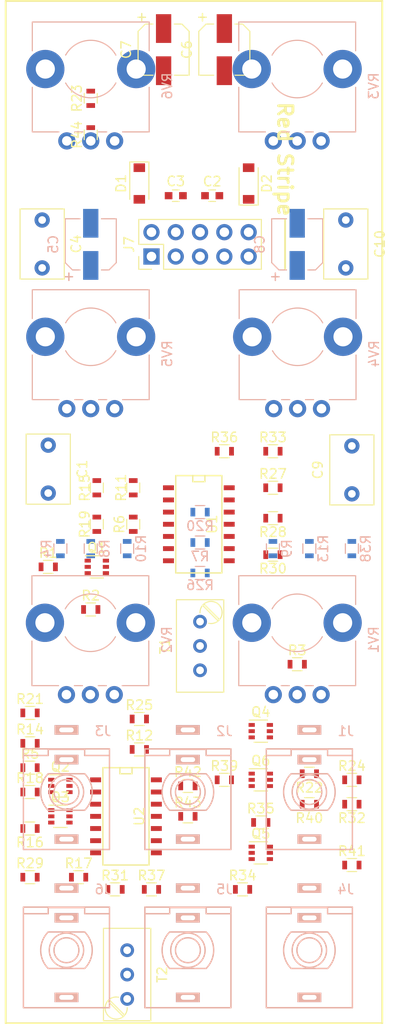
<source format=kicad_pcb>
(kicad_pcb (version 4) (host pcbnew 4.0.6)

  (general
    (links 161)
    (no_connects 161)
    (area 0 0 0 0)
    (thickness 1.6)
    (drawings 6)
    (tracks 0)
    (zones 0)
    (modules 79)
    (nets 68)
  )

  (page A4)
  (layers
    (0 F.Cu signal)
    (31 B.Cu signal)
    (32 B.Adhes user)
    (33 F.Adhes user)
    (34 B.Paste user)
    (35 F.Paste user)
    (36 B.SilkS user)
    (37 F.SilkS user)
    (38 B.Mask user)
    (39 F.Mask user)
    (40 Dwgs.User user)
    (41 Cmts.User user)
    (42 Eco1.User user)
    (43 Eco2.User user)
    (44 Edge.Cuts user)
    (45 Margin user)
    (46 B.CrtYd user)
    (47 F.CrtYd user)
    (48 B.Fab user)
    (49 F.Fab user)
  )

  (setup
    (last_trace_width 0.25)
    (trace_clearance 0.2)
    (zone_clearance 0.508)
    (zone_45_only no)
    (trace_min 0.2)
    (segment_width 0.2)
    (edge_width 0.15)
    (via_size 0.6)
    (via_drill 0.4)
    (via_min_size 0.4)
    (via_min_drill 0.3)
    (uvia_size 0.3)
    (uvia_drill 0.1)
    (uvias_allowed no)
    (uvia_min_size 0.2)
    (uvia_min_drill 0.1)
    (pcb_text_width 0.3)
    (pcb_text_size 1.5 1.5)
    (mod_edge_width 0.15)
    (mod_text_size 1 1)
    (mod_text_width 0.15)
    (pad_size 1.524 1.524)
    (pad_drill 0.762)
    (pad_to_mask_clearance 0.2)
    (aux_axis_origin 0 0)
    (grid_origin 11.43 12.7)
    (visible_elements FFFEF3FF)
    (pcbplotparams
      (layerselection 0x00030_80000001)
      (usegerberextensions false)
      (excludeedgelayer true)
      (linewidth 0.100000)
      (plotframeref false)
      (viasonmask false)
      (mode 1)
      (useauxorigin false)
      (hpglpennumber 1)
      (hpglpenspeed 20)
      (hpglpendiameter 15)
      (hpglpenoverlay 2)
      (psnegative false)
      (psa4output false)
      (plotreference true)
      (plotvalue true)
      (plotinvisibletext false)
      (padsonsilk false)
      (subtractmaskfromsilk false)
      (outputformat 1)
      (mirror false)
      (drillshape 1)
      (scaleselection 1)
      (outputdirectory ""))
  )

  (net 0 "")
  (net 1 "Net-(C1-Pad1)")
  (net 2 "Net-(C1-Pad2)")
  (net 3 -12V)
  (net 4 +12V)
  (net 5 "Net-(C4-Pad1)")
  (net 6 "Net-(C4-Pad2)")
  (net 7 Earth)
  (net 8 "Net-(C7-Pad1)")
  (net 9 "Net-(C7-Pad2)")
  (net 10 "Net-(C8-Pad1)")
  (net 11 "Net-(C9-Pad1)")
  (net 12 "Net-(C9-Pad2)")
  (net 13 "Net-(C10-Pad1)")
  (net 14 "Net-(C10-Pad2)")
  (net 15 "Net-(J1-Pad2)")
  (net 16 "Net-(J1-Pad1)")
  (net 17 "Net-(J2-Pad2)")
  (net 18 "Net-(J2-Pad1)")
  (net 19 "Net-(J3-Pad2)")
  (net 20 "Net-(J3-Pad1)")
  (net 21 "Net-(J4-Pad2)")
  (net 22 "Net-(J4-Pad1)")
  (net 23 "Net-(J5-Pad2)")
  (net 24 "Net-(J5-Pad1)")
  (net 25 "Net-(J6-Pad2)")
  (net 26 "Net-(J6-Pad1)")
  (net 27 "Net-(Q1-Pad2)")
  (net 28 "Net-(Q1-Pad5)")
  (net 29 "Net-(R12-Pad2)")
  (net 30 "Net-(R11-Pad2)")
  (net 31 "Net-(R3-Pad2)")
  (net 32 "Net-(R4-Pad2)")
  (net 33 "Net-(Q3-Pad3)")
  (net 34 "Net-(Q1-Pad1)")
  (net 35 "Net-(Q3-Pad2)")
  (net 36 "Net-(R7-Pad2)")
  (net 37 "Net-(R9-Pad2)")
  (net 38 "Net-(R10-Pad2)")
  (net 39 "Net-(R11-Pad1)")
  (net 40 "Net-(Q1-Pad6)")
  (net 41 "Net-(R13-Pad1)")
  (net 42 "Net-(R16-Pad1)")
  (net 43 "Net-(Q3-Pad1)")
  (net 44 "Net-(R19-Pad2)")
  (net 45 "Net-(Q4-Pad2)")
  (net 46 "Net-(Q4-Pad5)")
  (net 47 "Net-(R23-Pad1)")
  (net 48 "Net-(Q4-Pad1)")
  (net 49 "Net-(R26-Pad1)")
  (net 50 "Net-(R27-Pad2)")
  (net 51 "Net-(Q5-Pad2)")
  (net 52 "Net-(Q5-Pad5)")
  (net 53 "Net-(R33-Pad1)")
  (net 54 "Net-(Q5-Pad1)")
  (net 55 "Net-(R36-Pad1)")
  (net 56 "Net-(Q6-Pad2)")
  (net 57 "Net-(Q6-Pad5)")
  (net 58 "Net-(Q6-Pad1)")
  (net 59 "Net-(Q4-Pad6)")
  (net 60 "Net-(Q2-Pad6)")
  (net 61 "Net-(Q5-Pad6)")
  (net 62 "Net-(Q6-Pad6)")
  (net 63 "Net-(Q1-Pad3)")
  (net 64 "Net-(Q2-Pad1)")
  (net 65 "Net-(D1-Pad2)")
  (net 66 "Net-(D2-Pad1)")
  (net 67 "Net-(R44-Pad2)")

  (net_class Default "This is the default net class."
    (clearance 0.2)
    (trace_width 0.25)
    (via_dia 0.6)
    (via_drill 0.4)
    (uvia_dia 0.3)
    (uvia_drill 0.1)
    (add_net +12V)
    (add_net -12V)
    (add_net Earth)
    (add_net "Net-(C1-Pad1)")
    (add_net "Net-(C1-Pad2)")
    (add_net "Net-(C10-Pad1)")
    (add_net "Net-(C10-Pad2)")
    (add_net "Net-(C4-Pad1)")
    (add_net "Net-(C4-Pad2)")
    (add_net "Net-(C7-Pad1)")
    (add_net "Net-(C7-Pad2)")
    (add_net "Net-(C8-Pad1)")
    (add_net "Net-(C9-Pad1)")
    (add_net "Net-(C9-Pad2)")
    (add_net "Net-(D1-Pad2)")
    (add_net "Net-(D2-Pad1)")
    (add_net "Net-(J1-Pad1)")
    (add_net "Net-(J1-Pad2)")
    (add_net "Net-(J2-Pad1)")
    (add_net "Net-(J2-Pad2)")
    (add_net "Net-(J3-Pad1)")
    (add_net "Net-(J3-Pad2)")
    (add_net "Net-(J4-Pad1)")
    (add_net "Net-(J4-Pad2)")
    (add_net "Net-(J5-Pad1)")
    (add_net "Net-(J5-Pad2)")
    (add_net "Net-(J6-Pad1)")
    (add_net "Net-(J6-Pad2)")
    (add_net "Net-(Q1-Pad1)")
    (add_net "Net-(Q1-Pad2)")
    (add_net "Net-(Q1-Pad3)")
    (add_net "Net-(Q1-Pad5)")
    (add_net "Net-(Q1-Pad6)")
    (add_net "Net-(Q2-Pad1)")
    (add_net "Net-(Q2-Pad6)")
    (add_net "Net-(Q3-Pad1)")
    (add_net "Net-(Q3-Pad2)")
    (add_net "Net-(Q3-Pad3)")
    (add_net "Net-(Q4-Pad1)")
    (add_net "Net-(Q4-Pad2)")
    (add_net "Net-(Q4-Pad5)")
    (add_net "Net-(Q4-Pad6)")
    (add_net "Net-(Q5-Pad1)")
    (add_net "Net-(Q5-Pad2)")
    (add_net "Net-(Q5-Pad5)")
    (add_net "Net-(Q5-Pad6)")
    (add_net "Net-(Q6-Pad1)")
    (add_net "Net-(Q6-Pad2)")
    (add_net "Net-(Q6-Pad5)")
    (add_net "Net-(Q6-Pad6)")
    (add_net "Net-(R10-Pad2)")
    (add_net "Net-(R11-Pad1)")
    (add_net "Net-(R11-Pad2)")
    (add_net "Net-(R12-Pad2)")
    (add_net "Net-(R13-Pad1)")
    (add_net "Net-(R16-Pad1)")
    (add_net "Net-(R19-Pad2)")
    (add_net "Net-(R23-Pad1)")
    (add_net "Net-(R26-Pad1)")
    (add_net "Net-(R27-Pad2)")
    (add_net "Net-(R3-Pad2)")
    (add_net "Net-(R33-Pad1)")
    (add_net "Net-(R36-Pad1)")
    (add_net "Net-(R4-Pad2)")
    (add_net "Net-(R44-Pad2)")
    (add_net "Net-(R7-Pad2)")
    (add_net "Net-(R9-Pad2)")
  )

  (module Capacitors_SMD:C_0603 (layer F.Cu) (tedit 59F8041D) (tstamp 59F16029)
    (at 176.53 76.2 180)
    (descr "Capacitor SMD 0603, reflow soldering, AVX (see smccp.pdf)")
    (tags "capacitor 0603")
    (path /59D1D4B1)
    (attr smd)
    (fp_text reference C2 (at 0 1.48 180) (layer F.SilkS)
      (effects (font (size 1 1) (thickness 0.15)))
    )
    (fp_text value 100n (at 0 1.5 180) (layer F.Fab)
      (effects (font (size 1 1) (thickness 0.15)))
    )
    (fp_line (start 1.4 0.65) (end -1.4 0.65) (layer F.CrtYd) (width 0.05))
    (fp_line (start 1.4 0.65) (end 1.4 -0.65) (layer F.CrtYd) (width 0.05))
    (fp_line (start -1.4 -0.65) (end -1.4 0.65) (layer F.CrtYd) (width 0.05))
    (fp_line (start -1.4 -0.65) (end 1.4 -0.65) (layer F.CrtYd) (width 0.05))
    (fp_line (start 0.35 0.6) (end -0.35 0.6) (layer F.SilkS) (width 0.12))
    (fp_line (start -0.35 -0.6) (end 0.35 -0.6) (layer F.SilkS) (width 0.12))
    (fp_line (start -0.8 -0.4) (end 0.8 -0.4) (layer F.Fab) (width 0.1))
    (fp_line (start 0.8 -0.4) (end 0.8 0.4) (layer F.Fab) (width 0.1))
    (fp_line (start 0.8 0.4) (end -0.8 0.4) (layer F.Fab) (width 0.1))
    (fp_line (start -0.8 0.4) (end -0.8 -0.4) (layer F.Fab) (width 0.1))
    (fp_text user %R (at 0 0 360) (layer F.Fab)
      (effects (font (size 0.3 0.3) (thickness 0.075)))
    )
    (pad 2 smd rect (at 0.75 0 180) (size 0.8 0.75) (layers F.Cu F.Paste F.Mask)
      (net 3 -12V))
    (pad 1 smd rect (at -0.75 0 180) (size 0.8 0.75) (layers F.Cu F.Paste F.Mask)
      (net 4 +12V))
    (model Capacitors_SMD.3dshapes/C_0603.wrl
      (at (xyz 0 0 0))
      (scale (xyz 1 1 1))
      (rotate (xyz 0 0 0))
    )
  )

  (module Capacitors_SMD:C_0603 (layer F.Cu) (tedit 59958EE7) (tstamp 59F1603A)
    (at 172.72 76.2)
    (descr "Capacitor SMD 0603, reflow soldering, AVX (see smccp.pdf)")
    (tags "capacitor 0603")
    (path /59D1DFAE)
    (attr smd)
    (fp_text reference C3 (at 0 -1.5) (layer F.SilkS)
      (effects (font (size 1 1) (thickness 0.15)))
    )
    (fp_text value 100n (at 0 1.5) (layer F.Fab)
      (effects (font (size 1 1) (thickness 0.15)))
    )
    (fp_line (start 1.4 0.65) (end -1.4 0.65) (layer F.CrtYd) (width 0.05))
    (fp_line (start 1.4 0.65) (end 1.4 -0.65) (layer F.CrtYd) (width 0.05))
    (fp_line (start -1.4 -0.65) (end -1.4 0.65) (layer F.CrtYd) (width 0.05))
    (fp_line (start -1.4 -0.65) (end 1.4 -0.65) (layer F.CrtYd) (width 0.05))
    (fp_line (start 0.35 0.6) (end -0.35 0.6) (layer F.SilkS) (width 0.12))
    (fp_line (start -0.35 -0.6) (end 0.35 -0.6) (layer F.SilkS) (width 0.12))
    (fp_line (start -0.8 -0.4) (end 0.8 -0.4) (layer F.Fab) (width 0.1))
    (fp_line (start 0.8 -0.4) (end 0.8 0.4) (layer F.Fab) (width 0.1))
    (fp_line (start 0.8 0.4) (end -0.8 0.4) (layer F.Fab) (width 0.1))
    (fp_line (start -0.8 0.4) (end -0.8 -0.4) (layer F.Fab) (width 0.1))
    (fp_text user %R (at 0 0) (layer F.Fab)
      (effects (font (size 0.3 0.3) (thickness 0.075)))
    )
    (pad 2 smd rect (at 0.75 0) (size 0.8 0.75) (layers F.Cu F.Paste F.Mask)
      (net 3 -12V))
    (pad 1 smd rect (at -0.75 0) (size 0.8 0.75) (layers F.Cu F.Paste F.Mask)
      (net 4 +12V))
    (model Capacitors_SMD.3dshapes/C_0603.wrl
      (at (xyz 0 0 0))
      (scale (xyz 1 1 1))
      (rotate (xyz 0 0 0))
    )
  )

  (module Capacitors_SMD:CP_Elec_5x5.7 (layer B.Cu) (tedit 58AA8AEF) (tstamp 59F1606B)
    (at 163.83 81.28 90)
    (descr "SMT capacitor, aluminium electrolytic, 5x5.7")
    (path /59D1E901)
    (attr smd)
    (fp_text reference C5 (at 0 -3.92 90) (layer B.SilkS)
      (effects (font (size 1 1) (thickness 0.15)) (justify mirror))
    )
    (fp_text value 22µ (at 0 3.92 90) (layer B.Fab)
      (effects (font (size 1 1) (thickness 0.15)) (justify mirror))
    )
    (fp_circle (center 0 0) (end 0 -2.4) (layer B.Fab) (width 0.1))
    (fp_text user + (at -1.4 0.06 90) (layer B.Fab)
      (effects (font (size 1 1) (thickness 0.15)) (justify mirror))
    )
    (fp_text user + (at -3.38 -2.36 90) (layer B.SilkS)
      (effects (font (size 1 1) (thickness 0.15)) (justify mirror))
    )
    (fp_text user %R (at 0 -3.92 90) (layer B.Fab)
      (effects (font (size 1 1) (thickness 0.15)) (justify mirror))
    )
    (fp_line (start 2.51 -2.51) (end 2.51 2.51) (layer B.Fab) (width 0.1))
    (fp_line (start -1.84 -2.51) (end 2.51 -2.51) (layer B.Fab) (width 0.1))
    (fp_line (start -2.51 -1.84) (end -1.84 -2.51) (layer B.Fab) (width 0.1))
    (fp_line (start -2.51 1.84) (end -2.51 -1.84) (layer B.Fab) (width 0.1))
    (fp_line (start -1.84 2.51) (end -2.51 1.84) (layer B.Fab) (width 0.1))
    (fp_line (start 2.51 2.51) (end -1.84 2.51) (layer B.Fab) (width 0.1))
    (fp_line (start 2.67 -2.67) (end 2.67 -1.12) (layer B.SilkS) (width 0.12))
    (fp_line (start 2.67 2.67) (end 2.67 1.12) (layer B.SilkS) (width 0.12))
    (fp_line (start -2.67 1.91) (end -2.67 1.12) (layer B.SilkS) (width 0.12))
    (fp_line (start -2.67 -1.91) (end -2.67 -1.12) (layer B.SilkS) (width 0.12))
    (fp_line (start 2.67 2.67) (end -1.91 2.67) (layer B.SilkS) (width 0.12))
    (fp_line (start -1.91 2.67) (end -2.67 1.91) (layer B.SilkS) (width 0.12))
    (fp_line (start -2.67 -1.91) (end -1.91 -2.67) (layer B.SilkS) (width 0.12))
    (fp_line (start -1.91 -2.67) (end 2.67 -2.67) (layer B.SilkS) (width 0.12))
    (fp_line (start -3.95 2.77) (end 3.95 2.77) (layer B.CrtYd) (width 0.05))
    (fp_line (start -3.95 2.77) (end -3.95 -2.76) (layer B.CrtYd) (width 0.05))
    (fp_line (start 3.95 -2.76) (end 3.95 2.77) (layer B.CrtYd) (width 0.05))
    (fp_line (start 3.95 -2.76) (end -3.95 -2.76) (layer B.CrtYd) (width 0.05))
    (pad 1 smd rect (at -2.2 0 270) (size 3 1.6) (layers B.Cu B.Paste B.Mask)
      (net 4 +12V))
    (pad 2 smd rect (at 2.2 0 270) (size 3 1.6) (layers B.Cu B.Paste B.Mask)
      (net 7 Earth))
    (model Capacitors_SMD.3dshapes/CP_Elec_5x5.7.wrl
      (at (xyz 0 0 0))
      (scale (xyz 1 1 1))
      (rotate (xyz 0 0 180))
    )
  )

  (module Capacitors_SMD:CP_Elec_5x5.7 (layer F.Cu) (tedit 58AA8AEF) (tstamp 59F16087)
    (at 177.8 60.96 270)
    (descr "SMT capacitor, aluminium electrolytic, 5x5.7")
    (path /59D1EF10)
    (attr smd)
    (fp_text reference C6 (at 0 3.92 270) (layer F.SilkS)
      (effects (font (size 1 1) (thickness 0.15)))
    )
    (fp_text value 22µ (at 0 -3.92 270) (layer F.Fab)
      (effects (font (size 1 1) (thickness 0.15)))
    )
    (fp_circle (center 0 0) (end 0 2.4) (layer F.Fab) (width 0.1))
    (fp_text user + (at -1.4 -0.06 270) (layer F.Fab)
      (effects (font (size 1 1) (thickness 0.15)))
    )
    (fp_text user + (at -3.38 2.36 270) (layer F.SilkS)
      (effects (font (size 1 1) (thickness 0.15)))
    )
    (fp_text user %R (at 0 3.92 270) (layer F.Fab)
      (effects (font (size 1 1) (thickness 0.15)))
    )
    (fp_line (start 2.51 2.51) (end 2.51 -2.51) (layer F.Fab) (width 0.1))
    (fp_line (start -1.84 2.51) (end 2.51 2.51) (layer F.Fab) (width 0.1))
    (fp_line (start -2.51 1.84) (end -1.84 2.51) (layer F.Fab) (width 0.1))
    (fp_line (start -2.51 -1.84) (end -2.51 1.84) (layer F.Fab) (width 0.1))
    (fp_line (start -1.84 -2.51) (end -2.51 -1.84) (layer F.Fab) (width 0.1))
    (fp_line (start 2.51 -2.51) (end -1.84 -2.51) (layer F.Fab) (width 0.1))
    (fp_line (start 2.67 2.67) (end 2.67 1.12) (layer F.SilkS) (width 0.12))
    (fp_line (start 2.67 -2.67) (end 2.67 -1.12) (layer F.SilkS) (width 0.12))
    (fp_line (start -2.67 -1.91) (end -2.67 -1.12) (layer F.SilkS) (width 0.12))
    (fp_line (start -2.67 1.91) (end -2.67 1.12) (layer F.SilkS) (width 0.12))
    (fp_line (start 2.67 -2.67) (end -1.91 -2.67) (layer F.SilkS) (width 0.12))
    (fp_line (start -1.91 -2.67) (end -2.67 -1.91) (layer F.SilkS) (width 0.12))
    (fp_line (start -2.67 1.91) (end -1.91 2.67) (layer F.SilkS) (width 0.12))
    (fp_line (start -1.91 2.67) (end 2.67 2.67) (layer F.SilkS) (width 0.12))
    (fp_line (start -3.95 -2.77) (end 3.95 -2.77) (layer F.CrtYd) (width 0.05))
    (fp_line (start -3.95 -2.77) (end -3.95 2.76) (layer F.CrtYd) (width 0.05))
    (fp_line (start 3.95 2.76) (end 3.95 -2.77) (layer F.CrtYd) (width 0.05))
    (fp_line (start 3.95 2.76) (end -3.95 2.76) (layer F.CrtYd) (width 0.05))
    (pad 1 smd rect (at -2.2 0 90) (size 3 1.6) (layers F.Cu F.Paste F.Mask)
      (net 7 Earth))
    (pad 2 smd rect (at 2.2 0 90) (size 3 1.6) (layers F.Cu F.Paste F.Mask)
      (net 3 -12V))
    (model Capacitors_SMD.3dshapes/CP_Elec_5x5.7.wrl
      (at (xyz 0 0 0))
      (scale (xyz 1 1 1))
      (rotate (xyz 0 0 180))
    )
  )

  (module Capacitors_SMD:CP_Elec_5x5.7 (layer F.Cu) (tedit 58AA8AEF) (tstamp 59F160A3)
    (at 171.45 60.96 270)
    (descr "SMT capacitor, aluminium electrolytic, 5x5.7")
    (path /59C619FC)
    (attr smd)
    (fp_text reference C7 (at 0 3.92 270) (layer F.SilkS)
      (effects (font (size 1 1) (thickness 0.15)))
    )
    (fp_text value 22µ (at 0 -3.92 270) (layer F.Fab)
      (effects (font (size 1 1) (thickness 0.15)))
    )
    (fp_circle (center 0 0) (end 0 2.4) (layer F.Fab) (width 0.1))
    (fp_text user + (at -1.4 -0.06 270) (layer F.Fab)
      (effects (font (size 1 1) (thickness 0.15)))
    )
    (fp_text user + (at -3.38 2.36 270) (layer F.SilkS)
      (effects (font (size 1 1) (thickness 0.15)))
    )
    (fp_text user %R (at 0 3.92 270) (layer F.Fab)
      (effects (font (size 1 1) (thickness 0.15)))
    )
    (fp_line (start 2.51 2.51) (end 2.51 -2.51) (layer F.Fab) (width 0.1))
    (fp_line (start -1.84 2.51) (end 2.51 2.51) (layer F.Fab) (width 0.1))
    (fp_line (start -2.51 1.84) (end -1.84 2.51) (layer F.Fab) (width 0.1))
    (fp_line (start -2.51 -1.84) (end -2.51 1.84) (layer F.Fab) (width 0.1))
    (fp_line (start -1.84 -2.51) (end -2.51 -1.84) (layer F.Fab) (width 0.1))
    (fp_line (start 2.51 -2.51) (end -1.84 -2.51) (layer F.Fab) (width 0.1))
    (fp_line (start 2.67 2.67) (end 2.67 1.12) (layer F.SilkS) (width 0.12))
    (fp_line (start 2.67 -2.67) (end 2.67 -1.12) (layer F.SilkS) (width 0.12))
    (fp_line (start -2.67 -1.91) (end -2.67 -1.12) (layer F.SilkS) (width 0.12))
    (fp_line (start -2.67 1.91) (end -2.67 1.12) (layer F.SilkS) (width 0.12))
    (fp_line (start 2.67 -2.67) (end -1.91 -2.67) (layer F.SilkS) (width 0.12))
    (fp_line (start -1.91 -2.67) (end -2.67 -1.91) (layer F.SilkS) (width 0.12))
    (fp_line (start -2.67 1.91) (end -1.91 2.67) (layer F.SilkS) (width 0.12))
    (fp_line (start -1.91 2.67) (end 2.67 2.67) (layer F.SilkS) (width 0.12))
    (fp_line (start -3.95 -2.77) (end 3.95 -2.77) (layer F.CrtYd) (width 0.05))
    (fp_line (start -3.95 -2.77) (end -3.95 2.76) (layer F.CrtYd) (width 0.05))
    (fp_line (start 3.95 2.76) (end 3.95 -2.77) (layer F.CrtYd) (width 0.05))
    (fp_line (start 3.95 2.76) (end -3.95 2.76) (layer F.CrtYd) (width 0.05))
    (pad 1 smd rect (at -2.2 0 90) (size 3 1.6) (layers F.Cu F.Paste F.Mask)
      (net 8 "Net-(C7-Pad1)"))
    (pad 2 smd rect (at 2.2 0 90) (size 3 1.6) (layers F.Cu F.Paste F.Mask)
      (net 9 "Net-(C7-Pad2)"))
    (model Capacitors_SMD.3dshapes/CP_Elec_5x5.7.wrl
      (at (xyz 0 0 0))
      (scale (xyz 1 1 1))
      (rotate (xyz 0 0 180))
    )
  )

  (module Capacitors_SMD:CP_Elec_5x5.7 (layer B.Cu) (tedit 58AA8AEF) (tstamp 59F160BF)
    (at 185.42 81.28 90)
    (descr "SMT capacitor, aluminium electrolytic, 5x5.7")
    (path /59C615F1)
    (attr smd)
    (fp_text reference C8 (at 0 -3.92 90) (layer B.SilkS)
      (effects (font (size 1 1) (thickness 0.15)) (justify mirror))
    )
    (fp_text value 22µ (at 0 3.92 90) (layer B.Fab)
      (effects (font (size 1 1) (thickness 0.15)) (justify mirror))
    )
    (fp_circle (center 0 0) (end 0 -2.4) (layer B.Fab) (width 0.1))
    (fp_text user + (at -1.4 0.06 90) (layer B.Fab)
      (effects (font (size 1 1) (thickness 0.15)) (justify mirror))
    )
    (fp_text user + (at -3.38 -2.36 90) (layer B.SilkS)
      (effects (font (size 1 1) (thickness 0.15)) (justify mirror))
    )
    (fp_text user %R (at 0 -3.92 90) (layer B.Fab)
      (effects (font (size 1 1) (thickness 0.15)) (justify mirror))
    )
    (fp_line (start 2.51 -2.51) (end 2.51 2.51) (layer B.Fab) (width 0.1))
    (fp_line (start -1.84 -2.51) (end 2.51 -2.51) (layer B.Fab) (width 0.1))
    (fp_line (start -2.51 -1.84) (end -1.84 -2.51) (layer B.Fab) (width 0.1))
    (fp_line (start -2.51 1.84) (end -2.51 -1.84) (layer B.Fab) (width 0.1))
    (fp_line (start -1.84 2.51) (end -2.51 1.84) (layer B.Fab) (width 0.1))
    (fp_line (start 2.51 2.51) (end -1.84 2.51) (layer B.Fab) (width 0.1))
    (fp_line (start 2.67 -2.67) (end 2.67 -1.12) (layer B.SilkS) (width 0.12))
    (fp_line (start 2.67 2.67) (end 2.67 1.12) (layer B.SilkS) (width 0.12))
    (fp_line (start -2.67 1.91) (end -2.67 1.12) (layer B.SilkS) (width 0.12))
    (fp_line (start -2.67 -1.91) (end -2.67 -1.12) (layer B.SilkS) (width 0.12))
    (fp_line (start 2.67 2.67) (end -1.91 2.67) (layer B.SilkS) (width 0.12))
    (fp_line (start -1.91 2.67) (end -2.67 1.91) (layer B.SilkS) (width 0.12))
    (fp_line (start -2.67 -1.91) (end -1.91 -2.67) (layer B.SilkS) (width 0.12))
    (fp_line (start -1.91 -2.67) (end 2.67 -2.67) (layer B.SilkS) (width 0.12))
    (fp_line (start -3.95 2.77) (end 3.95 2.77) (layer B.CrtYd) (width 0.05))
    (fp_line (start -3.95 2.77) (end -3.95 -2.76) (layer B.CrtYd) (width 0.05))
    (fp_line (start 3.95 -2.76) (end 3.95 2.77) (layer B.CrtYd) (width 0.05))
    (fp_line (start 3.95 -2.76) (end -3.95 -2.76) (layer B.CrtYd) (width 0.05))
    (pad 1 smd rect (at -2.2 0 270) (size 3 1.6) (layers B.Cu B.Paste B.Mask)
      (net 10 "Net-(C8-Pad1)"))
    (pad 2 smd rect (at 2.2 0 270) (size 3 1.6) (layers B.Cu B.Paste B.Mask)
      (net 9 "Net-(C7-Pad2)"))
    (model Capacitors_SMD.3dshapes/CP_Elec_5x5.7.wrl
      (at (xyz 0 0 0))
      (scale (xyz 1 1 1))
      (rotate (xyz 0 0 180))
    )
  )

  (module Thonkiconn:THONKICONN (layer B.Cu) (tedit 560B1645) (tstamp 59F160FF)
    (at 186.69 138.43)
    (path /59B9FFA0)
    (fp_text reference J1 (at 3.81 -6.35) (layer B.SilkS)
      (effects (font (size 1 1) (thickness 0.15)) (justify mirror))
    )
    (fp_text value "Audio In 1" (at 0 7.62) (layer B.Fab) hide
      (effects (font (size 1 1) (thickness 0.15)) (justify mirror))
    )
    (fp_line (start -4.445 -3.81) (end -1.905 -3.81) (layer B.SilkS) (width 0.15))
    (fp_line (start -1.905 -3.81) (end -1.905 -4.445) (layer B.SilkS) (width 0.15))
    (fp_line (start -1.905 -4.445) (end 1.905 -4.445) (layer B.SilkS) (width 0.15))
    (fp_line (start 1.905 -4.445) (end 1.905 -3.81) (layer B.SilkS) (width 0.15))
    (fp_line (start 1.905 -3.81) (end 4.445 -3.81) (layer B.SilkS) (width 0.15))
    (fp_arc (start 0 0) (end 1.905 1.905) (angle -90) (layer B.SilkS) (width 0.15))
    (fp_arc (start 0 0) (end -1.905 -1.905) (angle -90) (layer B.SilkS) (width 0.15))
    (fp_line (start 1.905 -1.905) (end -1.905 -1.905) (layer B.SilkS) (width 0.15))
    (fp_line (start -1.905 1.905) (end 1.905 1.905) (layer B.SilkS) (width 0.15))
    (fp_circle (center 0 0) (end 1.27 -1.27) (layer B.SilkS) (width 0.15))
    (fp_line (start 4.5 6) (end 4.5 -4.5) (layer B.SilkS) (width 0.15))
    (fp_line (start -4.5 6) (end -4.5 -4.5) (layer B.SilkS) (width 0.15))
    (fp_line (start -4.5 -4.5) (end 4.5 -4.5) (layer B.SilkS) (width 0.15))
    (fp_line (start -4.5 6) (end 4.5 6) (layer B.SilkS) (width 0.15))
    (fp_circle (center 0 0) (end 1.3 0) (layer B.SilkS) (width 0.15))
    (pad 3 thru_hole rect (at 0 4.92) (size 2.5 1) (drill oval 1.5 0.5) (layers *.Cu *.Mask B.SilkS)
      (net 7 Earth))
    (pad 2 thru_hole rect (at 0 -3.38) (size 2.5 1) (drill oval 1.5 0.5) (layers *.Cu *.Mask B.SilkS)
      (net 15 "Net-(J1-Pad2)"))
    (pad 1 thru_hole rect (at 0 -6.48) (size 2.5 1) (drill oval 1.5 0.5) (layers *.Cu *.Mask B.SilkS)
      (net 16 "Net-(J1-Pad1)"))
  )

  (module Thonkiconn:THONKICONN (layer B.Cu) (tedit 560B1645) (tstamp 59F16115)
    (at 173.99 138.43)
    (path /59BA0757)
    (fp_text reference J2 (at 3.81 -6.35) (layer B.SilkS)
      (effects (font (size 1 1) (thickness 0.15)) (justify mirror))
    )
    (fp_text value "Audio In 2" (at 0 7.62) (layer B.Fab) hide
      (effects (font (size 1 1) (thickness 0.15)) (justify mirror))
    )
    (fp_line (start -4.445 -3.81) (end -1.905 -3.81) (layer B.SilkS) (width 0.15))
    (fp_line (start -1.905 -3.81) (end -1.905 -4.445) (layer B.SilkS) (width 0.15))
    (fp_line (start -1.905 -4.445) (end 1.905 -4.445) (layer B.SilkS) (width 0.15))
    (fp_line (start 1.905 -4.445) (end 1.905 -3.81) (layer B.SilkS) (width 0.15))
    (fp_line (start 1.905 -3.81) (end 4.445 -3.81) (layer B.SilkS) (width 0.15))
    (fp_arc (start 0 0) (end 1.905 1.905) (angle -90) (layer B.SilkS) (width 0.15))
    (fp_arc (start 0 0) (end -1.905 -1.905) (angle -90) (layer B.SilkS) (width 0.15))
    (fp_line (start 1.905 -1.905) (end -1.905 -1.905) (layer B.SilkS) (width 0.15))
    (fp_line (start -1.905 1.905) (end 1.905 1.905) (layer B.SilkS) (width 0.15))
    (fp_circle (center 0 0) (end 1.27 -1.27) (layer B.SilkS) (width 0.15))
    (fp_line (start 4.5 6) (end 4.5 -4.5) (layer B.SilkS) (width 0.15))
    (fp_line (start -4.5 6) (end -4.5 -4.5) (layer B.SilkS) (width 0.15))
    (fp_line (start -4.5 -4.5) (end 4.5 -4.5) (layer B.SilkS) (width 0.15))
    (fp_line (start -4.5 6) (end 4.5 6) (layer B.SilkS) (width 0.15))
    (fp_circle (center 0 0) (end 1.3 0) (layer B.SilkS) (width 0.15))
    (pad 3 thru_hole rect (at 0 4.92) (size 2.5 1) (drill oval 1.5 0.5) (layers *.Cu *.Mask B.SilkS)
      (net 7 Earth))
    (pad 2 thru_hole rect (at 0 -3.38) (size 2.5 1) (drill oval 1.5 0.5) (layers *.Cu *.Mask B.SilkS)
      (net 17 "Net-(J2-Pad2)"))
    (pad 1 thru_hole rect (at 0 -6.48) (size 2.5 1) (drill oval 1.5 0.5) (layers *.Cu *.Mask B.SilkS)
      (net 18 "Net-(J2-Pad1)"))
  )

  (module Thonkiconn:THONKICONN (layer B.Cu) (tedit 560B1645) (tstamp 59F1612B)
    (at 161.29 138.43)
    (path /59CD20F6)
    (fp_text reference J3 (at 3.81 -6.35) (layer B.SilkS)
      (effects (font (size 1 1) (thickness 0.15)) (justify mirror))
    )
    (fp_text value V/Oct (at 0 7.62) (layer B.Fab) hide
      (effects (font (size 1 1) (thickness 0.15)) (justify mirror))
    )
    (fp_line (start -4.445 -3.81) (end -1.905 -3.81) (layer B.SilkS) (width 0.15))
    (fp_line (start -1.905 -3.81) (end -1.905 -4.445) (layer B.SilkS) (width 0.15))
    (fp_line (start -1.905 -4.445) (end 1.905 -4.445) (layer B.SilkS) (width 0.15))
    (fp_line (start 1.905 -4.445) (end 1.905 -3.81) (layer B.SilkS) (width 0.15))
    (fp_line (start 1.905 -3.81) (end 4.445 -3.81) (layer B.SilkS) (width 0.15))
    (fp_arc (start 0 0) (end 1.905 1.905) (angle -90) (layer B.SilkS) (width 0.15))
    (fp_arc (start 0 0) (end -1.905 -1.905) (angle -90) (layer B.SilkS) (width 0.15))
    (fp_line (start 1.905 -1.905) (end -1.905 -1.905) (layer B.SilkS) (width 0.15))
    (fp_line (start -1.905 1.905) (end 1.905 1.905) (layer B.SilkS) (width 0.15))
    (fp_circle (center 0 0) (end 1.27 -1.27) (layer B.SilkS) (width 0.15))
    (fp_line (start 4.5 6) (end 4.5 -4.5) (layer B.SilkS) (width 0.15))
    (fp_line (start -4.5 6) (end -4.5 -4.5) (layer B.SilkS) (width 0.15))
    (fp_line (start -4.5 -4.5) (end 4.5 -4.5) (layer B.SilkS) (width 0.15))
    (fp_line (start -4.5 6) (end 4.5 6) (layer B.SilkS) (width 0.15))
    (fp_circle (center 0 0) (end 1.3 0) (layer B.SilkS) (width 0.15))
    (pad 3 thru_hole rect (at 0 4.92) (size 2.5 1) (drill oval 1.5 0.5) (layers *.Cu *.Mask B.SilkS)
      (net 7 Earth))
    (pad 2 thru_hole rect (at 0 -3.38) (size 2.5 1) (drill oval 1.5 0.5) (layers *.Cu *.Mask B.SilkS)
      (net 19 "Net-(J3-Pad2)"))
    (pad 1 thru_hole rect (at 0 -6.48) (size 2.5 1) (drill oval 1.5 0.5) (layers *.Cu *.Mask B.SilkS)
      (net 20 "Net-(J3-Pad1)"))
  )

  (module Thonkiconn:THONKICONN (layer B.Cu) (tedit 560B1645) (tstamp 59F16141)
    (at 186.69 154.94)
    (path /59CD22BB)
    (fp_text reference J4 (at 3.81 -6.35) (layer B.SilkS)
      (effects (font (size 1 1) (thickness 0.15)) (justify mirror))
    )
    (fp_text value "CV 1" (at 0 7.62) (layer B.Fab) hide
      (effects (font (size 1 1) (thickness 0.15)) (justify mirror))
    )
    (fp_line (start -4.445 -3.81) (end -1.905 -3.81) (layer B.SilkS) (width 0.15))
    (fp_line (start -1.905 -3.81) (end -1.905 -4.445) (layer B.SilkS) (width 0.15))
    (fp_line (start -1.905 -4.445) (end 1.905 -4.445) (layer B.SilkS) (width 0.15))
    (fp_line (start 1.905 -4.445) (end 1.905 -3.81) (layer B.SilkS) (width 0.15))
    (fp_line (start 1.905 -3.81) (end 4.445 -3.81) (layer B.SilkS) (width 0.15))
    (fp_arc (start 0 0) (end 1.905 1.905) (angle -90) (layer B.SilkS) (width 0.15))
    (fp_arc (start 0 0) (end -1.905 -1.905) (angle -90) (layer B.SilkS) (width 0.15))
    (fp_line (start 1.905 -1.905) (end -1.905 -1.905) (layer B.SilkS) (width 0.15))
    (fp_line (start -1.905 1.905) (end 1.905 1.905) (layer B.SilkS) (width 0.15))
    (fp_circle (center 0 0) (end 1.27 -1.27) (layer B.SilkS) (width 0.15))
    (fp_line (start 4.5 6) (end 4.5 -4.5) (layer B.SilkS) (width 0.15))
    (fp_line (start -4.5 6) (end -4.5 -4.5) (layer B.SilkS) (width 0.15))
    (fp_line (start -4.5 -4.5) (end 4.5 -4.5) (layer B.SilkS) (width 0.15))
    (fp_line (start -4.5 6) (end 4.5 6) (layer B.SilkS) (width 0.15))
    (fp_circle (center 0 0) (end 1.3 0) (layer B.SilkS) (width 0.15))
    (pad 3 thru_hole rect (at 0 4.92) (size 2.5 1) (drill oval 1.5 0.5) (layers *.Cu *.Mask B.SilkS)
      (net 7 Earth))
    (pad 2 thru_hole rect (at 0 -3.38) (size 2.5 1) (drill oval 1.5 0.5) (layers *.Cu *.Mask B.SilkS)
      (net 21 "Net-(J4-Pad2)"))
    (pad 1 thru_hole rect (at 0 -6.48) (size 2.5 1) (drill oval 1.5 0.5) (layers *.Cu *.Mask B.SilkS)
      (net 22 "Net-(J4-Pad1)"))
  )

  (module Thonkiconn:THONKICONN (layer B.Cu) (tedit 560B1645) (tstamp 59F16157)
    (at 173.99 154.94)
    (path /59CD23D2)
    (fp_text reference J5 (at 3.81 -6.35) (layer B.SilkS)
      (effects (font (size 1 1) (thickness 0.15)) (justify mirror))
    )
    (fp_text value "CV 2" (at 0 7.62) (layer B.Fab) hide
      (effects (font (size 1 1) (thickness 0.15)) (justify mirror))
    )
    (fp_line (start -4.445 -3.81) (end -1.905 -3.81) (layer B.SilkS) (width 0.15))
    (fp_line (start -1.905 -3.81) (end -1.905 -4.445) (layer B.SilkS) (width 0.15))
    (fp_line (start -1.905 -4.445) (end 1.905 -4.445) (layer B.SilkS) (width 0.15))
    (fp_line (start 1.905 -4.445) (end 1.905 -3.81) (layer B.SilkS) (width 0.15))
    (fp_line (start 1.905 -3.81) (end 4.445 -3.81) (layer B.SilkS) (width 0.15))
    (fp_arc (start 0 0) (end 1.905 1.905) (angle -90) (layer B.SilkS) (width 0.15))
    (fp_arc (start 0 0) (end -1.905 -1.905) (angle -90) (layer B.SilkS) (width 0.15))
    (fp_line (start 1.905 -1.905) (end -1.905 -1.905) (layer B.SilkS) (width 0.15))
    (fp_line (start -1.905 1.905) (end 1.905 1.905) (layer B.SilkS) (width 0.15))
    (fp_circle (center 0 0) (end 1.27 -1.27) (layer B.SilkS) (width 0.15))
    (fp_line (start 4.5 6) (end 4.5 -4.5) (layer B.SilkS) (width 0.15))
    (fp_line (start -4.5 6) (end -4.5 -4.5) (layer B.SilkS) (width 0.15))
    (fp_line (start -4.5 -4.5) (end 4.5 -4.5) (layer B.SilkS) (width 0.15))
    (fp_line (start -4.5 6) (end 4.5 6) (layer B.SilkS) (width 0.15))
    (fp_circle (center 0 0) (end 1.3 0) (layer B.SilkS) (width 0.15))
    (pad 3 thru_hole rect (at 0 4.92) (size 2.5 1) (drill oval 1.5 0.5) (layers *.Cu *.Mask B.SilkS)
      (net 7 Earth))
    (pad 2 thru_hole rect (at 0 -3.38) (size 2.5 1) (drill oval 1.5 0.5) (layers *.Cu *.Mask B.SilkS)
      (net 23 "Net-(J5-Pad2)"))
    (pad 1 thru_hole rect (at 0 -6.48) (size 2.5 1) (drill oval 1.5 0.5) (layers *.Cu *.Mask B.SilkS)
      (net 24 "Net-(J5-Pad1)"))
  )

  (module Thonkiconn:THONKICONN (layer B.Cu) (tedit 560B1645) (tstamp 59F1616D)
    (at 161.29 154.94)
    (path /59C678F6)
    (fp_text reference J6 (at 3.81 -6.35) (layer B.SilkS)
      (effects (font (size 1 1) (thickness 0.15)) (justify mirror))
    )
    (fp_text value "Audio In 1" (at 0 7.62) (layer B.Fab) hide
      (effects (font (size 1 1) (thickness 0.15)) (justify mirror))
    )
    (fp_line (start -4.445 -3.81) (end -1.905 -3.81) (layer B.SilkS) (width 0.15))
    (fp_line (start -1.905 -3.81) (end -1.905 -4.445) (layer B.SilkS) (width 0.15))
    (fp_line (start -1.905 -4.445) (end 1.905 -4.445) (layer B.SilkS) (width 0.15))
    (fp_line (start 1.905 -4.445) (end 1.905 -3.81) (layer B.SilkS) (width 0.15))
    (fp_line (start 1.905 -3.81) (end 4.445 -3.81) (layer B.SilkS) (width 0.15))
    (fp_arc (start 0 0) (end 1.905 1.905) (angle -90) (layer B.SilkS) (width 0.15))
    (fp_arc (start 0 0) (end -1.905 -1.905) (angle -90) (layer B.SilkS) (width 0.15))
    (fp_line (start 1.905 -1.905) (end -1.905 -1.905) (layer B.SilkS) (width 0.15))
    (fp_line (start -1.905 1.905) (end 1.905 1.905) (layer B.SilkS) (width 0.15))
    (fp_circle (center 0 0) (end 1.27 -1.27) (layer B.SilkS) (width 0.15))
    (fp_line (start 4.5 6) (end 4.5 -4.5) (layer B.SilkS) (width 0.15))
    (fp_line (start -4.5 6) (end -4.5 -4.5) (layer B.SilkS) (width 0.15))
    (fp_line (start -4.5 -4.5) (end 4.5 -4.5) (layer B.SilkS) (width 0.15))
    (fp_line (start -4.5 6) (end 4.5 6) (layer B.SilkS) (width 0.15))
    (fp_circle (center 0 0) (end 1.3 0) (layer B.SilkS) (width 0.15))
    (pad 3 thru_hole rect (at 0 4.92) (size 2.5 1) (drill oval 1.5 0.5) (layers *.Cu *.Mask B.SilkS)
      (net 7 Earth))
    (pad 2 thru_hole rect (at 0 -3.38) (size 2.5 1) (drill oval 1.5 0.5) (layers *.Cu *.Mask B.SilkS)
      (net 25 "Net-(J6-Pad2)"))
    (pad 1 thru_hole rect (at 0 -6.48) (size 2.5 1) (drill oval 1.5 0.5) (layers *.Cu *.Mask B.SilkS)
      (net 26 "Net-(J6-Pad1)"))
  )

  (module Resistors_SMD:R_0603 (layer F.Cu) (tedit 58E0A804) (tstamp 59F1617E)
    (at 159.385 114.935)
    (descr "Resistor SMD 0603, reflow soldering, Vishay (see dcrcw.pdf)")
    (tags "resistor 0603")
    (path /59BA0A3A)
    (attr smd)
    (fp_text reference R1 (at 0 -1.45) (layer F.SilkS)
      (effects (font (size 1 1) (thickness 0.15)))
    )
    (fp_text value 1K (at 0 1.5) (layer F.Fab)
      (effects (font (size 1 1) (thickness 0.15)))
    )
    (fp_text user %R (at 0 0) (layer F.Fab)
      (effects (font (size 0.4 0.4) (thickness 0.075)))
    )
    (fp_line (start -0.8 0.4) (end -0.8 -0.4) (layer F.Fab) (width 0.1))
    (fp_line (start 0.8 0.4) (end -0.8 0.4) (layer F.Fab) (width 0.1))
    (fp_line (start 0.8 -0.4) (end 0.8 0.4) (layer F.Fab) (width 0.1))
    (fp_line (start -0.8 -0.4) (end 0.8 -0.4) (layer F.Fab) (width 0.1))
    (fp_line (start 0.5 0.68) (end -0.5 0.68) (layer F.SilkS) (width 0.12))
    (fp_line (start -0.5 -0.68) (end 0.5 -0.68) (layer F.SilkS) (width 0.12))
    (fp_line (start -1.25 -0.7) (end 1.25 -0.7) (layer F.CrtYd) (width 0.05))
    (fp_line (start -1.25 -0.7) (end -1.25 0.7) (layer F.CrtYd) (width 0.05))
    (fp_line (start 1.25 0.7) (end 1.25 -0.7) (layer F.CrtYd) (width 0.05))
    (fp_line (start 1.25 0.7) (end -1.25 0.7) (layer F.CrtYd) (width 0.05))
    (pad 1 smd rect (at -0.75 0) (size 0.5 0.9) (layers F.Cu F.Paste F.Mask)
      (net 27 "Net-(Q1-Pad2)"))
    (pad 2 smd rect (at 0.75 0) (size 0.5 0.9) (layers F.Cu F.Paste F.Mask)
      (net 7 Earth))
    (model ${KISYS3DMOD}/Resistors_SMD.3dshapes/R_0603.wrl
      (at (xyz 0 0 0))
      (scale (xyz 1 1 1))
      (rotate (xyz 0 0 0))
    )
  )

  (module Resistors_SMD:R_0603 (layer F.Cu) (tedit 58E0A804) (tstamp 59F1618F)
    (at 163.83 119.38)
    (descr "Resistor SMD 0603, reflow soldering, Vishay (see dcrcw.pdf)")
    (tags "resistor 0603")
    (path /59BF6F3F)
    (attr smd)
    (fp_text reference R2 (at 0 -1.45) (layer F.SilkS)
      (effects (font (size 1 1) (thickness 0.15)))
    )
    (fp_text value 220 (at 0 1.5) (layer F.Fab)
      (effects (font (size 1 1) (thickness 0.15)))
    )
    (fp_text user %R (at 0 0) (layer F.Fab)
      (effects (font (size 0.4 0.4) (thickness 0.075)))
    )
    (fp_line (start -0.8 0.4) (end -0.8 -0.4) (layer F.Fab) (width 0.1))
    (fp_line (start 0.8 0.4) (end -0.8 0.4) (layer F.Fab) (width 0.1))
    (fp_line (start 0.8 -0.4) (end 0.8 0.4) (layer F.Fab) (width 0.1))
    (fp_line (start -0.8 -0.4) (end 0.8 -0.4) (layer F.Fab) (width 0.1))
    (fp_line (start 0.5 0.68) (end -0.5 0.68) (layer F.SilkS) (width 0.12))
    (fp_line (start -0.5 -0.68) (end 0.5 -0.68) (layer F.SilkS) (width 0.12))
    (fp_line (start -1.25 -0.7) (end 1.25 -0.7) (layer F.CrtYd) (width 0.05))
    (fp_line (start -1.25 -0.7) (end -1.25 0.7) (layer F.CrtYd) (width 0.05))
    (fp_line (start 1.25 0.7) (end 1.25 -0.7) (layer F.CrtYd) (width 0.05))
    (fp_line (start 1.25 0.7) (end -1.25 0.7) (layer F.CrtYd) (width 0.05))
    (pad 1 smd rect (at -0.75 0) (size 0.5 0.9) (layers F.Cu F.Paste F.Mask)
      (net 63 "Net-(Q1-Pad3)"))
    (pad 2 smd rect (at 0.75 0) (size 0.5 0.9) (layers F.Cu F.Paste F.Mask)
      (net 29 "Net-(R12-Pad2)"))
    (model ${KISYS3DMOD}/Resistors_SMD.3dshapes/R_0603.wrl
      (at (xyz 0 0 0))
      (scale (xyz 1 1 1))
      (rotate (xyz 0 0 0))
    )
  )

  (module Resistors_SMD:R_0603 (layer F.Cu) (tedit 58E0A804) (tstamp 59F161A0)
    (at 185.42 125.095)
    (descr "Resistor SMD 0603, reflow soldering, Vishay (see dcrcw.pdf)")
    (tags "resistor 0603")
    (path /59BA0116)
    (attr smd)
    (fp_text reference R3 (at 0 -1.45) (layer F.SilkS)
      (effects (font (size 1 1) (thickness 0.15)))
    )
    (fp_text value 100K (at 0 1.5) (layer F.Fab)
      (effects (font (size 1 1) (thickness 0.15)))
    )
    (fp_text user %R (at 0 0) (layer F.Fab)
      (effects (font (size 0.4 0.4) (thickness 0.075)))
    )
    (fp_line (start -0.8 0.4) (end -0.8 -0.4) (layer F.Fab) (width 0.1))
    (fp_line (start 0.8 0.4) (end -0.8 0.4) (layer F.Fab) (width 0.1))
    (fp_line (start 0.8 -0.4) (end 0.8 0.4) (layer F.Fab) (width 0.1))
    (fp_line (start -0.8 -0.4) (end 0.8 -0.4) (layer F.Fab) (width 0.1))
    (fp_line (start 0.5 0.68) (end -0.5 0.68) (layer F.SilkS) (width 0.12))
    (fp_line (start -0.5 -0.68) (end 0.5 -0.68) (layer F.SilkS) (width 0.12))
    (fp_line (start -1.25 -0.7) (end 1.25 -0.7) (layer F.CrtYd) (width 0.05))
    (fp_line (start -1.25 -0.7) (end -1.25 0.7) (layer F.CrtYd) (width 0.05))
    (fp_line (start 1.25 0.7) (end 1.25 -0.7) (layer F.CrtYd) (width 0.05))
    (fp_line (start 1.25 0.7) (end -1.25 0.7) (layer F.CrtYd) (width 0.05))
    (pad 1 smd rect (at -0.75 0) (size 0.5 0.9) (layers F.Cu F.Paste F.Mask)
      (net 30 "Net-(R11-Pad2)"))
    (pad 2 smd rect (at 0.75 0) (size 0.5 0.9) (layers F.Cu F.Paste F.Mask)
      (net 31 "Net-(R3-Pad2)"))
    (model ${KISYS3DMOD}/Resistors_SMD.3dshapes/R_0603.wrl
      (at (xyz 0 0 0))
      (scale (xyz 1 1 1))
      (rotate (xyz 0 0 0))
    )
  )

  (module Resistors_SMD:R_0603 (layer B.Cu) (tedit 58E0A804) (tstamp 59F161B1)
    (at 160.655 113.03 270)
    (descr "Resistor SMD 0603, reflow soldering, Vishay (see dcrcw.pdf)")
    (tags "resistor 0603")
    (path /59BA0760)
    (attr smd)
    (fp_text reference R4 (at 0 1.45 270) (layer B.SilkS)
      (effects (font (size 1 1) (thickness 0.15)) (justify mirror))
    )
    (fp_text value 100K (at 0 -1.5 270) (layer B.Fab)
      (effects (font (size 1 1) (thickness 0.15)) (justify mirror))
    )
    (fp_text user %R (at 0 0 270) (layer B.Fab)
      (effects (font (size 0.4 0.4) (thickness 0.075)) (justify mirror))
    )
    (fp_line (start -0.8 -0.4) (end -0.8 0.4) (layer B.Fab) (width 0.1))
    (fp_line (start 0.8 -0.4) (end -0.8 -0.4) (layer B.Fab) (width 0.1))
    (fp_line (start 0.8 0.4) (end 0.8 -0.4) (layer B.Fab) (width 0.1))
    (fp_line (start -0.8 0.4) (end 0.8 0.4) (layer B.Fab) (width 0.1))
    (fp_line (start 0.5 -0.68) (end -0.5 -0.68) (layer B.SilkS) (width 0.12))
    (fp_line (start -0.5 0.68) (end 0.5 0.68) (layer B.SilkS) (width 0.12))
    (fp_line (start -1.25 0.7) (end 1.25 0.7) (layer B.CrtYd) (width 0.05))
    (fp_line (start -1.25 0.7) (end -1.25 -0.7) (layer B.CrtYd) (width 0.05))
    (fp_line (start 1.25 -0.7) (end 1.25 0.7) (layer B.CrtYd) (width 0.05))
    (fp_line (start 1.25 -0.7) (end -1.25 -0.7) (layer B.CrtYd) (width 0.05))
    (pad 1 smd rect (at -0.75 0 270) (size 0.5 0.9) (layers B.Cu B.Paste B.Mask)
      (net 30 "Net-(R11-Pad2)"))
    (pad 2 smd rect (at 0.75 0 270) (size 0.5 0.9) (layers B.Cu B.Paste B.Mask)
      (net 32 "Net-(R4-Pad2)"))
    (model ${KISYS3DMOD}/Resistors_SMD.3dshapes/R_0603.wrl
      (at (xyz 0 0 0))
      (scale (xyz 1 1 1))
      (rotate (xyz 0 0 0))
    )
  )

  (module Resistors_SMD:R_0603 (layer F.Cu) (tedit 58E0A804) (tstamp 59F161C2)
    (at 157.48 135.89)
    (descr "Resistor SMD 0603, reflow soldering, Vishay (see dcrcw.pdf)")
    (tags "resistor 0603")
    (path /59BF62DC)
    (attr smd)
    (fp_text reference R5 (at 0 -1.45) (layer F.SilkS)
      (effects (font (size 1 1) (thickness 0.15)))
    )
    (fp_text value 1K (at 0 1.5) (layer F.Fab)
      (effects (font (size 1 1) (thickness 0.15)))
    )
    (fp_text user %R (at 0 0) (layer F.Fab)
      (effects (font (size 0.4 0.4) (thickness 0.075)))
    )
    (fp_line (start -0.8 0.4) (end -0.8 -0.4) (layer F.Fab) (width 0.1))
    (fp_line (start 0.8 0.4) (end -0.8 0.4) (layer F.Fab) (width 0.1))
    (fp_line (start 0.8 -0.4) (end 0.8 0.4) (layer F.Fab) (width 0.1))
    (fp_line (start -0.8 -0.4) (end 0.8 -0.4) (layer F.Fab) (width 0.1))
    (fp_line (start 0.5 0.68) (end -0.5 0.68) (layer F.SilkS) (width 0.12))
    (fp_line (start -0.5 -0.68) (end 0.5 -0.68) (layer F.SilkS) (width 0.12))
    (fp_line (start -1.25 -0.7) (end 1.25 -0.7) (layer F.CrtYd) (width 0.05))
    (fp_line (start -1.25 -0.7) (end -1.25 0.7) (layer F.CrtYd) (width 0.05))
    (fp_line (start 1.25 0.7) (end 1.25 -0.7) (layer F.CrtYd) (width 0.05))
    (fp_line (start 1.25 0.7) (end -1.25 0.7) (layer F.CrtYd) (width 0.05))
    (pad 1 smd rect (at -0.75 0) (size 0.5 0.9) (layers F.Cu F.Paste F.Mask)
      (net 64 "Net-(Q2-Pad1)"))
    (pad 2 smd rect (at 0.75 0) (size 0.5 0.9) (layers F.Cu F.Paste F.Mask)
      (net 33 "Net-(Q3-Pad3)"))
    (model ${KISYS3DMOD}/Resistors_SMD.3dshapes/R_0603.wrl
      (at (xyz 0 0 0))
      (scale (xyz 1 1 1))
      (rotate (xyz 0 0 0))
    )
  )

  (module Resistors_SMD:R_0603 (layer F.Cu) (tedit 58E0A804) (tstamp 59F161D3)
    (at 168.275 110.49 90)
    (descr "Resistor SMD 0603, reflow soldering, Vishay (see dcrcw.pdf)")
    (tags "resistor 0603")
    (path /59BA1004)
    (attr smd)
    (fp_text reference R6 (at 0 -1.45 90) (layer F.SilkS)
      (effects (font (size 1 1) (thickness 0.15)))
    )
    (fp_text value 33K (at 0 1.5 90) (layer F.Fab)
      (effects (font (size 1 1) (thickness 0.15)))
    )
    (fp_text user %R (at 0 0 90) (layer F.Fab)
      (effects (font (size 0.4 0.4) (thickness 0.075)))
    )
    (fp_line (start -0.8 0.4) (end -0.8 -0.4) (layer F.Fab) (width 0.1))
    (fp_line (start 0.8 0.4) (end -0.8 0.4) (layer F.Fab) (width 0.1))
    (fp_line (start 0.8 -0.4) (end 0.8 0.4) (layer F.Fab) (width 0.1))
    (fp_line (start -0.8 -0.4) (end 0.8 -0.4) (layer F.Fab) (width 0.1))
    (fp_line (start 0.5 0.68) (end -0.5 0.68) (layer F.SilkS) (width 0.12))
    (fp_line (start -0.5 -0.68) (end 0.5 -0.68) (layer F.SilkS) (width 0.12))
    (fp_line (start -1.25 -0.7) (end 1.25 -0.7) (layer F.CrtYd) (width 0.05))
    (fp_line (start -1.25 -0.7) (end -1.25 0.7) (layer F.CrtYd) (width 0.05))
    (fp_line (start 1.25 0.7) (end 1.25 -0.7) (layer F.CrtYd) (width 0.05))
    (fp_line (start 1.25 0.7) (end -1.25 0.7) (layer F.CrtYd) (width 0.05))
    (pad 1 smd rect (at -0.75 0 90) (size 0.5 0.9) (layers F.Cu F.Paste F.Mask)
      (net 4 +12V))
    (pad 2 smd rect (at 0.75 0 90) (size 0.5 0.9) (layers F.Cu F.Paste F.Mask)
      (net 34 "Net-(Q1-Pad1)"))
    (model ${KISYS3DMOD}/Resistors_SMD.3dshapes/R_0603.wrl
      (at (xyz 0 0 0))
      (scale (xyz 1 1 1))
      (rotate (xyz 0 0 0))
    )
  )

  (module Resistors_SMD:R_0603 (layer B.Cu) (tedit 58E0A804) (tstamp 59F161E4)
    (at 175.26 112.395)
    (descr "Resistor SMD 0603, reflow soldering, Vishay (see dcrcw.pdf)")
    (tags "resistor 0603")
    (path /59CCE2F0)
    (attr smd)
    (fp_text reference R7 (at 0 1.45) (layer B.SilkS)
      (effects (font (size 1 1) (thickness 0.15)) (justify mirror))
    )
    (fp_text value 150K (at 0 -1.5) (layer B.Fab)
      (effects (font (size 1 1) (thickness 0.15)) (justify mirror))
    )
    (fp_text user %R (at 0 0) (layer B.Fab)
      (effects (font (size 0.4 0.4) (thickness 0.075)) (justify mirror))
    )
    (fp_line (start -0.8 -0.4) (end -0.8 0.4) (layer B.Fab) (width 0.1))
    (fp_line (start 0.8 -0.4) (end -0.8 -0.4) (layer B.Fab) (width 0.1))
    (fp_line (start 0.8 0.4) (end 0.8 -0.4) (layer B.Fab) (width 0.1))
    (fp_line (start -0.8 0.4) (end 0.8 0.4) (layer B.Fab) (width 0.1))
    (fp_line (start 0.5 -0.68) (end -0.5 -0.68) (layer B.SilkS) (width 0.12))
    (fp_line (start -0.5 0.68) (end 0.5 0.68) (layer B.SilkS) (width 0.12))
    (fp_line (start -1.25 0.7) (end 1.25 0.7) (layer B.CrtYd) (width 0.05))
    (fp_line (start -1.25 0.7) (end -1.25 -0.7) (layer B.CrtYd) (width 0.05))
    (fp_line (start 1.25 -0.7) (end 1.25 0.7) (layer B.CrtYd) (width 0.05))
    (fp_line (start 1.25 -0.7) (end -1.25 -0.7) (layer B.CrtYd) (width 0.05))
    (pad 1 smd rect (at -0.75 0) (size 0.5 0.9) (layers B.Cu B.Paste B.Mask)
      (net 35 "Net-(Q3-Pad2)"))
    (pad 2 smd rect (at 0.75 0) (size 0.5 0.9) (layers B.Cu B.Paste B.Mask)
      (net 36 "Net-(R7-Pad2)"))
    (model ${KISYS3DMOD}/Resistors_SMD.3dshapes/R_0603.wrl
      (at (xyz 0 0 0))
      (scale (xyz 1 1 1))
      (rotate (xyz 0 0 0))
    )
  )

  (module Resistors_SMD:R_0603 (layer B.Cu) (tedit 58E0A804) (tstamp 59F161F5)
    (at 163.83 113.03 90)
    (descr "Resistor SMD 0603, reflow soldering, Vishay (see dcrcw.pdf)")
    (tags "resistor 0603")
    (path /59CCDFD0)
    (attr smd)
    (fp_text reference R8 (at 0 1.45 90) (layer B.SilkS)
      (effects (font (size 1 1) (thickness 0.15)) (justify mirror))
    )
    (fp_text value 100K (at 0 -1.5 90) (layer B.Fab)
      (effects (font (size 1 1) (thickness 0.15)) (justify mirror))
    )
    (fp_text user %R (at 0 0 90) (layer B.Fab)
      (effects (font (size 0.4 0.4) (thickness 0.075)) (justify mirror))
    )
    (fp_line (start -0.8 -0.4) (end -0.8 0.4) (layer B.Fab) (width 0.1))
    (fp_line (start 0.8 -0.4) (end -0.8 -0.4) (layer B.Fab) (width 0.1))
    (fp_line (start 0.8 0.4) (end 0.8 -0.4) (layer B.Fab) (width 0.1))
    (fp_line (start -0.8 0.4) (end 0.8 0.4) (layer B.Fab) (width 0.1))
    (fp_line (start 0.5 -0.68) (end -0.5 -0.68) (layer B.SilkS) (width 0.12))
    (fp_line (start -0.5 0.68) (end 0.5 0.68) (layer B.SilkS) (width 0.12))
    (fp_line (start -1.25 0.7) (end 1.25 0.7) (layer B.CrtYd) (width 0.05))
    (fp_line (start -1.25 0.7) (end -1.25 -0.7) (layer B.CrtYd) (width 0.05))
    (fp_line (start 1.25 -0.7) (end 1.25 0.7) (layer B.CrtYd) (width 0.05))
    (fp_line (start 1.25 -0.7) (end -1.25 -0.7) (layer B.CrtYd) (width 0.05))
    (pad 1 smd rect (at -0.75 0 90) (size 0.5 0.9) (layers B.Cu B.Paste B.Mask)
      (net 35 "Net-(Q3-Pad2)"))
    (pad 2 smd rect (at 0.75 0 90) (size 0.5 0.9) (layers B.Cu B.Paste B.Mask)
      (net 20 "Net-(J3-Pad1)"))
    (model ${KISYS3DMOD}/Resistors_SMD.3dshapes/R_0603.wrl
      (at (xyz 0 0 0))
      (scale (xyz 1 1 1))
      (rotate (xyz 0 0 0))
    )
  )

  (module Resistors_SMD:R_0603 (layer B.Cu) (tedit 58E0A804) (tstamp 59F16206)
    (at 182.88 113.03 90)
    (descr "Resistor SMD 0603, reflow soldering, Vishay (see dcrcw.pdf)")
    (tags "resistor 0603")
    (path /59CCDEE3)
    (attr smd)
    (fp_text reference R9 (at 0 1.45 90) (layer B.SilkS)
      (effects (font (size 1 1) (thickness 0.15)) (justify mirror))
    )
    (fp_text value 100K (at 0 -1.5 90) (layer B.Fab)
      (effects (font (size 1 1) (thickness 0.15)) (justify mirror))
    )
    (fp_text user %R (at 0 0 90) (layer B.Fab)
      (effects (font (size 0.4 0.4) (thickness 0.075)) (justify mirror))
    )
    (fp_line (start -0.8 -0.4) (end -0.8 0.4) (layer B.Fab) (width 0.1))
    (fp_line (start 0.8 -0.4) (end -0.8 -0.4) (layer B.Fab) (width 0.1))
    (fp_line (start 0.8 0.4) (end 0.8 -0.4) (layer B.Fab) (width 0.1))
    (fp_line (start -0.8 0.4) (end 0.8 0.4) (layer B.Fab) (width 0.1))
    (fp_line (start 0.5 -0.68) (end -0.5 -0.68) (layer B.SilkS) (width 0.12))
    (fp_line (start -0.5 0.68) (end 0.5 0.68) (layer B.SilkS) (width 0.12))
    (fp_line (start -1.25 0.7) (end 1.25 0.7) (layer B.CrtYd) (width 0.05))
    (fp_line (start -1.25 0.7) (end -1.25 -0.7) (layer B.CrtYd) (width 0.05))
    (fp_line (start 1.25 -0.7) (end 1.25 0.7) (layer B.CrtYd) (width 0.05))
    (fp_line (start 1.25 -0.7) (end -1.25 -0.7) (layer B.CrtYd) (width 0.05))
    (pad 1 smd rect (at -0.75 0 90) (size 0.5 0.9) (layers B.Cu B.Paste B.Mask)
      (net 35 "Net-(Q3-Pad2)"))
    (pad 2 smd rect (at 0.75 0 90) (size 0.5 0.9) (layers B.Cu B.Paste B.Mask)
      (net 37 "Net-(R9-Pad2)"))
    (model ${KISYS3DMOD}/Resistors_SMD.3dshapes/R_0603.wrl
      (at (xyz 0 0 0))
      (scale (xyz 1 1 1))
      (rotate (xyz 0 0 0))
    )
  )

  (module Resistors_SMD:R_0603 (layer B.Cu) (tedit 58E0A804) (tstamp 59F16217)
    (at 167.64 113.03 90)
    (descr "Resistor SMD 0603, reflow soldering, Vishay (see dcrcw.pdf)")
    (tags "resistor 0603")
    (path /59CCDB87)
    (attr smd)
    (fp_text reference R10 (at 0 1.45 90) (layer B.SilkS)
      (effects (font (size 1 1) (thickness 0.15)) (justify mirror))
    )
    (fp_text value 100K (at 0 -1.5 90) (layer B.Fab)
      (effects (font (size 1 1) (thickness 0.15)) (justify mirror))
    )
    (fp_text user %R (at 0 0 90) (layer B.Fab)
      (effects (font (size 0.4 0.4) (thickness 0.075)) (justify mirror))
    )
    (fp_line (start -0.8 -0.4) (end -0.8 0.4) (layer B.Fab) (width 0.1))
    (fp_line (start 0.8 -0.4) (end -0.8 -0.4) (layer B.Fab) (width 0.1))
    (fp_line (start 0.8 0.4) (end 0.8 -0.4) (layer B.Fab) (width 0.1))
    (fp_line (start -0.8 0.4) (end 0.8 0.4) (layer B.Fab) (width 0.1))
    (fp_line (start 0.5 -0.68) (end -0.5 -0.68) (layer B.SilkS) (width 0.12))
    (fp_line (start -0.5 0.68) (end 0.5 0.68) (layer B.SilkS) (width 0.12))
    (fp_line (start -1.25 0.7) (end 1.25 0.7) (layer B.CrtYd) (width 0.05))
    (fp_line (start -1.25 0.7) (end -1.25 -0.7) (layer B.CrtYd) (width 0.05))
    (fp_line (start 1.25 -0.7) (end 1.25 0.7) (layer B.CrtYd) (width 0.05))
    (fp_line (start 1.25 -0.7) (end -1.25 -0.7) (layer B.CrtYd) (width 0.05))
    (pad 1 smd rect (at -0.75 0 90) (size 0.5 0.9) (layers B.Cu B.Paste B.Mask)
      (net 35 "Net-(Q3-Pad2)"))
    (pad 2 smd rect (at 0.75 0 90) (size 0.5 0.9) (layers B.Cu B.Paste B.Mask)
      (net 38 "Net-(R10-Pad2)"))
    (model ${KISYS3DMOD}/Resistors_SMD.3dshapes/R_0603.wrl
      (at (xyz 0 0 0))
      (scale (xyz 1 1 1))
      (rotate (xyz 0 0 0))
    )
  )

  (module Resistors_SMD:R_0603 (layer F.Cu) (tedit 58E0A804) (tstamp 59F16228)
    (at 168.275 106.68 270)
    (descr "Resistor SMD 0603, reflow soldering, Vishay (see dcrcw.pdf)")
    (tags "resistor 0603")
    (path /59BA021E)
    (attr smd)
    (fp_text reference R11 (at 0 1.27 270) (layer F.SilkS)
      (effects (font (size 1 1) (thickness 0.15)))
    )
    (fp_text value 100K (at 0 1.5 270) (layer F.Fab)
      (effects (font (size 1 1) (thickness 0.15)))
    )
    (fp_text user %R (at 0 0 270) (layer F.Fab)
      (effects (font (size 0.4 0.4) (thickness 0.075)))
    )
    (fp_line (start -0.8 0.4) (end -0.8 -0.4) (layer F.Fab) (width 0.1))
    (fp_line (start 0.8 0.4) (end -0.8 0.4) (layer F.Fab) (width 0.1))
    (fp_line (start 0.8 -0.4) (end 0.8 0.4) (layer F.Fab) (width 0.1))
    (fp_line (start -0.8 -0.4) (end 0.8 -0.4) (layer F.Fab) (width 0.1))
    (fp_line (start 0.5 0.68) (end -0.5 0.68) (layer F.SilkS) (width 0.12))
    (fp_line (start -0.5 -0.68) (end 0.5 -0.68) (layer F.SilkS) (width 0.12))
    (fp_line (start -1.25 -0.7) (end 1.25 -0.7) (layer F.CrtYd) (width 0.05))
    (fp_line (start -1.25 -0.7) (end -1.25 0.7) (layer F.CrtYd) (width 0.05))
    (fp_line (start 1.25 0.7) (end 1.25 -0.7) (layer F.CrtYd) (width 0.05))
    (fp_line (start 1.25 0.7) (end -1.25 0.7) (layer F.CrtYd) (width 0.05))
    (pad 1 smd rect (at -0.75 0 270) (size 0.5 0.9) (layers F.Cu F.Paste F.Mask)
      (net 39 "Net-(R11-Pad1)"))
    (pad 2 smd rect (at 0.75 0 270) (size 0.5 0.9) (layers F.Cu F.Paste F.Mask)
      (net 30 "Net-(R11-Pad2)"))
    (model ${KISYS3DMOD}/Resistors_SMD.3dshapes/R_0603.wrl
      (at (xyz 0 0 0))
      (scale (xyz 1 1 1))
      (rotate (xyz 0 0 0))
    )
  )

  (module Resistors_SMD:R_0603 (layer F.Cu) (tedit 58E0A804) (tstamp 59F16239)
    (at 168.91 133.985)
    (descr "Resistor SMD 0603, reflow soldering, Vishay (see dcrcw.pdf)")
    (tags "resistor 0603")
    (path /59BF640F)
    (attr smd)
    (fp_text reference R12 (at 0 -1.45) (layer F.SilkS)
      (effects (font (size 1 1) (thickness 0.15)))
    )
    (fp_text value 220 (at 0 1.5) (layer F.Fab)
      (effects (font (size 1 1) (thickness 0.15)))
    )
    (fp_text user %R (at 0 0) (layer F.Fab)
      (effects (font (size 0.4 0.4) (thickness 0.075)))
    )
    (fp_line (start -0.8 0.4) (end -0.8 -0.4) (layer F.Fab) (width 0.1))
    (fp_line (start 0.8 0.4) (end -0.8 0.4) (layer F.Fab) (width 0.1))
    (fp_line (start 0.8 -0.4) (end 0.8 0.4) (layer F.Fab) (width 0.1))
    (fp_line (start -0.8 -0.4) (end 0.8 -0.4) (layer F.Fab) (width 0.1))
    (fp_line (start 0.5 0.68) (end -0.5 0.68) (layer F.SilkS) (width 0.12))
    (fp_line (start -0.5 -0.68) (end 0.5 -0.68) (layer F.SilkS) (width 0.12))
    (fp_line (start -1.25 -0.7) (end 1.25 -0.7) (layer F.CrtYd) (width 0.05))
    (fp_line (start -1.25 -0.7) (end -1.25 0.7) (layer F.CrtYd) (width 0.05))
    (fp_line (start 1.25 0.7) (end 1.25 -0.7) (layer F.CrtYd) (width 0.05))
    (fp_line (start 1.25 0.7) (end -1.25 0.7) (layer F.CrtYd) (width 0.05))
    (pad 1 smd rect (at -0.75 0) (size 0.5 0.9) (layers F.Cu F.Paste F.Mask)
      (net 40 "Net-(Q1-Pad6)"))
    (pad 2 smd rect (at 0.75 0) (size 0.5 0.9) (layers F.Cu F.Paste F.Mask)
      (net 29 "Net-(R12-Pad2)"))
    (model ${KISYS3DMOD}/Resistors_SMD.3dshapes/R_0603.wrl
      (at (xyz 0 0 0))
      (scale (xyz 1 1 1))
      (rotate (xyz 0 0 0))
    )
  )

  (module Resistors_SMD:R_0603 (layer B.Cu) (tedit 58E0A804) (tstamp 59F1624A)
    (at 186.69 113.03 90)
    (descr "Resistor SMD 0603, reflow soldering, Vishay (see dcrcw.pdf)")
    (tags "resistor 0603")
    (path /59CCC0EA)
    (attr smd)
    (fp_text reference R13 (at 0 1.45 90) (layer B.SilkS)
      (effects (font (size 1 1) (thickness 0.15)) (justify mirror))
    )
    (fp_text value 1K (at 0 -1.5 90) (layer B.Fab)
      (effects (font (size 1 1) (thickness 0.15)) (justify mirror))
    )
    (fp_text user %R (at 0 0 90) (layer B.Fab)
      (effects (font (size 0.4 0.4) (thickness 0.075)) (justify mirror))
    )
    (fp_line (start -0.8 -0.4) (end -0.8 0.4) (layer B.Fab) (width 0.1))
    (fp_line (start 0.8 -0.4) (end -0.8 -0.4) (layer B.Fab) (width 0.1))
    (fp_line (start 0.8 0.4) (end 0.8 -0.4) (layer B.Fab) (width 0.1))
    (fp_line (start -0.8 0.4) (end 0.8 0.4) (layer B.Fab) (width 0.1))
    (fp_line (start 0.5 -0.68) (end -0.5 -0.68) (layer B.SilkS) (width 0.12))
    (fp_line (start -0.5 0.68) (end 0.5 0.68) (layer B.SilkS) (width 0.12))
    (fp_line (start -1.25 0.7) (end 1.25 0.7) (layer B.CrtYd) (width 0.05))
    (fp_line (start -1.25 0.7) (end -1.25 -0.7) (layer B.CrtYd) (width 0.05))
    (fp_line (start 1.25 -0.7) (end 1.25 0.7) (layer B.CrtYd) (width 0.05))
    (fp_line (start 1.25 -0.7) (end -1.25 -0.7) (layer B.CrtYd) (width 0.05))
    (pad 1 smd rect (at -0.75 0 90) (size 0.5 0.9) (layers B.Cu B.Paste B.Mask)
      (net 41 "Net-(R13-Pad1)"))
    (pad 2 smd rect (at 0.75 0 90) (size 0.5 0.9) (layers B.Cu B.Paste B.Mask)
      (net 35 "Net-(Q3-Pad2)"))
    (model ${KISYS3DMOD}/Resistors_SMD.3dshapes/R_0603.wrl
      (at (xyz 0 0 0))
      (scale (xyz 1 1 1))
      (rotate (xyz 0 0 0))
    )
  )

  (module Resistors_SMD:R_0603 (layer F.Cu) (tedit 58E0A804) (tstamp 59F1625B)
    (at 157.48 133.35)
    (descr "Resistor SMD 0603, reflow soldering, Vishay (see dcrcw.pdf)")
    (tags "resistor 0603")
    (path /59BA1270)
    (attr smd)
    (fp_text reference R14 (at 0 -1.45) (layer F.SilkS)
      (effects (font (size 1 1) (thickness 0.15)))
    )
    (fp_text value 220 (at 0 1.5) (layer F.Fab)
      (effects (font (size 1 1) (thickness 0.15)))
    )
    (fp_text user %R (at 0 0) (layer F.Fab)
      (effects (font (size 0.4 0.4) (thickness 0.075)))
    )
    (fp_line (start -0.8 0.4) (end -0.8 -0.4) (layer F.Fab) (width 0.1))
    (fp_line (start 0.8 0.4) (end -0.8 0.4) (layer F.Fab) (width 0.1))
    (fp_line (start 0.8 -0.4) (end 0.8 0.4) (layer F.Fab) (width 0.1))
    (fp_line (start -0.8 -0.4) (end 0.8 -0.4) (layer F.Fab) (width 0.1))
    (fp_line (start 0.5 0.68) (end -0.5 0.68) (layer F.SilkS) (width 0.12))
    (fp_line (start -0.5 -0.68) (end 0.5 -0.68) (layer F.SilkS) (width 0.12))
    (fp_line (start -1.25 -0.7) (end 1.25 -0.7) (layer F.CrtYd) (width 0.05))
    (fp_line (start -1.25 -0.7) (end -1.25 0.7) (layer F.CrtYd) (width 0.05))
    (fp_line (start 1.25 0.7) (end 1.25 -0.7) (layer F.CrtYd) (width 0.05))
    (fp_line (start 1.25 0.7) (end -1.25 0.7) (layer F.CrtYd) (width 0.05))
    (pad 1 smd rect (at -0.75 0) (size 0.5 0.9) (layers F.Cu F.Paste F.Mask)
      (net 7 Earth))
    (pad 2 smd rect (at 0.75 0) (size 0.5 0.9) (layers F.Cu F.Paste F.Mask)
      (net 28 "Net-(Q1-Pad5)"))
    (model ${KISYS3DMOD}/Resistors_SMD.3dshapes/R_0603.wrl
      (at (xyz 0 0 0))
      (scale (xyz 1 1 1))
      (rotate (xyz 0 0 0))
    )
  )

  (module Resistors_SMD:R_0603 (layer F.Cu) (tedit 59F8029F) (tstamp 59F1626C)
    (at 164.465 106.68 270)
    (descr "Resistor SMD 0603, reflow soldering, Vishay (see dcrcw.pdf)")
    (tags "resistor 0603")
    (path /59BA04CB)
    (attr smd)
    (fp_text reference R15 (at 0 1.27 270) (layer F.SilkS)
      (effects (font (size 1 1) (thickness 0.15)))
    )
    (fp_text value 100K** (at 0 1.5 270) (layer F.Fab)
      (effects (font (size 1 1) (thickness 0.15)))
    )
    (fp_text user %R (at 0 0 450) (layer F.Fab)
      (effects (font (size 0.4 0.4) (thickness 0.075)))
    )
    (fp_line (start -0.8 0.4) (end -0.8 -0.4) (layer F.Fab) (width 0.1))
    (fp_line (start 0.8 0.4) (end -0.8 0.4) (layer F.Fab) (width 0.1))
    (fp_line (start 0.8 -0.4) (end 0.8 0.4) (layer F.Fab) (width 0.1))
    (fp_line (start -0.8 -0.4) (end 0.8 -0.4) (layer F.Fab) (width 0.1))
    (fp_line (start 0.5 0.68) (end -0.5 0.68) (layer F.SilkS) (width 0.12))
    (fp_line (start -0.5 -0.68) (end 0.5 -0.68) (layer F.SilkS) (width 0.12))
    (fp_line (start -1.25 -0.7) (end 1.25 -0.7) (layer F.CrtYd) (width 0.05))
    (fp_line (start -1.25 -0.7) (end -1.25 0.7) (layer F.CrtYd) (width 0.05))
    (fp_line (start 1.25 0.7) (end 1.25 -0.7) (layer F.CrtYd) (width 0.05))
    (fp_line (start 1.25 0.7) (end -1.25 0.7) (layer F.CrtYd) (width 0.05))
    (pad 1 smd rect (at -0.75 0 270) (size 0.5 0.9) (layers F.Cu F.Paste F.Mask)
      (net 27 "Net-(Q1-Pad2)"))
    (pad 2 smd rect (at 0.75 0 270) (size 0.5 0.9) (layers F.Cu F.Paste F.Mask)
      (net 39 "Net-(R11-Pad1)"))
    (model ${KISYS3DMOD}/Resistors_SMD.3dshapes/R_0603.wrl
      (at (xyz 0 0 0))
      (scale (xyz 1 1 1))
      (rotate (xyz 0 0 0))
    )
  )

  (module Resistors_SMD:R_0603 (layer F.Cu) (tedit 58E0A804) (tstamp 59F1627D)
    (at 157.48 142.24 180)
    (descr "Resistor SMD 0603, reflow soldering, Vishay (see dcrcw.pdf)")
    (tags "resistor 0603")
    (path /59CCE14F)
    (attr smd)
    (fp_text reference R16 (at 0 -1.45 180) (layer F.SilkS)
      (effects (font (size 1 1) (thickness 0.15)))
    )
    (fp_text value 100K (at 0 1.5 180) (layer F.Fab)
      (effects (font (size 1 1) (thickness 0.15)))
    )
    (fp_text user %R (at 0 0 180) (layer F.Fab)
      (effects (font (size 0.4 0.4) (thickness 0.075)))
    )
    (fp_line (start -0.8 0.4) (end -0.8 -0.4) (layer F.Fab) (width 0.1))
    (fp_line (start 0.8 0.4) (end -0.8 0.4) (layer F.Fab) (width 0.1))
    (fp_line (start 0.8 -0.4) (end 0.8 0.4) (layer F.Fab) (width 0.1))
    (fp_line (start -0.8 -0.4) (end 0.8 -0.4) (layer F.Fab) (width 0.1))
    (fp_line (start 0.5 0.68) (end -0.5 0.68) (layer F.SilkS) (width 0.12))
    (fp_line (start -0.5 -0.68) (end 0.5 -0.68) (layer F.SilkS) (width 0.12))
    (fp_line (start -1.25 -0.7) (end 1.25 -0.7) (layer F.CrtYd) (width 0.05))
    (fp_line (start -1.25 -0.7) (end -1.25 0.7) (layer F.CrtYd) (width 0.05))
    (fp_line (start 1.25 0.7) (end 1.25 -0.7) (layer F.CrtYd) (width 0.05))
    (fp_line (start 1.25 0.7) (end -1.25 0.7) (layer F.CrtYd) (width 0.05))
    (pad 1 smd rect (at -0.75 0 180) (size 0.5 0.9) (layers F.Cu F.Paste F.Mask)
      (net 42 "Net-(R16-Pad1)"))
    (pad 2 smd rect (at 0.75 0 180) (size 0.5 0.9) (layers F.Cu F.Paste F.Mask)
      (net 35 "Net-(Q3-Pad2)"))
    (model ${KISYS3DMOD}/Resistors_SMD.3dshapes/R_0603.wrl
      (at (xyz 0 0 0))
      (scale (xyz 1 1 1))
      (rotate (xyz 0 0 0))
    )
  )

  (module Resistors_SMD:R_0603 (layer F.Cu) (tedit 58E0A804) (tstamp 59F1628E)
    (at 162.56 147.32)
    (descr "Resistor SMD 0603, reflow soldering, Vishay (see dcrcw.pdf)")
    (tags "resistor 0603")
    (path /59BF7202)
    (attr smd)
    (fp_text reference R17 (at 0 -1.45) (layer F.SilkS)
      (effects (font (size 1 1) (thickness 0.15)))
    )
    (fp_text value 10K (at 0 1.5) (layer F.Fab)
      (effects (font (size 1 1) (thickness 0.15)))
    )
    (fp_text user %R (at 0 0) (layer F.Fab)
      (effects (font (size 0.4 0.4) (thickness 0.075)))
    )
    (fp_line (start -0.8 0.4) (end -0.8 -0.4) (layer F.Fab) (width 0.1))
    (fp_line (start 0.8 0.4) (end -0.8 0.4) (layer F.Fab) (width 0.1))
    (fp_line (start 0.8 -0.4) (end 0.8 0.4) (layer F.Fab) (width 0.1))
    (fp_line (start -0.8 -0.4) (end 0.8 -0.4) (layer F.Fab) (width 0.1))
    (fp_line (start 0.5 0.68) (end -0.5 0.68) (layer F.SilkS) (width 0.12))
    (fp_line (start -0.5 -0.68) (end 0.5 -0.68) (layer F.SilkS) (width 0.12))
    (fp_line (start -1.25 -0.7) (end 1.25 -0.7) (layer F.CrtYd) (width 0.05))
    (fp_line (start -1.25 -0.7) (end -1.25 0.7) (layer F.CrtYd) (width 0.05))
    (fp_line (start 1.25 0.7) (end 1.25 -0.7) (layer F.CrtYd) (width 0.05))
    (fp_line (start 1.25 0.7) (end -1.25 0.7) (layer F.CrtYd) (width 0.05))
    (pad 1 smd rect (at -0.75 0) (size 0.5 0.9) (layers F.Cu F.Paste F.Mask)
      (net 4 +12V))
    (pad 2 smd rect (at 0.75 0) (size 0.5 0.9) (layers F.Cu F.Paste F.Mask)
      (net 43 "Net-(Q3-Pad1)"))
    (model ${KISYS3DMOD}/Resistors_SMD.3dshapes/R_0603.wrl
      (at (xyz 0 0 0))
      (scale (xyz 1 1 1))
      (rotate (xyz 0 0 0))
    )
  )

  (module Resistors_SMD:R_0603 (layer F.Cu) (tedit 58E0A804) (tstamp 59F1629F)
    (at 157.48 138.43)
    (descr "Resistor SMD 0603, reflow soldering, Vishay (see dcrcw.pdf)")
    (tags "resistor 0603")
    (path /59BF68B3)
    (attr smd)
    (fp_text reference R18 (at 0 -1.45) (layer F.SilkS)
      (effects (font (size 1 1) (thickness 0.15)))
    )
    (fp_text value 10K (at 0 1.5) (layer F.Fab)
      (effects (font (size 1 1) (thickness 0.15)))
    )
    (fp_text user %R (at 0 0) (layer F.Fab)
      (effects (font (size 0.4 0.4) (thickness 0.075)))
    )
    (fp_line (start -0.8 0.4) (end -0.8 -0.4) (layer F.Fab) (width 0.1))
    (fp_line (start 0.8 0.4) (end -0.8 0.4) (layer F.Fab) (width 0.1))
    (fp_line (start 0.8 -0.4) (end 0.8 0.4) (layer F.Fab) (width 0.1))
    (fp_line (start -0.8 -0.4) (end 0.8 -0.4) (layer F.Fab) (width 0.1))
    (fp_line (start 0.5 0.68) (end -0.5 0.68) (layer F.SilkS) (width 0.12))
    (fp_line (start -0.5 -0.68) (end 0.5 -0.68) (layer F.SilkS) (width 0.12))
    (fp_line (start -1.25 -0.7) (end 1.25 -0.7) (layer F.CrtYd) (width 0.05))
    (fp_line (start -1.25 -0.7) (end -1.25 0.7) (layer F.CrtYd) (width 0.05))
    (fp_line (start 1.25 0.7) (end 1.25 -0.7) (layer F.CrtYd) (width 0.05))
    (fp_line (start 1.25 0.7) (end -1.25 0.7) (layer F.CrtYd) (width 0.05))
    (pad 1 smd rect (at -0.75 0) (size 0.5 0.9) (layers F.Cu F.Paste F.Mask)
      (net 1 "Net-(C1-Pad1)"))
    (pad 2 smd rect (at 0.75 0) (size 0.5 0.9) (layers F.Cu F.Paste F.Mask)
      (net 40 "Net-(Q1-Pad6)"))
    (model ${KISYS3DMOD}/Resistors_SMD.3dshapes/R_0603.wrl
      (at (xyz 0 0 0))
      (scale (xyz 1 1 1))
      (rotate (xyz 0 0 0))
    )
  )

  (module Resistors_SMD:R_0603 (layer F.Cu) (tedit 58E0A804) (tstamp 59F162B0)
    (at 164.465 110.49 270)
    (descr "Resistor SMD 0603, reflow soldering, Vishay (see dcrcw.pdf)")
    (tags "resistor 0603")
    (path /59BF97A4)
    (attr smd)
    (fp_text reference R19 (at 0 1.27 270) (layer F.SilkS)
      (effects (font (size 1 1) (thickness 0.15)))
    )
    (fp_text value 10K (at 0 1.5 270) (layer F.Fab)
      (effects (font (size 1 1) (thickness 0.15)))
    )
    (fp_text user %R (at 0 0 270) (layer F.Fab)
      (effects (font (size 0.4 0.4) (thickness 0.075)))
    )
    (fp_line (start -0.8 0.4) (end -0.8 -0.4) (layer F.Fab) (width 0.1))
    (fp_line (start 0.8 0.4) (end -0.8 0.4) (layer F.Fab) (width 0.1))
    (fp_line (start 0.8 -0.4) (end 0.8 0.4) (layer F.Fab) (width 0.1))
    (fp_line (start -0.8 -0.4) (end 0.8 -0.4) (layer F.Fab) (width 0.1))
    (fp_line (start 0.5 0.68) (end -0.5 0.68) (layer F.SilkS) (width 0.12))
    (fp_line (start -0.5 -0.68) (end 0.5 -0.68) (layer F.SilkS) (width 0.12))
    (fp_line (start -1.25 -0.7) (end 1.25 -0.7) (layer F.CrtYd) (width 0.05))
    (fp_line (start -1.25 -0.7) (end -1.25 0.7) (layer F.CrtYd) (width 0.05))
    (fp_line (start 1.25 0.7) (end 1.25 -0.7) (layer F.CrtYd) (width 0.05))
    (fp_line (start 1.25 0.7) (end -1.25 0.7) (layer F.CrtYd) (width 0.05))
    (pad 1 smd rect (at -0.75 0 270) (size 0.5 0.9) (layers F.Cu F.Paste F.Mask)
      (net 7 Earth))
    (pad 2 smd rect (at 0.75 0 270) (size 0.5 0.9) (layers F.Cu F.Paste F.Mask)
      (net 44 "Net-(R19-Pad2)"))
    (model ${KISYS3DMOD}/Resistors_SMD.3dshapes/R_0603.wrl
      (at (xyz 0 0 0))
      (scale (xyz 1 1 1))
      (rotate (xyz 0 0 0))
    )
  )

  (module Resistors_SMD:R_0603 (layer B.Cu) (tedit 58E0A804) (tstamp 59F162C1)
    (at 175.26 109.22)
    (descr "Resistor SMD 0603, reflow soldering, Vishay (see dcrcw.pdf)")
    (tags "resistor 0603")
    (path /59BF9BA1)
    (attr smd)
    (fp_text reference R20 (at 0 1.45) (layer B.SilkS)
      (effects (font (size 1 1) (thickness 0.15)) (justify mirror))
    )
    (fp_text value 10K (at 0 -1.5) (layer B.Fab)
      (effects (font (size 1 1) (thickness 0.15)) (justify mirror))
    )
    (fp_text user %R (at 0 0) (layer B.Fab)
      (effects (font (size 0.4 0.4) (thickness 0.075)) (justify mirror))
    )
    (fp_line (start -0.8 -0.4) (end -0.8 0.4) (layer B.Fab) (width 0.1))
    (fp_line (start 0.8 -0.4) (end -0.8 -0.4) (layer B.Fab) (width 0.1))
    (fp_line (start 0.8 0.4) (end 0.8 -0.4) (layer B.Fab) (width 0.1))
    (fp_line (start -0.8 0.4) (end 0.8 0.4) (layer B.Fab) (width 0.1))
    (fp_line (start 0.5 -0.68) (end -0.5 -0.68) (layer B.SilkS) (width 0.12))
    (fp_line (start -0.5 0.68) (end 0.5 0.68) (layer B.SilkS) (width 0.12))
    (fp_line (start -1.25 0.7) (end 1.25 0.7) (layer B.CrtYd) (width 0.05))
    (fp_line (start -1.25 0.7) (end -1.25 -0.7) (layer B.CrtYd) (width 0.05))
    (fp_line (start 1.25 -0.7) (end 1.25 0.7) (layer B.CrtYd) (width 0.05))
    (fp_line (start 1.25 -0.7) (end -1.25 -0.7) (layer B.CrtYd) (width 0.05))
    (pad 1 smd rect (at -0.75 0) (size 0.5 0.9) (layers B.Cu B.Paste B.Mask)
      (net 44 "Net-(R19-Pad2)"))
    (pad 2 smd rect (at 0.75 0) (size 0.5 0.9) (layers B.Cu B.Paste B.Mask)
      (net 3 -12V))
    (model ${KISYS3DMOD}/Resistors_SMD.3dshapes/R_0603.wrl
      (at (xyz 0 0 0))
      (scale (xyz 1 1 1))
      (rotate (xyz 0 0 0))
    )
  )

  (module Resistors_SMD:R_0603 (layer F.Cu) (tedit 58E0A804) (tstamp 59F162D2)
    (at 157.48 130.175)
    (descr "Resistor SMD 0603, reflow soldering, Vishay (see dcrcw.pdf)")
    (tags "resistor 0603")
    (path /59BFB7B2)
    (attr smd)
    (fp_text reference R21 (at 0 -1.45) (layer F.SilkS)
      (effects (font (size 1 1) (thickness 0.15)))
    )
    (fp_text value 10K (at 0 1.5) (layer F.Fab)
      (effects (font (size 1 1) (thickness 0.15)))
    )
    (fp_text user %R (at 0 0) (layer F.Fab)
      (effects (font (size 0.4 0.4) (thickness 0.075)))
    )
    (fp_line (start -0.8 0.4) (end -0.8 -0.4) (layer F.Fab) (width 0.1))
    (fp_line (start 0.8 0.4) (end -0.8 0.4) (layer F.Fab) (width 0.1))
    (fp_line (start 0.8 -0.4) (end 0.8 0.4) (layer F.Fab) (width 0.1))
    (fp_line (start -0.8 -0.4) (end 0.8 -0.4) (layer F.Fab) (width 0.1))
    (fp_line (start 0.5 0.68) (end -0.5 0.68) (layer F.SilkS) (width 0.12))
    (fp_line (start -0.5 -0.68) (end 0.5 -0.68) (layer F.SilkS) (width 0.12))
    (fp_line (start -1.25 -0.7) (end 1.25 -0.7) (layer F.CrtYd) (width 0.05))
    (fp_line (start -1.25 -0.7) (end -1.25 0.7) (layer F.CrtYd) (width 0.05))
    (fp_line (start 1.25 0.7) (end 1.25 -0.7) (layer F.CrtYd) (width 0.05))
    (fp_line (start 1.25 0.7) (end -1.25 0.7) (layer F.CrtYd) (width 0.05))
    (pad 1 smd rect (at -0.75 0) (size 0.5 0.9) (layers F.Cu F.Paste F.Mask)
      (net 1 "Net-(C1-Pad1)"))
    (pad 2 smd rect (at 0.75 0) (size 0.5 0.9) (layers F.Cu F.Paste F.Mask)
      (net 45 "Net-(Q4-Pad2)"))
    (model ${KISYS3DMOD}/Resistors_SMD.3dshapes/R_0603.wrl
      (at (xyz 0 0 0))
      (scale (xyz 1 1 1))
      (rotate (xyz 0 0 0))
    )
  )

  (module Resistors_SMD:R_0603 (layer F.Cu) (tedit 58E0A804) (tstamp 59F162E3)
    (at 186.69 136.525 180)
    (descr "Resistor SMD 0603, reflow soldering, Vishay (see dcrcw.pdf)")
    (tags "resistor 0603")
    (path /59BFA650)
    (attr smd)
    (fp_text reference R22 (at 0 -1.45 180) (layer F.SilkS)
      (effects (font (size 1 1) (thickness 0.15)))
    )
    (fp_text value 220 (at 0 1.5 180) (layer F.Fab)
      (effects (font (size 1 1) (thickness 0.15)))
    )
    (fp_text user %R (at 0 0 180) (layer F.Fab)
      (effects (font (size 0.4 0.4) (thickness 0.075)))
    )
    (fp_line (start -0.8 0.4) (end -0.8 -0.4) (layer F.Fab) (width 0.1))
    (fp_line (start 0.8 0.4) (end -0.8 0.4) (layer F.Fab) (width 0.1))
    (fp_line (start 0.8 -0.4) (end 0.8 0.4) (layer F.Fab) (width 0.1))
    (fp_line (start -0.8 -0.4) (end 0.8 -0.4) (layer F.Fab) (width 0.1))
    (fp_line (start 0.5 0.68) (end -0.5 0.68) (layer F.SilkS) (width 0.12))
    (fp_line (start -0.5 -0.68) (end 0.5 -0.68) (layer F.SilkS) (width 0.12))
    (fp_line (start -1.25 -0.7) (end 1.25 -0.7) (layer F.CrtYd) (width 0.05))
    (fp_line (start -1.25 -0.7) (end -1.25 0.7) (layer F.CrtYd) (width 0.05))
    (fp_line (start 1.25 0.7) (end 1.25 -0.7) (layer F.CrtYd) (width 0.05))
    (fp_line (start 1.25 0.7) (end -1.25 0.7) (layer F.CrtYd) (width 0.05))
    (pad 1 smd rect (at -0.75 0 180) (size 0.5 0.9) (layers F.Cu F.Paste F.Mask)
      (net 46 "Net-(Q4-Pad5)"))
    (pad 2 smd rect (at 0.75 0 180) (size 0.5 0.9) (layers F.Cu F.Paste F.Mask)
      (net 29 "Net-(R12-Pad2)"))
    (model ${KISYS3DMOD}/Resistors_SMD.3dshapes/R_0603.wrl
      (at (xyz 0 0 0))
      (scale (xyz 1 1 1))
      (rotate (xyz 0 0 0))
    )
  )

  (module Resistors_SMD:R_0603 (layer F.Cu) (tedit 58E0A804) (tstamp 59F162F4)
    (at 163.83 66.04 90)
    (descr "Resistor SMD 0603, reflow soldering, Vishay (see dcrcw.pdf)")
    (tags "resistor 0603")
    (path /59C643CF)
    (attr smd)
    (fp_text reference R23 (at 0 -1.45 90) (layer F.SilkS)
      (effects (font (size 1 1) (thickness 0.15)))
    )
    (fp_text value 15K (at 0 1.5 90) (layer F.Fab)
      (effects (font (size 1 1) (thickness 0.15)))
    )
    (fp_text user %R (at 0 0 90) (layer F.Fab)
      (effects (font (size 0.4 0.4) (thickness 0.075)))
    )
    (fp_line (start -0.8 0.4) (end -0.8 -0.4) (layer F.Fab) (width 0.1))
    (fp_line (start 0.8 0.4) (end -0.8 0.4) (layer F.Fab) (width 0.1))
    (fp_line (start 0.8 -0.4) (end 0.8 0.4) (layer F.Fab) (width 0.1))
    (fp_line (start -0.8 -0.4) (end 0.8 -0.4) (layer F.Fab) (width 0.1))
    (fp_line (start 0.5 0.68) (end -0.5 0.68) (layer F.SilkS) (width 0.12))
    (fp_line (start -0.5 -0.68) (end 0.5 -0.68) (layer F.SilkS) (width 0.12))
    (fp_line (start -1.25 -0.7) (end 1.25 -0.7) (layer F.CrtYd) (width 0.05))
    (fp_line (start -1.25 -0.7) (end -1.25 0.7) (layer F.CrtYd) (width 0.05))
    (fp_line (start 1.25 0.7) (end 1.25 -0.7) (layer F.CrtYd) (width 0.05))
    (fp_line (start 1.25 0.7) (end -1.25 0.7) (layer F.CrtYd) (width 0.05))
    (pad 1 smd rect (at -0.75 0 90) (size 0.5 0.9) (layers F.Cu F.Paste F.Mask)
      (net 47 "Net-(R23-Pad1)"))
    (pad 2 smd rect (at 0.75 0 90) (size 0.5 0.9) (layers F.Cu F.Paste F.Mask)
      (net 27 "Net-(Q1-Pad2)"))
    (model ${KISYS3DMOD}/Resistors_SMD.3dshapes/R_0603.wrl
      (at (xyz 0 0 0))
      (scale (xyz 1 1 1))
      (rotate (xyz 0 0 0))
    )
  )

  (module Resistors_SMD:R_0603 (layer F.Cu) (tedit 58E0A804) (tstamp 59F16305)
    (at 191.135 137.16)
    (descr "Resistor SMD 0603, reflow soldering, Vishay (see dcrcw.pdf)")
    (tags "resistor 0603")
    (path /59BFA638)
    (attr smd)
    (fp_text reference R24 (at 0 -1.45) (layer F.SilkS)
      (effects (font (size 1 1) (thickness 0.15)))
    )
    (fp_text value 1K (at 0 1.5) (layer F.Fab)
      (effects (font (size 1 1) (thickness 0.15)))
    )
    (fp_text user %R (at 0 0) (layer F.Fab)
      (effects (font (size 0.4 0.4) (thickness 0.075)))
    )
    (fp_line (start -0.8 0.4) (end -0.8 -0.4) (layer F.Fab) (width 0.1))
    (fp_line (start 0.8 0.4) (end -0.8 0.4) (layer F.Fab) (width 0.1))
    (fp_line (start 0.8 -0.4) (end 0.8 0.4) (layer F.Fab) (width 0.1))
    (fp_line (start -0.8 -0.4) (end 0.8 -0.4) (layer F.Fab) (width 0.1))
    (fp_line (start 0.5 0.68) (end -0.5 0.68) (layer F.SilkS) (width 0.12))
    (fp_line (start -0.5 -0.68) (end 0.5 -0.68) (layer F.SilkS) (width 0.12))
    (fp_line (start -1.25 -0.7) (end 1.25 -0.7) (layer F.CrtYd) (width 0.05))
    (fp_line (start -1.25 -0.7) (end -1.25 0.7) (layer F.CrtYd) (width 0.05))
    (fp_line (start 1.25 0.7) (end 1.25 -0.7) (layer F.CrtYd) (width 0.05))
    (fp_line (start 1.25 0.7) (end -1.25 0.7) (layer F.CrtYd) (width 0.05))
    (pad 1 smd rect (at -0.75 0) (size 0.5 0.9) (layers F.Cu F.Paste F.Mask)
      (net 48 "Net-(Q4-Pad1)"))
    (pad 2 smd rect (at 0.75 0) (size 0.5 0.9) (layers F.Cu F.Paste F.Mask)
      (net 33 "Net-(Q3-Pad3)"))
    (model ${KISYS3DMOD}/Resistors_SMD.3dshapes/R_0603.wrl
      (at (xyz 0 0 0))
      (scale (xyz 1 1 1))
      (rotate (xyz 0 0 0))
    )
  )

  (module Resistors_SMD:R_0603 (layer F.Cu) (tedit 58E0A804) (tstamp 59F16316)
    (at 168.91 130.81)
    (descr "Resistor SMD 0603, reflow soldering, Vishay (see dcrcw.pdf)")
    (tags "resistor 0603")
    (path /59BFA63E)
    (attr smd)
    (fp_text reference R25 (at 0 -1.45) (layer F.SilkS)
      (effects (font (size 1 1) (thickness 0.15)))
    )
    (fp_text value 220 (at 0 1.5) (layer F.Fab)
      (effects (font (size 1 1) (thickness 0.15)))
    )
    (fp_text user %R (at 0 0) (layer F.Fab)
      (effects (font (size 0.4 0.4) (thickness 0.075)))
    )
    (fp_line (start -0.8 0.4) (end -0.8 -0.4) (layer F.Fab) (width 0.1))
    (fp_line (start 0.8 0.4) (end -0.8 0.4) (layer F.Fab) (width 0.1))
    (fp_line (start 0.8 -0.4) (end 0.8 0.4) (layer F.Fab) (width 0.1))
    (fp_line (start -0.8 -0.4) (end 0.8 -0.4) (layer F.Fab) (width 0.1))
    (fp_line (start 0.5 0.68) (end -0.5 0.68) (layer F.SilkS) (width 0.12))
    (fp_line (start -0.5 -0.68) (end 0.5 -0.68) (layer F.SilkS) (width 0.12))
    (fp_line (start -1.25 -0.7) (end 1.25 -0.7) (layer F.CrtYd) (width 0.05))
    (fp_line (start -1.25 -0.7) (end -1.25 0.7) (layer F.CrtYd) (width 0.05))
    (fp_line (start 1.25 0.7) (end 1.25 -0.7) (layer F.CrtYd) (width 0.05))
    (fp_line (start 1.25 0.7) (end -1.25 0.7) (layer F.CrtYd) (width 0.05))
    (pad 1 smd rect (at -0.75 0) (size 0.5 0.9) (layers F.Cu F.Paste F.Mask)
      (net 45 "Net-(Q4-Pad2)"))
    (pad 2 smd rect (at 0.75 0) (size 0.5 0.9) (layers F.Cu F.Paste F.Mask)
      (net 29 "Net-(R12-Pad2)"))
    (model ${KISYS3DMOD}/Resistors_SMD.3dshapes/R_0603.wrl
      (at (xyz 0 0 0))
      (scale (xyz 1 1 1))
      (rotate (xyz 0 0 0))
    )
  )

  (module Resistors_SMD:R_0603 (layer B.Cu) (tedit 58E0A804) (tstamp 59F16327)
    (at 175.26 115.57 180)
    (descr "Resistor SMD 0603, reflow soldering, Vishay (see dcrcw.pdf)")
    (tags "resistor 0603")
    (path /59BFA997)
    (attr smd)
    (fp_text reference R26 (at 0 -1.27 180) (layer B.SilkS)
      (effects (font (size 1 1) (thickness 0.15)) (justify mirror))
    )
    (fp_text value 10K (at 0 -1.5 180) (layer B.Fab)
      (effects (font (size 1 1) (thickness 0.15)) (justify mirror))
    )
    (fp_text user %R (at 0 0 180) (layer B.Fab)
      (effects (font (size 0.4 0.4) (thickness 0.075)) (justify mirror))
    )
    (fp_line (start -0.8 -0.4) (end -0.8 0.4) (layer B.Fab) (width 0.1))
    (fp_line (start 0.8 -0.4) (end -0.8 -0.4) (layer B.Fab) (width 0.1))
    (fp_line (start 0.8 0.4) (end 0.8 -0.4) (layer B.Fab) (width 0.1))
    (fp_line (start -0.8 0.4) (end 0.8 0.4) (layer B.Fab) (width 0.1))
    (fp_line (start 0.5 -0.68) (end -0.5 -0.68) (layer B.SilkS) (width 0.12))
    (fp_line (start -0.5 0.68) (end 0.5 0.68) (layer B.SilkS) (width 0.12))
    (fp_line (start -1.25 0.7) (end 1.25 0.7) (layer B.CrtYd) (width 0.05))
    (fp_line (start -1.25 0.7) (end -1.25 -0.7) (layer B.CrtYd) (width 0.05))
    (fp_line (start 1.25 -0.7) (end 1.25 0.7) (layer B.CrtYd) (width 0.05))
    (fp_line (start 1.25 -0.7) (end -1.25 -0.7) (layer B.CrtYd) (width 0.05))
    (pad 1 smd rect (at -0.75 0 180) (size 0.5 0.9) (layers B.Cu B.Paste B.Mask)
      (net 49 "Net-(R26-Pad1)"))
    (pad 2 smd rect (at 0.75 0 180) (size 0.5 0.9) (layers B.Cu B.Paste B.Mask)
      (net 29 "Net-(R12-Pad2)"))
    (model ${KISYS3DMOD}/Resistors_SMD.3dshapes/R_0603.wrl
      (at (xyz 0 0 0))
      (scale (xyz 1 1 1))
      (rotate (xyz 0 0 0))
    )
  )

  (module Resistors_SMD:R_0603 (layer F.Cu) (tedit 58E0A804) (tstamp 59F16338)
    (at 182.88 106.68)
    (descr "Resistor SMD 0603, reflow soldering, Vishay (see dcrcw.pdf)")
    (tags "resistor 0603")
    (path /59BFC606)
    (attr smd)
    (fp_text reference R27 (at 0 -1.45) (layer F.SilkS)
      (effects (font (size 1 1) (thickness 0.15)))
    )
    (fp_text value 100K (at 0 1.5) (layer F.Fab)
      (effects (font (size 1 1) (thickness 0.15)))
    )
    (fp_text user %R (at 0 0) (layer F.Fab)
      (effects (font (size 0.4 0.4) (thickness 0.075)))
    )
    (fp_line (start -0.8 0.4) (end -0.8 -0.4) (layer F.Fab) (width 0.1))
    (fp_line (start 0.8 0.4) (end -0.8 0.4) (layer F.Fab) (width 0.1))
    (fp_line (start 0.8 -0.4) (end 0.8 0.4) (layer F.Fab) (width 0.1))
    (fp_line (start -0.8 -0.4) (end 0.8 -0.4) (layer F.Fab) (width 0.1))
    (fp_line (start 0.5 0.68) (end -0.5 0.68) (layer F.SilkS) (width 0.12))
    (fp_line (start -0.5 -0.68) (end 0.5 -0.68) (layer F.SilkS) (width 0.12))
    (fp_line (start -1.25 -0.7) (end 1.25 -0.7) (layer F.CrtYd) (width 0.05))
    (fp_line (start -1.25 -0.7) (end -1.25 0.7) (layer F.CrtYd) (width 0.05))
    (fp_line (start 1.25 0.7) (end 1.25 -0.7) (layer F.CrtYd) (width 0.05))
    (fp_line (start 1.25 0.7) (end -1.25 0.7) (layer F.CrtYd) (width 0.05))
    (pad 1 smd rect (at -0.75 0) (size 0.5 0.9) (layers F.Cu F.Paste F.Mask)
      (net 7 Earth))
    (pad 2 smd rect (at 0.75 0) (size 0.5 0.9) (layers F.Cu F.Paste F.Mask)
      (net 50 "Net-(R27-Pad2)"))
    (model ${KISYS3DMOD}/Resistors_SMD.3dshapes/R_0603.wrl
      (at (xyz 0 0 0))
      (scale (xyz 1 1 1))
      (rotate (xyz 0 0 0))
    )
  )

  (module Resistors_SMD:R_0603 (layer F.Cu) (tedit 58E0A804) (tstamp 59F16349)
    (at 182.88 109.855 180)
    (descr "Resistor SMD 0603, reflow soldering, Vishay (see dcrcw.pdf)")
    (tags "resistor 0603")
    (path /59BFBF72)
    (attr smd)
    (fp_text reference R28 (at 0 -1.45 180) (layer F.SilkS)
      (effects (font (size 1 1) (thickness 0.15)))
    )
    (fp_text value 10K (at 0 1.5 180) (layer F.Fab)
      (effects (font (size 1 1) (thickness 0.15)))
    )
    (fp_text user %R (at 0 0 180) (layer F.Fab)
      (effects (font (size 0.4 0.4) (thickness 0.075)))
    )
    (fp_line (start -0.8 0.4) (end -0.8 -0.4) (layer F.Fab) (width 0.1))
    (fp_line (start 0.8 0.4) (end -0.8 0.4) (layer F.Fab) (width 0.1))
    (fp_line (start 0.8 -0.4) (end 0.8 0.4) (layer F.Fab) (width 0.1))
    (fp_line (start -0.8 -0.4) (end 0.8 -0.4) (layer F.Fab) (width 0.1))
    (fp_line (start 0.5 0.68) (end -0.5 0.68) (layer F.SilkS) (width 0.12))
    (fp_line (start -0.5 -0.68) (end 0.5 -0.68) (layer F.SilkS) (width 0.12))
    (fp_line (start -1.25 -0.7) (end 1.25 -0.7) (layer F.CrtYd) (width 0.05))
    (fp_line (start -1.25 -0.7) (end -1.25 0.7) (layer F.CrtYd) (width 0.05))
    (fp_line (start 1.25 0.7) (end 1.25 -0.7) (layer F.CrtYd) (width 0.05))
    (fp_line (start 1.25 0.7) (end -1.25 0.7) (layer F.CrtYd) (width 0.05))
    (pad 1 smd rect (at -0.75 0 180) (size 0.5 0.9) (layers F.Cu F.Paste F.Mask)
      (net 13 "Net-(C10-Pad1)"))
    (pad 2 smd rect (at 0.75 0 180) (size 0.5 0.9) (layers F.Cu F.Paste F.Mask)
      (net 50 "Net-(R27-Pad2)"))
    (model ${KISYS3DMOD}/Resistors_SMD.3dshapes/R_0603.wrl
      (at (xyz 0 0 0))
      (scale (xyz 1 1 1))
      (rotate (xyz 0 0 0))
    )
  )

  (module Resistors_SMD:R_0603 (layer F.Cu) (tedit 58E0A804) (tstamp 59F1635A)
    (at 157.48 147.32)
    (descr "Resistor SMD 0603, reflow soldering, Vishay (see dcrcw.pdf)")
    (tags "resistor 0603")
    (path /59BFA644)
    (attr smd)
    (fp_text reference R29 (at 0 -1.45) (layer F.SilkS)
      (effects (font (size 1 1) (thickness 0.15)))
    )
    (fp_text value 10K (at 0 1.5) (layer F.Fab)
      (effects (font (size 1 1) (thickness 0.15)))
    )
    (fp_text user %R (at 0 0) (layer F.Fab)
      (effects (font (size 0.4 0.4) (thickness 0.075)))
    )
    (fp_line (start -0.8 0.4) (end -0.8 -0.4) (layer F.Fab) (width 0.1))
    (fp_line (start 0.8 0.4) (end -0.8 0.4) (layer F.Fab) (width 0.1))
    (fp_line (start 0.8 -0.4) (end 0.8 0.4) (layer F.Fab) (width 0.1))
    (fp_line (start -0.8 -0.4) (end 0.8 -0.4) (layer F.Fab) (width 0.1))
    (fp_line (start 0.5 0.68) (end -0.5 0.68) (layer F.SilkS) (width 0.12))
    (fp_line (start -0.5 -0.68) (end 0.5 -0.68) (layer F.SilkS) (width 0.12))
    (fp_line (start -1.25 -0.7) (end 1.25 -0.7) (layer F.CrtYd) (width 0.05))
    (fp_line (start -1.25 -0.7) (end -1.25 0.7) (layer F.CrtYd) (width 0.05))
    (fp_line (start 1.25 0.7) (end 1.25 -0.7) (layer F.CrtYd) (width 0.05))
    (fp_line (start 1.25 0.7) (end -1.25 0.7) (layer F.CrtYd) (width 0.05))
    (pad 1 smd rect (at -0.75 0) (size 0.5 0.9) (layers F.Cu F.Paste F.Mask)
      (net 5 "Net-(C4-Pad1)"))
    (pad 2 smd rect (at 0.75 0) (size 0.5 0.9) (layers F.Cu F.Paste F.Mask)
      (net 45 "Net-(Q4-Pad2)"))
    (model ${KISYS3DMOD}/Resistors_SMD.3dshapes/R_0603.wrl
      (at (xyz 0 0 0))
      (scale (xyz 1 1 1))
      (rotate (xyz 0 0 0))
    )
  )

  (module Resistors_SMD:R_0603 (layer F.Cu) (tedit 58E0A804) (tstamp 59F1636B)
    (at 182.88 113.665 180)
    (descr "Resistor SMD 0603, reflow soldering, Vishay (see dcrcw.pdf)")
    (tags "resistor 0603")
    (path /59BFCD05)
    (attr smd)
    (fp_text reference R30 (at 0 -1.45 180) (layer F.SilkS)
      (effects (font (size 1 1) (thickness 0.15)))
    )
    (fp_text value 10K (at 0 1.5 180) (layer F.Fab)
      (effects (font (size 1 1) (thickness 0.15)))
    )
    (fp_text user %R (at 0 0 180) (layer F.Fab)
      (effects (font (size 0.4 0.4) (thickness 0.075)))
    )
    (fp_line (start -0.8 0.4) (end -0.8 -0.4) (layer F.Fab) (width 0.1))
    (fp_line (start 0.8 0.4) (end -0.8 0.4) (layer F.Fab) (width 0.1))
    (fp_line (start 0.8 -0.4) (end 0.8 0.4) (layer F.Fab) (width 0.1))
    (fp_line (start -0.8 -0.4) (end 0.8 -0.4) (layer F.Fab) (width 0.1))
    (fp_line (start 0.5 0.68) (end -0.5 0.68) (layer F.SilkS) (width 0.12))
    (fp_line (start -0.5 -0.68) (end 0.5 -0.68) (layer F.SilkS) (width 0.12))
    (fp_line (start -1.25 -0.7) (end 1.25 -0.7) (layer F.CrtYd) (width 0.05))
    (fp_line (start -1.25 -0.7) (end -1.25 0.7) (layer F.CrtYd) (width 0.05))
    (fp_line (start 1.25 0.7) (end 1.25 -0.7) (layer F.CrtYd) (width 0.05))
    (fp_line (start 1.25 0.7) (end -1.25 0.7) (layer F.CrtYd) (width 0.05))
    (pad 1 smd rect (at -0.75 0 180) (size 0.5 0.9) (layers F.Cu F.Paste F.Mask)
      (net 9 "Net-(C7-Pad2)"))
    (pad 2 smd rect (at 0.75 0 180) (size 0.5 0.9) (layers F.Cu F.Paste F.Mask)
      (net 49 "Net-(R26-Pad1)"))
    (model ${KISYS3DMOD}/Resistors_SMD.3dshapes/R_0603.wrl
      (at (xyz 0 0 0))
      (scale (xyz 1 1 1))
      (rotate (xyz 0 0 0))
    )
  )

  (module Resistors_SMD:R_0603 (layer F.Cu) (tedit 58E0A804) (tstamp 59F1637C)
    (at 166.37 148.59)
    (descr "Resistor SMD 0603, reflow soldering, Vishay (see dcrcw.pdf)")
    (tags "resistor 0603")
    (path /59BFBD01)
    (attr smd)
    (fp_text reference R31 (at 0 -1.45) (layer F.SilkS)
      (effects (font (size 1 1) (thickness 0.15)))
    )
    (fp_text value 10K (at 0 1.5) (layer F.Fab)
      (effects (font (size 1 1) (thickness 0.15)))
    )
    (fp_text user %R (at 0 0) (layer F.Fab)
      (effects (font (size 0.4 0.4) (thickness 0.075)))
    )
    (fp_line (start -0.8 0.4) (end -0.8 -0.4) (layer F.Fab) (width 0.1))
    (fp_line (start 0.8 0.4) (end -0.8 0.4) (layer F.Fab) (width 0.1))
    (fp_line (start 0.8 -0.4) (end 0.8 0.4) (layer F.Fab) (width 0.1))
    (fp_line (start -0.8 -0.4) (end 0.8 -0.4) (layer F.Fab) (width 0.1))
    (fp_line (start 0.5 0.68) (end -0.5 0.68) (layer F.SilkS) (width 0.12))
    (fp_line (start -0.5 -0.68) (end 0.5 -0.68) (layer F.SilkS) (width 0.12))
    (fp_line (start -1.25 -0.7) (end 1.25 -0.7) (layer F.CrtYd) (width 0.05))
    (fp_line (start -1.25 -0.7) (end -1.25 0.7) (layer F.CrtYd) (width 0.05))
    (fp_line (start 1.25 0.7) (end 1.25 -0.7) (layer F.CrtYd) (width 0.05))
    (fp_line (start 1.25 0.7) (end -1.25 0.7) (layer F.CrtYd) (width 0.05))
    (pad 1 smd rect (at -0.75 0) (size 0.5 0.9) (layers F.Cu F.Paste F.Mask)
      (net 5 "Net-(C4-Pad1)"))
    (pad 2 smd rect (at 0.75 0) (size 0.5 0.9) (layers F.Cu F.Paste F.Mask)
      (net 51 "Net-(Q5-Pad2)"))
    (model ${KISYS3DMOD}/Resistors_SMD.3dshapes/R_0603.wrl
      (at (xyz 0 0 0))
      (scale (xyz 1 1 1))
      (rotate (xyz 0 0 0))
    )
  )

  (module Resistors_SMD:R_0603 (layer F.Cu) (tedit 58E0A804) (tstamp 59F1638D)
    (at 191.135 139.7 180)
    (descr "Resistor SMD 0603, reflow soldering, Vishay (see dcrcw.pdf)")
    (tags "resistor 0603")
    (path /59BFBCCF)
    (attr smd)
    (fp_text reference R32 (at 0 -1.45 180) (layer F.SilkS)
      (effects (font (size 1 1) (thickness 0.15)))
    )
    (fp_text value 220 (at 0 1.5 180) (layer F.Fab)
      (effects (font (size 1 1) (thickness 0.15)))
    )
    (fp_text user %R (at 0 0 180) (layer F.Fab)
      (effects (font (size 0.4 0.4) (thickness 0.075)))
    )
    (fp_line (start -0.8 0.4) (end -0.8 -0.4) (layer F.Fab) (width 0.1))
    (fp_line (start 0.8 0.4) (end -0.8 0.4) (layer F.Fab) (width 0.1))
    (fp_line (start 0.8 -0.4) (end 0.8 0.4) (layer F.Fab) (width 0.1))
    (fp_line (start -0.8 -0.4) (end 0.8 -0.4) (layer F.Fab) (width 0.1))
    (fp_line (start 0.5 0.68) (end -0.5 0.68) (layer F.SilkS) (width 0.12))
    (fp_line (start -0.5 -0.68) (end 0.5 -0.68) (layer F.SilkS) (width 0.12))
    (fp_line (start -1.25 -0.7) (end 1.25 -0.7) (layer F.CrtYd) (width 0.05))
    (fp_line (start -1.25 -0.7) (end -1.25 0.7) (layer F.CrtYd) (width 0.05))
    (fp_line (start 1.25 0.7) (end 1.25 -0.7) (layer F.CrtYd) (width 0.05))
    (fp_line (start 1.25 0.7) (end -1.25 0.7) (layer F.CrtYd) (width 0.05))
    (pad 1 smd rect (at -0.75 0 180) (size 0.5 0.9) (layers F.Cu F.Paste F.Mask)
      (net 52 "Net-(Q5-Pad5)"))
    (pad 2 smd rect (at 0.75 0 180) (size 0.5 0.9) (layers F.Cu F.Paste F.Mask)
      (net 29 "Net-(R12-Pad2)"))
    (model ${KISYS3DMOD}/Resistors_SMD.3dshapes/R_0603.wrl
      (at (xyz 0 0 0))
      (scale (xyz 1 1 1))
      (rotate (xyz 0 0 0))
    )
  )

  (module Resistors_SMD:R_0603 (layer F.Cu) (tedit 58E0A804) (tstamp 59F1639E)
    (at 182.88 102.87)
    (descr "Resistor SMD 0603, reflow soldering, Vishay (see dcrcw.pdf)")
    (tags "resistor 0603")
    (path /59C66337)
    (attr smd)
    (fp_text reference R33 (at 0 -1.45) (layer F.SilkS)
      (effects (font (size 1 1) (thickness 0.15)))
    )
    (fp_text value 56K (at 0 1.5) (layer F.Fab)
      (effects (font (size 1 1) (thickness 0.15)))
    )
    (fp_text user %R (at 0 0) (layer F.Fab)
      (effects (font (size 0.4 0.4) (thickness 0.075)))
    )
    (fp_line (start -0.8 0.4) (end -0.8 -0.4) (layer F.Fab) (width 0.1))
    (fp_line (start 0.8 0.4) (end -0.8 0.4) (layer F.Fab) (width 0.1))
    (fp_line (start 0.8 -0.4) (end 0.8 0.4) (layer F.Fab) (width 0.1))
    (fp_line (start -0.8 -0.4) (end 0.8 -0.4) (layer F.Fab) (width 0.1))
    (fp_line (start 0.5 0.68) (end -0.5 0.68) (layer F.SilkS) (width 0.12))
    (fp_line (start -0.5 -0.68) (end 0.5 -0.68) (layer F.SilkS) (width 0.12))
    (fp_line (start -1.25 -0.7) (end 1.25 -0.7) (layer F.CrtYd) (width 0.05))
    (fp_line (start -1.25 -0.7) (end -1.25 0.7) (layer F.CrtYd) (width 0.05))
    (fp_line (start 1.25 0.7) (end 1.25 -0.7) (layer F.CrtYd) (width 0.05))
    (fp_line (start 1.25 0.7) (end -1.25 0.7) (layer F.CrtYd) (width 0.05))
    (pad 1 smd rect (at -0.75 0) (size 0.5 0.9) (layers F.Cu F.Paste F.Mask)
      (net 53 "Net-(R33-Pad1)"))
    (pad 2 smd rect (at 0.75 0) (size 0.5 0.9) (layers F.Cu F.Paste F.Mask)
      (net 10 "Net-(C8-Pad1)"))
    (model ${KISYS3DMOD}/Resistors_SMD.3dshapes/R_0603.wrl
      (at (xyz 0 0 0))
      (scale (xyz 1 1 1))
      (rotate (xyz 0 0 0))
    )
  )

  (module Resistors_SMD:R_0603 (layer F.Cu) (tedit 58E0A804) (tstamp 59F163AF)
    (at 179.705 148.59)
    (descr "Resistor SMD 0603, reflow soldering, Vishay (see dcrcw.pdf)")
    (tags "resistor 0603")
    (path /59BFBCB7)
    (attr smd)
    (fp_text reference R34 (at 0 -1.45) (layer F.SilkS)
      (effects (font (size 1 1) (thickness 0.15)))
    )
    (fp_text value 1K (at 0 1.5) (layer F.Fab)
      (effects (font (size 1 1) (thickness 0.15)))
    )
    (fp_text user %R (at 0 0) (layer F.Fab)
      (effects (font (size 0.4 0.4) (thickness 0.075)))
    )
    (fp_line (start -0.8 0.4) (end -0.8 -0.4) (layer F.Fab) (width 0.1))
    (fp_line (start 0.8 0.4) (end -0.8 0.4) (layer F.Fab) (width 0.1))
    (fp_line (start 0.8 -0.4) (end 0.8 0.4) (layer F.Fab) (width 0.1))
    (fp_line (start -0.8 -0.4) (end 0.8 -0.4) (layer F.Fab) (width 0.1))
    (fp_line (start 0.5 0.68) (end -0.5 0.68) (layer F.SilkS) (width 0.12))
    (fp_line (start -0.5 -0.68) (end 0.5 -0.68) (layer F.SilkS) (width 0.12))
    (fp_line (start -1.25 -0.7) (end 1.25 -0.7) (layer F.CrtYd) (width 0.05))
    (fp_line (start -1.25 -0.7) (end -1.25 0.7) (layer F.CrtYd) (width 0.05))
    (fp_line (start 1.25 0.7) (end 1.25 -0.7) (layer F.CrtYd) (width 0.05))
    (fp_line (start 1.25 0.7) (end -1.25 0.7) (layer F.CrtYd) (width 0.05))
    (pad 1 smd rect (at -0.75 0) (size 0.5 0.9) (layers F.Cu F.Paste F.Mask)
      (net 54 "Net-(Q5-Pad1)"))
    (pad 2 smd rect (at 0.75 0) (size 0.5 0.9) (layers F.Cu F.Paste F.Mask)
      (net 33 "Net-(Q3-Pad3)"))
    (model ${KISYS3DMOD}/Resistors_SMD.3dshapes/R_0603.wrl
      (at (xyz 0 0 0))
      (scale (xyz 1 1 1))
      (rotate (xyz 0 0 0))
    )
  )

  (module Resistors_SMD:R_0603 (layer F.Cu) (tedit 58E0A804) (tstamp 59F163C0)
    (at 181.61 141.605)
    (descr "Resistor SMD 0603, reflow soldering, Vishay (see dcrcw.pdf)")
    (tags "resistor 0603")
    (path /59BFBCBD)
    (attr smd)
    (fp_text reference R35 (at 0 -1.45) (layer F.SilkS)
      (effects (font (size 1 1) (thickness 0.15)))
    )
    (fp_text value 220 (at 0 1.5) (layer F.Fab)
      (effects (font (size 1 1) (thickness 0.15)))
    )
    (fp_text user %R (at 0 0) (layer F.Fab)
      (effects (font (size 0.4 0.4) (thickness 0.075)))
    )
    (fp_line (start -0.8 0.4) (end -0.8 -0.4) (layer F.Fab) (width 0.1))
    (fp_line (start 0.8 0.4) (end -0.8 0.4) (layer F.Fab) (width 0.1))
    (fp_line (start 0.8 -0.4) (end 0.8 0.4) (layer F.Fab) (width 0.1))
    (fp_line (start -0.8 -0.4) (end 0.8 -0.4) (layer F.Fab) (width 0.1))
    (fp_line (start 0.5 0.68) (end -0.5 0.68) (layer F.SilkS) (width 0.12))
    (fp_line (start -0.5 -0.68) (end 0.5 -0.68) (layer F.SilkS) (width 0.12))
    (fp_line (start -1.25 -0.7) (end 1.25 -0.7) (layer F.CrtYd) (width 0.05))
    (fp_line (start -1.25 -0.7) (end -1.25 0.7) (layer F.CrtYd) (width 0.05))
    (fp_line (start 1.25 0.7) (end 1.25 -0.7) (layer F.CrtYd) (width 0.05))
    (fp_line (start 1.25 0.7) (end -1.25 0.7) (layer F.CrtYd) (width 0.05))
    (pad 1 smd rect (at -0.75 0) (size 0.5 0.9) (layers F.Cu F.Paste F.Mask)
      (net 51 "Net-(Q5-Pad2)"))
    (pad 2 smd rect (at 0.75 0) (size 0.5 0.9) (layers F.Cu F.Paste F.Mask)
      (net 29 "Net-(R12-Pad2)"))
    (model ${KISYS3DMOD}/Resistors_SMD.3dshapes/R_0603.wrl
      (at (xyz 0 0 0))
      (scale (xyz 1 1 1))
      (rotate (xyz 0 0 0))
    )
  )

  (module Resistors_SMD:R_0603 (layer F.Cu) (tedit 58E0A804) (tstamp 59F163D1)
    (at 177.8 102.87)
    (descr "Resistor SMD 0603, reflow soldering, Vishay (see dcrcw.pdf)")
    (tags "resistor 0603")
    (path /59C666D5)
    (attr smd)
    (fp_text reference R36 (at 0 -1.45) (layer F.SilkS)
      (effects (font (size 1 1) (thickness 0.15)))
    )
    (fp_text value 56K (at 0 1.5) (layer F.Fab)
      (effects (font (size 1 1) (thickness 0.15)))
    )
    (fp_text user %R (at 0 0) (layer F.Fab)
      (effects (font (size 0.4 0.4) (thickness 0.075)))
    )
    (fp_line (start -0.8 0.4) (end -0.8 -0.4) (layer F.Fab) (width 0.1))
    (fp_line (start 0.8 0.4) (end -0.8 0.4) (layer F.Fab) (width 0.1))
    (fp_line (start 0.8 -0.4) (end 0.8 0.4) (layer F.Fab) (width 0.1))
    (fp_line (start -0.8 -0.4) (end 0.8 -0.4) (layer F.Fab) (width 0.1))
    (fp_line (start 0.5 0.68) (end -0.5 0.68) (layer F.SilkS) (width 0.12))
    (fp_line (start -0.5 -0.68) (end 0.5 -0.68) (layer F.SilkS) (width 0.12))
    (fp_line (start -1.25 -0.7) (end 1.25 -0.7) (layer F.CrtYd) (width 0.05))
    (fp_line (start -1.25 -0.7) (end -1.25 0.7) (layer F.CrtYd) (width 0.05))
    (fp_line (start 1.25 0.7) (end 1.25 -0.7) (layer F.CrtYd) (width 0.05))
    (fp_line (start 1.25 0.7) (end -1.25 0.7) (layer F.CrtYd) (width 0.05))
    (pad 1 smd rect (at -0.75 0) (size 0.5 0.9) (layers F.Cu F.Paste F.Mask)
      (net 55 "Net-(R36-Pad1)"))
    (pad 2 smd rect (at 0.75 0) (size 0.5 0.9) (layers F.Cu F.Paste F.Mask)
      (net 53 "Net-(R33-Pad1)"))
    (model ${KISYS3DMOD}/Resistors_SMD.3dshapes/R_0603.wrl
      (at (xyz 0 0 0))
      (scale (xyz 1 1 1))
      (rotate (xyz 0 0 0))
    )
  )

  (module Resistors_SMD:R_0603 (layer F.Cu) (tedit 58E0A804) (tstamp 59F163E2)
    (at 170.18 148.59)
    (descr "Resistor SMD 0603, reflow soldering, Vishay (see dcrcw.pdf)")
    (tags "resistor 0603")
    (path /59BFBCC3)
    (attr smd)
    (fp_text reference R37 (at 0 -1.45) (layer F.SilkS)
      (effects (font (size 1 1) (thickness 0.15)))
    )
    (fp_text value 10K (at 0 1.5) (layer F.Fab)
      (effects (font (size 1 1) (thickness 0.15)))
    )
    (fp_text user %R (at 0 0) (layer F.Fab)
      (effects (font (size 0.4 0.4) (thickness 0.075)))
    )
    (fp_line (start -0.8 0.4) (end -0.8 -0.4) (layer F.Fab) (width 0.1))
    (fp_line (start 0.8 0.4) (end -0.8 0.4) (layer F.Fab) (width 0.1))
    (fp_line (start 0.8 -0.4) (end 0.8 0.4) (layer F.Fab) (width 0.1))
    (fp_line (start -0.8 -0.4) (end 0.8 -0.4) (layer F.Fab) (width 0.1))
    (fp_line (start 0.5 0.68) (end -0.5 0.68) (layer F.SilkS) (width 0.12))
    (fp_line (start -0.5 -0.68) (end 0.5 -0.68) (layer F.SilkS) (width 0.12))
    (fp_line (start -1.25 -0.7) (end 1.25 -0.7) (layer F.CrtYd) (width 0.05))
    (fp_line (start -1.25 -0.7) (end -1.25 0.7) (layer F.CrtYd) (width 0.05))
    (fp_line (start 1.25 0.7) (end 1.25 -0.7) (layer F.CrtYd) (width 0.05))
    (fp_line (start 1.25 0.7) (end -1.25 0.7) (layer F.CrtYd) (width 0.05))
    (pad 1 smd rect (at -0.75 0) (size 0.5 0.9) (layers F.Cu F.Paste F.Mask)
      (net 11 "Net-(C9-Pad1)"))
    (pad 2 smd rect (at 0.75 0) (size 0.5 0.9) (layers F.Cu F.Paste F.Mask)
      (net 51 "Net-(Q5-Pad2)"))
    (model ${KISYS3DMOD}/Resistors_SMD.3dshapes/R_0603.wrl
      (at (xyz 0 0 0))
      (scale (xyz 1 1 1))
      (rotate (xyz 0 0 0))
    )
  )

  (module Resistors_SMD:R_0603 (layer B.Cu) (tedit 58E0A804) (tstamp 59F163F3)
    (at 191.135 113.03 90)
    (descr "Resistor SMD 0603, reflow soldering, Vishay (see dcrcw.pdf)")
    (tags "resistor 0603")
    (path /59C673F8)
    (attr smd)
    (fp_text reference R38 (at 0 1.45 90) (layer B.SilkS)
      (effects (font (size 1 1) (thickness 0.15)) (justify mirror))
    )
    (fp_text value 1K (at 0 -1.5 90) (layer B.Fab)
      (effects (font (size 1 1) (thickness 0.15)) (justify mirror))
    )
    (fp_text user %R (at 0 0 90) (layer B.Fab)
      (effects (font (size 0.4 0.4) (thickness 0.075)) (justify mirror))
    )
    (fp_line (start -0.8 -0.4) (end -0.8 0.4) (layer B.Fab) (width 0.1))
    (fp_line (start 0.8 -0.4) (end -0.8 -0.4) (layer B.Fab) (width 0.1))
    (fp_line (start 0.8 0.4) (end 0.8 -0.4) (layer B.Fab) (width 0.1))
    (fp_line (start -0.8 0.4) (end 0.8 0.4) (layer B.Fab) (width 0.1))
    (fp_line (start 0.5 -0.68) (end -0.5 -0.68) (layer B.SilkS) (width 0.12))
    (fp_line (start -0.5 0.68) (end 0.5 0.68) (layer B.SilkS) (width 0.12))
    (fp_line (start -1.25 0.7) (end 1.25 0.7) (layer B.CrtYd) (width 0.05))
    (fp_line (start -1.25 0.7) (end -1.25 -0.7) (layer B.CrtYd) (width 0.05))
    (fp_line (start 1.25 -0.7) (end 1.25 0.7) (layer B.CrtYd) (width 0.05))
    (fp_line (start 1.25 -0.7) (end -1.25 -0.7) (layer B.CrtYd) (width 0.05))
    (pad 1 smd rect (at -0.75 0 90) (size 0.5 0.9) (layers B.Cu B.Paste B.Mask)
      (net 26 "Net-(J6-Pad1)"))
    (pad 2 smd rect (at 0.75 0 90) (size 0.5 0.9) (layers B.Cu B.Paste B.Mask)
      (net 55 "Net-(R36-Pad1)"))
    (model ${KISYS3DMOD}/Resistors_SMD.3dshapes/R_0603.wrl
      (at (xyz 0 0 0))
      (scale (xyz 1 1 1))
      (rotate (xyz 0 0 0))
    )
  )

  (module Resistors_SMD:R_0603 (layer F.Cu) (tedit 58E0A804) (tstamp 59F16404)
    (at 177.8 137.16)
    (descr "Resistor SMD 0603, reflow soldering, Vishay (see dcrcw.pdf)")
    (tags "resistor 0603")
    (path /59BFC634)
    (attr smd)
    (fp_text reference R39 (at 0 -1.45) (layer F.SilkS)
      (effects (font (size 1 1) (thickness 0.15)))
    )
    (fp_text value 10K (at 0 1.5) (layer F.Fab)
      (effects (font (size 1 1) (thickness 0.15)))
    )
    (fp_text user %R (at 0 0) (layer F.Fab)
      (effects (font (size 0.4 0.4) (thickness 0.075)))
    )
    (fp_line (start -0.8 0.4) (end -0.8 -0.4) (layer F.Fab) (width 0.1))
    (fp_line (start 0.8 0.4) (end -0.8 0.4) (layer F.Fab) (width 0.1))
    (fp_line (start 0.8 -0.4) (end 0.8 0.4) (layer F.Fab) (width 0.1))
    (fp_line (start -0.8 -0.4) (end 0.8 -0.4) (layer F.Fab) (width 0.1))
    (fp_line (start 0.5 0.68) (end -0.5 0.68) (layer F.SilkS) (width 0.12))
    (fp_line (start -0.5 -0.68) (end 0.5 -0.68) (layer F.SilkS) (width 0.12))
    (fp_line (start -1.25 -0.7) (end 1.25 -0.7) (layer F.CrtYd) (width 0.05))
    (fp_line (start -1.25 -0.7) (end -1.25 0.7) (layer F.CrtYd) (width 0.05))
    (fp_line (start 1.25 0.7) (end 1.25 -0.7) (layer F.CrtYd) (width 0.05))
    (fp_line (start 1.25 0.7) (end -1.25 0.7) (layer F.CrtYd) (width 0.05))
    (pad 1 smd rect (at -0.75 0) (size 0.5 0.9) (layers F.Cu F.Paste F.Mask)
      (net 11 "Net-(C9-Pad1)"))
    (pad 2 smd rect (at 0.75 0) (size 0.5 0.9) (layers F.Cu F.Paste F.Mask)
      (net 56 "Net-(Q6-Pad2)"))
    (model ${KISYS3DMOD}/Resistors_SMD.3dshapes/R_0603.wrl
      (at (xyz 0 0 0))
      (scale (xyz 1 1 1))
      (rotate (xyz 0 0 0))
    )
  )

  (module Resistors_SMD:R_0603 (layer F.Cu) (tedit 58E0A804) (tstamp 59F16415)
    (at 186.69 139.7 180)
    (descr "Resistor SMD 0603, reflow soldering, Vishay (see dcrcw.pdf)")
    (tags "resistor 0603")
    (path /59BFC607)
    (attr smd)
    (fp_text reference R40 (at 0 -1.45 180) (layer F.SilkS)
      (effects (font (size 1 1) (thickness 0.15)))
    )
    (fp_text value 220 (at 0 1.5 180) (layer F.Fab)
      (effects (font (size 1 1) (thickness 0.15)))
    )
    (fp_text user %R (at 0 0 180) (layer F.Fab)
      (effects (font (size 0.4 0.4) (thickness 0.075)))
    )
    (fp_line (start -0.8 0.4) (end -0.8 -0.4) (layer F.Fab) (width 0.1))
    (fp_line (start 0.8 0.4) (end -0.8 0.4) (layer F.Fab) (width 0.1))
    (fp_line (start 0.8 -0.4) (end 0.8 0.4) (layer F.Fab) (width 0.1))
    (fp_line (start -0.8 -0.4) (end 0.8 -0.4) (layer F.Fab) (width 0.1))
    (fp_line (start 0.5 0.68) (end -0.5 0.68) (layer F.SilkS) (width 0.12))
    (fp_line (start -0.5 -0.68) (end 0.5 -0.68) (layer F.SilkS) (width 0.12))
    (fp_line (start -1.25 -0.7) (end 1.25 -0.7) (layer F.CrtYd) (width 0.05))
    (fp_line (start -1.25 -0.7) (end -1.25 0.7) (layer F.CrtYd) (width 0.05))
    (fp_line (start 1.25 0.7) (end 1.25 -0.7) (layer F.CrtYd) (width 0.05))
    (fp_line (start 1.25 0.7) (end -1.25 0.7) (layer F.CrtYd) (width 0.05))
    (pad 1 smd rect (at -0.75 0 180) (size 0.5 0.9) (layers F.Cu F.Paste F.Mask)
      (net 57 "Net-(Q6-Pad5)"))
    (pad 2 smd rect (at 0.75 0 180) (size 0.5 0.9) (layers F.Cu F.Paste F.Mask)
      (net 29 "Net-(R12-Pad2)"))
    (model ${KISYS3DMOD}/Resistors_SMD.3dshapes/R_0603.wrl
      (at (xyz 0 0 0))
      (scale (xyz 1 1 1))
      (rotate (xyz 0 0 0))
    )
  )

  (module Resistors_SMD:R_0603 (layer F.Cu) (tedit 58E0A804) (tstamp 59F16426)
    (at 191.135 146.05)
    (descr "Resistor SMD 0603, reflow soldering, Vishay (see dcrcw.pdf)")
    (tags "resistor 0603")
    (path /59BFC5EF)
    (attr smd)
    (fp_text reference R41 (at 0 -1.45) (layer F.SilkS)
      (effects (font (size 1 1) (thickness 0.15)))
    )
    (fp_text value 1K (at 0 1.5) (layer F.Fab)
      (effects (font (size 1 1) (thickness 0.15)))
    )
    (fp_text user %R (at 0 0) (layer F.Fab)
      (effects (font (size 0.4 0.4) (thickness 0.075)))
    )
    (fp_line (start -0.8 0.4) (end -0.8 -0.4) (layer F.Fab) (width 0.1))
    (fp_line (start 0.8 0.4) (end -0.8 0.4) (layer F.Fab) (width 0.1))
    (fp_line (start 0.8 -0.4) (end 0.8 0.4) (layer F.Fab) (width 0.1))
    (fp_line (start -0.8 -0.4) (end 0.8 -0.4) (layer F.Fab) (width 0.1))
    (fp_line (start 0.5 0.68) (end -0.5 0.68) (layer F.SilkS) (width 0.12))
    (fp_line (start -0.5 -0.68) (end 0.5 -0.68) (layer F.SilkS) (width 0.12))
    (fp_line (start -1.25 -0.7) (end 1.25 -0.7) (layer F.CrtYd) (width 0.05))
    (fp_line (start -1.25 -0.7) (end -1.25 0.7) (layer F.CrtYd) (width 0.05))
    (fp_line (start 1.25 0.7) (end 1.25 -0.7) (layer F.CrtYd) (width 0.05))
    (fp_line (start 1.25 0.7) (end -1.25 0.7) (layer F.CrtYd) (width 0.05))
    (pad 1 smd rect (at -0.75 0) (size 0.5 0.9) (layers F.Cu F.Paste F.Mask)
      (net 58 "Net-(Q6-Pad1)"))
    (pad 2 smd rect (at 0.75 0) (size 0.5 0.9) (layers F.Cu F.Paste F.Mask)
      (net 33 "Net-(Q3-Pad3)"))
    (model ${KISYS3DMOD}/Resistors_SMD.3dshapes/R_0603.wrl
      (at (xyz 0 0 0))
      (scale (xyz 1 1 1))
      (rotate (xyz 0 0 0))
    )
  )

  (module Resistors_SMD:R_0603 (layer F.Cu) (tedit 58E0A804) (tstamp 59F16437)
    (at 173.99 137.795)
    (descr "Resistor SMD 0603, reflow soldering, Vishay (see dcrcw.pdf)")
    (tags "resistor 0603")
    (path /59BFC5F5)
    (attr smd)
    (fp_text reference R42 (at 0 -1.45) (layer F.SilkS)
      (effects (font (size 1 1) (thickness 0.15)))
    )
    (fp_text value 220 (at 0 1.5) (layer F.Fab)
      (effects (font (size 1 1) (thickness 0.15)))
    )
    (fp_text user %R (at 0 0) (layer F.Fab)
      (effects (font (size 0.4 0.4) (thickness 0.075)))
    )
    (fp_line (start -0.8 0.4) (end -0.8 -0.4) (layer F.Fab) (width 0.1))
    (fp_line (start 0.8 0.4) (end -0.8 0.4) (layer F.Fab) (width 0.1))
    (fp_line (start 0.8 -0.4) (end 0.8 0.4) (layer F.Fab) (width 0.1))
    (fp_line (start -0.8 -0.4) (end 0.8 -0.4) (layer F.Fab) (width 0.1))
    (fp_line (start 0.5 0.68) (end -0.5 0.68) (layer F.SilkS) (width 0.12))
    (fp_line (start -0.5 -0.68) (end 0.5 -0.68) (layer F.SilkS) (width 0.12))
    (fp_line (start -1.25 -0.7) (end 1.25 -0.7) (layer F.CrtYd) (width 0.05))
    (fp_line (start -1.25 -0.7) (end -1.25 0.7) (layer F.CrtYd) (width 0.05))
    (fp_line (start 1.25 0.7) (end 1.25 -0.7) (layer F.CrtYd) (width 0.05))
    (fp_line (start 1.25 0.7) (end -1.25 0.7) (layer F.CrtYd) (width 0.05))
    (pad 1 smd rect (at -0.75 0) (size 0.5 0.9) (layers F.Cu F.Paste F.Mask)
      (net 56 "Net-(Q6-Pad2)"))
    (pad 2 smd rect (at 0.75 0) (size 0.5 0.9) (layers F.Cu F.Paste F.Mask)
      (net 29 "Net-(R12-Pad2)"))
    (model ${KISYS3DMOD}/Resistors_SMD.3dshapes/R_0603.wrl
      (at (xyz 0 0 0))
      (scale (xyz 1 1 1))
      (rotate (xyz 0 0 0))
    )
  )

  (module Resistors_SMD:R_0603 (layer F.Cu) (tedit 58E0A804) (tstamp 59F16448)
    (at 173.99 140.97)
    (descr "Resistor SMD 0603, reflow soldering, Vishay (see dcrcw.pdf)")
    (tags "resistor 0603")
    (path /59BFC5FB)
    (attr smd)
    (fp_text reference R43 (at 0 -1.45) (layer F.SilkS)
      (effects (font (size 1 1) (thickness 0.15)))
    )
    (fp_text value 10K (at 0 1.5) (layer F.Fab)
      (effects (font (size 1 1) (thickness 0.15)))
    )
    (fp_text user %R (at 0 0) (layer F.Fab)
      (effects (font (size 0.4 0.4) (thickness 0.075)))
    )
    (fp_line (start -0.8 0.4) (end -0.8 -0.4) (layer F.Fab) (width 0.1))
    (fp_line (start 0.8 0.4) (end -0.8 0.4) (layer F.Fab) (width 0.1))
    (fp_line (start 0.8 -0.4) (end 0.8 0.4) (layer F.Fab) (width 0.1))
    (fp_line (start -0.8 -0.4) (end 0.8 -0.4) (layer F.Fab) (width 0.1))
    (fp_line (start 0.5 0.68) (end -0.5 0.68) (layer F.SilkS) (width 0.12))
    (fp_line (start -0.5 -0.68) (end 0.5 -0.68) (layer F.SilkS) (width 0.12))
    (fp_line (start -1.25 -0.7) (end 1.25 -0.7) (layer F.CrtYd) (width 0.05))
    (fp_line (start -1.25 -0.7) (end -1.25 0.7) (layer F.CrtYd) (width 0.05))
    (fp_line (start 1.25 0.7) (end 1.25 -0.7) (layer F.CrtYd) (width 0.05))
    (fp_line (start 1.25 0.7) (end -1.25 0.7) (layer F.CrtYd) (width 0.05))
    (pad 1 smd rect (at -0.75 0) (size 0.5 0.9) (layers F.Cu F.Paste F.Mask)
      (net 13 "Net-(C10-Pad1)"))
    (pad 2 smd rect (at 0.75 0) (size 0.5 0.9) (layers F.Cu F.Paste F.Mask)
      (net 56 "Net-(Q6-Pad2)"))
    (model ${KISYS3DMOD}/Resistors_SMD.3dshapes/R_0603.wrl
      (at (xyz 0 0 0))
      (scale (xyz 1 1 1))
      (rotate (xyz 0 0 0))
    )
  )

  (module Potentiometers:Potentiometer_Trimmer_Bourns_3296W (layer F.Cu) (tedit 58826ECB) (tstamp 59F16519)
    (at 175.26 120.65 90)
    (descr "Spindle Trimmer Potentiometer, Bourns 3296W, https://www.bourns.com/pdfs/3296.pdf")
    (tags "Spindle Trimmer Potentiometer   Bourns 3296W")
    (path /59CCCE7D)
    (fp_text reference T1 (at -2.54 -3.66 90) (layer F.SilkS)
      (effects (font (size 1 1) (thickness 0.15)))
    )
    (fp_text value 2.2K (at -2.54 3.67 90) (layer F.Fab)
      (effects (font (size 1 1) (thickness 0.15)))
    )
    (fp_arc (start 0.955 1.15) (end 0.955 2.305) (angle -182) (layer F.SilkS) (width 0.12))
    (fp_arc (start 0.955 1.15) (end -0.174 0.91) (angle -103) (layer F.SilkS) (width 0.12))
    (fp_circle (center 0.955 1.15) (end 2.05 1.15) (layer F.Fab) (width 0.1))
    (fp_line (start -7.305 -2.41) (end -7.305 2.42) (layer F.Fab) (width 0.1))
    (fp_line (start -7.305 2.42) (end 2.225 2.42) (layer F.Fab) (width 0.1))
    (fp_line (start 2.225 2.42) (end 2.225 -2.41) (layer F.Fab) (width 0.1))
    (fp_line (start 2.225 -2.41) (end -7.305 -2.41) (layer F.Fab) (width 0.1))
    (fp_line (start 1.786 0.454) (end 0.259 1.981) (layer F.Fab) (width 0.1))
    (fp_line (start 1.652 0.32) (end 0.125 1.847) (layer F.Fab) (width 0.1))
    (fp_line (start -7.365 -2.47) (end 2.285 -2.47) (layer F.SilkS) (width 0.12))
    (fp_line (start -7.365 2.481) (end 2.285 2.481) (layer F.SilkS) (width 0.12))
    (fp_line (start -7.365 -2.47) (end -7.365 2.481) (layer F.SilkS) (width 0.12))
    (fp_line (start 2.285 -2.47) (end 2.285 2.481) (layer F.SilkS) (width 0.12))
    (fp_line (start 1.831 0.416) (end 0.22 2.026) (layer F.SilkS) (width 0.12))
    (fp_line (start 1.691 0.275) (end 0.079 1.885) (layer F.SilkS) (width 0.12))
    (fp_line (start -7.6 -2.7) (end -7.6 2.7) (layer F.CrtYd) (width 0.05))
    (fp_line (start -7.6 2.7) (end 2.5 2.7) (layer F.CrtYd) (width 0.05))
    (fp_line (start 2.5 2.7) (end 2.5 -2.7) (layer F.CrtYd) (width 0.05))
    (fp_line (start 2.5 -2.7) (end -7.6 -2.7) (layer F.CrtYd) (width 0.05))
    (pad 1 thru_hole circle (at 0 0 90) (size 1.44 1.44) (drill 0.8) (layers *.Cu *.Mask)
      (net 41 "Net-(R13-Pad1)"))
    (pad 2 thru_hole circle (at -2.54 0 90) (size 1.44 1.44) (drill 0.8) (layers *.Cu *.Mask)
      (net 41 "Net-(R13-Pad1)"))
    (pad 3 thru_hole circle (at -5.08 0 90) (size 1.44 1.44) (drill 0.8) (layers *.Cu *.Mask)
      (net 7 Earth))
    (model Potentiometers.3dshapes/Potentiometer_Trimmer_Bourns_3296W.wrl
      (at (xyz 0 0 0))
      (scale (xyz 1 1 1))
      (rotate (xyz 0 0 -90))
    )
  )

  (module Potentiometers:Potentiometer_Trimmer_Bourns_3296W (layer F.Cu) (tedit 58826ECB) (tstamp 59F16533)
    (at 167.64 160.02 270)
    (descr "Spindle Trimmer Potentiometer, Bourns 3296W, https://www.bourns.com/pdfs/3296.pdf")
    (tags "Spindle Trimmer Potentiometer   Bourns 3296W")
    (path /59CCEC34)
    (fp_text reference T2 (at -2.54 -3.66 270) (layer F.SilkS)
      (effects (font (size 1 1) (thickness 0.15)))
    )
    (fp_text value 47K (at -2.54 3.67 270) (layer F.Fab)
      (effects (font (size 1 1) (thickness 0.15)))
    )
    (fp_arc (start 0.955 1.15) (end 0.955 2.305) (angle -182) (layer F.SilkS) (width 0.12))
    (fp_arc (start 0.955 1.15) (end -0.174 0.91) (angle -103) (layer F.SilkS) (width 0.12))
    (fp_circle (center 0.955 1.15) (end 2.05 1.15) (layer F.Fab) (width 0.1))
    (fp_line (start -7.305 -2.41) (end -7.305 2.42) (layer F.Fab) (width 0.1))
    (fp_line (start -7.305 2.42) (end 2.225 2.42) (layer F.Fab) (width 0.1))
    (fp_line (start 2.225 2.42) (end 2.225 -2.41) (layer F.Fab) (width 0.1))
    (fp_line (start 2.225 -2.41) (end -7.305 -2.41) (layer F.Fab) (width 0.1))
    (fp_line (start 1.786 0.454) (end 0.259 1.981) (layer F.Fab) (width 0.1))
    (fp_line (start 1.652 0.32) (end 0.125 1.847) (layer F.Fab) (width 0.1))
    (fp_line (start -7.365 -2.47) (end 2.285 -2.47) (layer F.SilkS) (width 0.12))
    (fp_line (start -7.365 2.481) (end 2.285 2.481) (layer F.SilkS) (width 0.12))
    (fp_line (start -7.365 -2.47) (end -7.365 2.481) (layer F.SilkS) (width 0.12))
    (fp_line (start 2.285 -2.47) (end 2.285 2.481) (layer F.SilkS) (width 0.12))
    (fp_line (start 1.831 0.416) (end 0.22 2.026) (layer F.SilkS) (width 0.12))
    (fp_line (start 1.691 0.275) (end 0.079 1.885) (layer F.SilkS) (width 0.12))
    (fp_line (start -7.6 -2.7) (end -7.6 2.7) (layer F.CrtYd) (width 0.05))
    (fp_line (start -7.6 2.7) (end 2.5 2.7) (layer F.CrtYd) (width 0.05))
    (fp_line (start 2.5 2.7) (end 2.5 -2.7) (layer F.CrtYd) (width 0.05))
    (fp_line (start 2.5 -2.7) (end -7.6 -2.7) (layer F.CrtYd) (width 0.05))
    (pad 1 thru_hole circle (at 0 0 270) (size 1.44 1.44) (drill 0.8) (layers *.Cu *.Mask)
      (net 4 +12V))
    (pad 2 thru_hole circle (at -2.54 0 270) (size 1.44 1.44) (drill 0.8) (layers *.Cu *.Mask)
      (net 42 "Net-(R16-Pad1)"))
    (pad 3 thru_hole circle (at -5.08 0 270) (size 1.44 1.44) (drill 0.8) (layers *.Cu *.Mask)
      (net 3 -12V))
    (model Potentiometers.3dshapes/Potentiometer_Trimmer_Bourns_3296W.wrl
      (at (xyz 0 0 0))
      (scale (xyz 1 1 1))
      (rotate (xyz 0 0 -90))
    )
  )

  (module SMD_Packages:SOIC-14_N (layer F.Cu) (tedit 0) (tstamp 59F1654C)
    (at 175.26 110.49 270)
    (descr "Module CMS SOJ 14 pins Large")
    (tags "CMS SOJ")
    (path /59BA01A8)
    (attr smd)
    (fp_text reference U1 (at 0 -1.27 270) (layer F.SilkS)
      (effects (font (size 1 1) (thickness 0.15)))
    )
    (fp_text value TL074 (at 0 1.27 270) (layer F.Fab)
      (effects (font (size 1 1) (thickness 0.15)))
    )
    (fp_line (start 5.08 -2.286) (end 5.08 2.54) (layer F.SilkS) (width 0.15))
    (fp_line (start 5.08 2.54) (end -5.08 2.54) (layer F.SilkS) (width 0.15))
    (fp_line (start -5.08 2.54) (end -5.08 -2.286) (layer F.SilkS) (width 0.15))
    (fp_line (start -5.08 -2.286) (end 5.08 -2.286) (layer F.SilkS) (width 0.15))
    (fp_line (start -5.08 -0.508) (end -4.445 -0.508) (layer F.SilkS) (width 0.15))
    (fp_line (start -4.445 -0.508) (end -4.445 0.762) (layer F.SilkS) (width 0.15))
    (fp_line (start -4.445 0.762) (end -5.08 0.762) (layer F.SilkS) (width 0.15))
    (pad 1 smd rect (at -3.81 3.302 270) (size 0.508 1.143) (layers F.Cu F.Paste F.Mask)
      (net 39 "Net-(R11-Pad1)"))
    (pad 2 smd rect (at -2.54 3.302 270) (size 0.508 1.143) (layers F.Cu F.Paste F.Mask)
      (net 30 "Net-(R11-Pad2)"))
    (pad 3 smd rect (at -1.27 3.302 270) (size 0.508 1.143) (layers F.Cu F.Paste F.Mask)
      (net 7 Earth))
    (pad 4 smd rect (at 0 3.302 270) (size 0.508 1.143) (layers F.Cu F.Paste F.Mask)
      (net 4 +12V))
    (pad 5 smd rect (at 1.27 3.302 270) (size 0.508 1.143) (layers F.Cu F.Paste F.Mask)
      (net 44 "Net-(R19-Pad2)"))
    (pad 6 smd rect (at 2.54 3.302 270) (size 0.508 1.143) (layers F.Cu F.Paste F.Mask)
      (net 29 "Net-(R12-Pad2)"))
    (pad 7 smd rect (at 3.81 3.302 270) (size 0.508 1.143) (layers F.Cu F.Paste F.Mask)
      (net 29 "Net-(R12-Pad2)"))
    (pad 8 smd rect (at 3.81 -3.048 270) (size 0.508 1.143) (layers F.Cu F.Paste F.Mask)
      (net 9 "Net-(C7-Pad2)"))
    (pad 9 smd rect (at 2.54 -3.048 270) (size 0.508 1.143) (layers F.Cu F.Paste F.Mask)
      (net 49 "Net-(R26-Pad1)"))
    (pad 11 smd rect (at 0 -3.048 270) (size 0.508 1.143) (layers F.Cu F.Paste F.Mask)
      (net 3 -12V))
    (pad 12 smd rect (at -1.27 -3.048 270) (size 0.508 1.143) (layers F.Cu F.Paste F.Mask)
      (net 7 Earth))
    (pad 13 smd rect (at -2.54 -3.048 270) (size 0.508 1.143) (layers F.Cu F.Paste F.Mask)
      (net 53 "Net-(R33-Pad1)"))
    (pad 14 smd rect (at -3.81 -3.048 270) (size 0.508 1.143) (layers F.Cu F.Paste F.Mask)
      (net 55 "Net-(R36-Pad1)"))
    (pad 10 smd rect (at 1.27 -3.048 270) (size 0.508 1.143) (layers F.Cu F.Paste F.Mask)
      (net 50 "Net-(R27-Pad2)"))
    (model SMD_Packages.3dshapes/SOIC-14_N.wrl
      (at (xyz 0 0 0))
      (scale (xyz 0.5 0.4 0.5))
      (rotate (xyz 0 0 0))
    )
  )

  (module SMD_Packages:SOIC-14_N (layer F.Cu) (tedit 0) (tstamp 59F16565)
    (at 167.64 140.97 270)
    (descr "Module CMS SOJ 14 pins Large")
    (tags "CMS SOJ")
    (path /59BF8C57)
    (attr smd)
    (fp_text reference U2 (at 0 -1.27 270) (layer F.SilkS)
      (effects (font (size 1 1) (thickness 0.15)))
    )
    (fp_text value LM3900 (at 0 1.27 270) (layer F.Fab)
      (effects (font (size 1 1) (thickness 0.15)))
    )
    (fp_line (start 5.08 -2.286) (end 5.08 2.54) (layer F.SilkS) (width 0.15))
    (fp_line (start 5.08 2.54) (end -5.08 2.54) (layer F.SilkS) (width 0.15))
    (fp_line (start -5.08 2.54) (end -5.08 -2.286) (layer F.SilkS) (width 0.15))
    (fp_line (start -5.08 -2.286) (end 5.08 -2.286) (layer F.SilkS) (width 0.15))
    (fp_line (start -5.08 -0.508) (end -4.445 -0.508) (layer F.SilkS) (width 0.15))
    (fp_line (start -4.445 -0.508) (end -4.445 0.762) (layer F.SilkS) (width 0.15))
    (fp_line (start -4.445 0.762) (end -5.08 0.762) (layer F.SilkS) (width 0.15))
    (pad 1 smd rect (at -3.81 3.302 270) (size 0.508 1.143) (layers F.Cu F.Paste F.Mask)
      (net 60 "Net-(Q2-Pad6)"))
    (pad 2 smd rect (at -2.54 3.302 270) (size 0.508 1.143) (layers F.Cu F.Paste F.Mask)
      (net 59 "Net-(Q4-Pad6)"))
    (pad 3 smd rect (at -1.27 3.302 270) (size 0.508 1.143) (layers F.Cu F.Paste F.Mask)
      (net 6 "Net-(C4-Pad2)"))
    (pad 4 smd rect (at 0 3.302 270) (size 0.508 1.143) (layers F.Cu F.Paste F.Mask)
      (net 5 "Net-(C4-Pad1)"))
    (pad 5 smd rect (at 1.27 3.302 270) (size 0.508 1.143) (layers F.Cu F.Paste F.Mask)
      (net 1 "Net-(C1-Pad1)"))
    (pad 6 smd rect (at 2.54 3.302 270) (size 0.508 1.143) (layers F.Cu F.Paste F.Mask)
      (net 2 "Net-(C1-Pad2)"))
    (pad 7 smd rect (at 3.81 3.302 270) (size 0.508 1.143) (layers F.Cu F.Paste F.Mask)
      (net 3 -12V))
    (pad 8 smd rect (at 3.81 -3.048 270) (size 0.508 1.143) (layers F.Cu F.Paste F.Mask)
      (net 12 "Net-(C9-Pad2)"))
    (pad 9 smd rect (at 2.54 -3.048 270) (size 0.508 1.143) (layers F.Cu F.Paste F.Mask)
      (net 11 "Net-(C9-Pad1)"))
    (pad 11 smd rect (at 0 -3.048 270) (size 0.508 1.143) (layers F.Cu F.Paste F.Mask)
      (net 14 "Net-(C10-Pad2)"))
    (pad 12 smd rect (at -1.27 -3.048 270) (size 0.508 1.143) (layers F.Cu F.Paste F.Mask)
      (net 62 "Net-(Q6-Pad6)"))
    (pad 13 smd rect (at -2.54 -3.048 270) (size 0.508 1.143) (layers F.Cu F.Paste F.Mask)
      (net 61 "Net-(Q5-Pad6)"))
    (pad 14 smd rect (at -3.81 -3.048 270) (size 0.508 1.143) (layers F.Cu F.Paste F.Mask)
      (net 7 Earth))
    (pad 10 smd rect (at 1.27 -3.048 270) (size 0.508 1.143) (layers F.Cu F.Paste F.Mask)
      (net 13 "Net-(C10-Pad1)"))
    (model SMD_Packages.3dshapes/SOIC-14_N.wrl
      (at (xyz 0 0 0))
      (scale (xyz 0.5 0.4 0.5))
      (rotate (xyz 0 0 0))
    )
  )

  (module TO_SOT_Packages_SMD:SOT-363_SC-70-6 (layer F.Cu) (tedit 58CE4E7F) (tstamp 59F19F78)
    (at 164.465 114.935)
    (descr "SOT-363, SC-70-6")
    (tags "SOT-363 SC-70-6")
    (path /59BA0F21)
    (attr smd)
    (fp_text reference Q1 (at 0 -2) (layer F.SilkS)
      (effects (font (size 1 1) (thickness 0.15)))
    )
    (fp_text value MMDT3906 (at 0 2 180) (layer F.Fab)
      (effects (font (size 1 1) (thickness 0.15)))
    )
    (fp_text user %R (at 0 0 90) (layer F.Fab)
      (effects (font (size 0.5 0.5) (thickness 0.075)))
    )
    (fp_line (start 0.7 -1.16) (end -1.2 -1.16) (layer F.SilkS) (width 0.12))
    (fp_line (start -0.7 1.16) (end 0.7 1.16) (layer F.SilkS) (width 0.12))
    (fp_line (start 1.6 1.4) (end 1.6 -1.4) (layer F.CrtYd) (width 0.05))
    (fp_line (start -1.6 -1.4) (end -1.6 1.4) (layer F.CrtYd) (width 0.05))
    (fp_line (start -1.6 -1.4) (end 1.6 -1.4) (layer F.CrtYd) (width 0.05))
    (fp_line (start 0.675 -1.1) (end -0.175 -1.1) (layer F.Fab) (width 0.1))
    (fp_line (start -0.675 -0.6) (end -0.675 1.1) (layer F.Fab) (width 0.1))
    (fp_line (start -1.6 1.4) (end 1.6 1.4) (layer F.CrtYd) (width 0.05))
    (fp_line (start 0.675 -1.1) (end 0.675 1.1) (layer F.Fab) (width 0.1))
    (fp_line (start 0.675 1.1) (end -0.675 1.1) (layer F.Fab) (width 0.1))
    (fp_line (start -0.175 -1.1) (end -0.675 -0.6) (layer F.Fab) (width 0.1))
    (pad 1 smd rect (at -0.95 -0.65) (size 0.65 0.4) (layers F.Cu F.Paste F.Mask)
      (net 34 "Net-(Q1-Pad1)"))
    (pad 3 smd rect (at -0.95 0.65) (size 0.65 0.4) (layers F.Cu F.Paste F.Mask)
      (net 63 "Net-(Q1-Pad3)"))
    (pad 5 smd rect (at 0.95 0) (size 0.65 0.4) (layers F.Cu F.Paste F.Mask)
      (net 28 "Net-(Q1-Pad5)"))
    (pad 2 smd rect (at -0.95 0) (size 0.65 0.4) (layers F.Cu F.Paste F.Mask)
      (net 27 "Net-(Q1-Pad2)"))
    (pad 4 smd rect (at 0.95 0.65) (size 0.65 0.4) (layers F.Cu F.Paste F.Mask)
      (net 34 "Net-(Q1-Pad1)"))
    (pad 6 smd rect (at 0.95 -0.65) (size 0.65 0.4) (layers F.Cu F.Paste F.Mask)
      (net 40 "Net-(Q1-Pad6)"))
    (model ${KISYS3DMOD}/TO_SOT_Packages_SMD.3dshapes/SOT-363_SC-70-6.wrl
      (at (xyz 0 0 0))
      (scale (xyz 1 1 1))
      (rotate (xyz 0 0 0))
    )
  )

  (module TO_SOT_Packages_SMD:SOT-363_SC-70-6 (layer F.Cu) (tedit 58CE4E7F) (tstamp 59F19F8E)
    (at 160.655 137.795)
    (descr "SOT-363, SC-70-6")
    (tags "SOT-363 SC-70-6")
    (path /59BF5F8F)
    (attr smd)
    (fp_text reference Q2 (at 0 -2) (layer F.SilkS)
      (effects (font (size 1 1) (thickness 0.15)))
    )
    (fp_text value MMDT3906 (at 0 2 180) (layer F.Fab)
      (effects (font (size 1 1) (thickness 0.15)))
    )
    (fp_text user %R (at 0 0 90) (layer F.Fab)
      (effects (font (size 0.5 0.5) (thickness 0.075)))
    )
    (fp_line (start 0.7 -1.16) (end -1.2 -1.16) (layer F.SilkS) (width 0.12))
    (fp_line (start -0.7 1.16) (end 0.7 1.16) (layer F.SilkS) (width 0.12))
    (fp_line (start 1.6 1.4) (end 1.6 -1.4) (layer F.CrtYd) (width 0.05))
    (fp_line (start -1.6 -1.4) (end -1.6 1.4) (layer F.CrtYd) (width 0.05))
    (fp_line (start -1.6 -1.4) (end 1.6 -1.4) (layer F.CrtYd) (width 0.05))
    (fp_line (start 0.675 -1.1) (end -0.175 -1.1) (layer F.Fab) (width 0.1))
    (fp_line (start -0.675 -0.6) (end -0.675 1.1) (layer F.Fab) (width 0.1))
    (fp_line (start -1.6 1.4) (end 1.6 1.4) (layer F.CrtYd) (width 0.05))
    (fp_line (start 0.675 -1.1) (end 0.675 1.1) (layer F.Fab) (width 0.1))
    (fp_line (start 0.675 1.1) (end -0.675 1.1) (layer F.Fab) (width 0.1))
    (fp_line (start -0.175 -1.1) (end -0.675 -0.6) (layer F.Fab) (width 0.1))
    (pad 1 smd rect (at -0.95 -0.65) (size 0.65 0.4) (layers F.Cu F.Paste F.Mask)
      (net 64 "Net-(Q2-Pad1)"))
    (pad 3 smd rect (at -0.95 0.65) (size 0.65 0.4) (layers F.Cu F.Paste F.Mask)
      (net 2 "Net-(C1-Pad2)"))
    (pad 5 smd rect (at 0.95 0) (size 0.65 0.4) (layers F.Cu F.Paste F.Mask)
      (net 63 "Net-(Q1-Pad3)"))
    (pad 2 smd rect (at -0.95 0) (size 0.65 0.4) (layers F.Cu F.Paste F.Mask)
      (net 40 "Net-(Q1-Pad6)"))
    (pad 4 smd rect (at 0.95 0.65) (size 0.65 0.4) (layers F.Cu F.Paste F.Mask)
      (net 64 "Net-(Q2-Pad1)"))
    (pad 6 smd rect (at 0.95 -0.65) (size 0.65 0.4) (layers F.Cu F.Paste F.Mask)
      (net 60 "Net-(Q2-Pad6)"))
    (model ${KISYS3DMOD}/TO_SOT_Packages_SMD.3dshapes/SOT-363_SC-70-6.wrl
      (at (xyz 0 0 0))
      (scale (xyz 1 1 1))
      (rotate (xyz 0 0 0))
    )
  )

  (module TO_SOT_Packages_SMD:SOT-363_SC-70-6 (layer F.Cu) (tedit 58CE4E7F) (tstamp 59F19FA4)
    (at 160.655 140.97)
    (descr "SOT-363, SC-70-6")
    (tags "SOT-363 SC-70-6")
    (path /59BF71F6)
    (attr smd)
    (fp_text reference Q3 (at 0 -2) (layer F.SilkS)
      (effects (font (size 1 1) (thickness 0.15)))
    )
    (fp_text value MMDT3906 (at 0 2 180) (layer F.Fab)
      (effects (font (size 1 1) (thickness 0.15)))
    )
    (fp_text user %R (at 0 0 90) (layer F.Fab)
      (effects (font (size 0.5 0.5) (thickness 0.075)))
    )
    (fp_line (start 0.7 -1.16) (end -1.2 -1.16) (layer F.SilkS) (width 0.12))
    (fp_line (start -0.7 1.16) (end 0.7 1.16) (layer F.SilkS) (width 0.12))
    (fp_line (start 1.6 1.4) (end 1.6 -1.4) (layer F.CrtYd) (width 0.05))
    (fp_line (start -1.6 -1.4) (end -1.6 1.4) (layer F.CrtYd) (width 0.05))
    (fp_line (start -1.6 -1.4) (end 1.6 -1.4) (layer F.CrtYd) (width 0.05))
    (fp_line (start 0.675 -1.1) (end -0.175 -1.1) (layer F.Fab) (width 0.1))
    (fp_line (start -0.675 -0.6) (end -0.675 1.1) (layer F.Fab) (width 0.1))
    (fp_line (start -1.6 1.4) (end 1.6 1.4) (layer F.CrtYd) (width 0.05))
    (fp_line (start 0.675 -1.1) (end 0.675 1.1) (layer F.Fab) (width 0.1))
    (fp_line (start 0.675 1.1) (end -0.675 1.1) (layer F.Fab) (width 0.1))
    (fp_line (start -0.175 -1.1) (end -0.675 -0.6) (layer F.Fab) (width 0.1))
    (pad 1 smd rect (at -0.95 -0.65) (size 0.65 0.4) (layers F.Cu F.Paste F.Mask)
      (net 43 "Net-(Q3-Pad1)"))
    (pad 3 smd rect (at -0.95 0.65) (size 0.65 0.4) (layers F.Cu F.Paste F.Mask)
      (net 33 "Net-(Q3-Pad3)"))
    (pad 5 smd rect (at 0.95 0) (size 0.65 0.4) (layers F.Cu F.Paste F.Mask)
      (net 7 Earth))
    (pad 2 smd rect (at -0.95 0) (size 0.65 0.4) (layers F.Cu F.Paste F.Mask)
      (net 35 "Net-(Q3-Pad2)"))
    (pad 4 smd rect (at 0.95 0.65) (size 0.65 0.4) (layers F.Cu F.Paste F.Mask)
      (net 43 "Net-(Q3-Pad1)"))
    (pad 6 smd rect (at 0.95 -0.65) (size 0.65 0.4) (layers F.Cu F.Paste F.Mask)
      (net 7 Earth))
    (model ${KISYS3DMOD}/TO_SOT_Packages_SMD.3dshapes/SOT-363_SC-70-6.wrl
      (at (xyz 0 0 0))
      (scale (xyz 1 1 1))
      (rotate (xyz 0 0 0))
    )
  )

  (module TO_SOT_Packages_SMD:SOT-363_SC-70-6 (layer F.Cu) (tedit 58CE4E7F) (tstamp 59F19FBA)
    (at 181.61 132.08)
    (descr "SOT-363, SC-70-6")
    (tags "SOT-363 SC-70-6")
    (path /59BFA62C)
    (attr smd)
    (fp_text reference Q4 (at 0 -2) (layer F.SilkS)
      (effects (font (size 1 1) (thickness 0.15)))
    )
    (fp_text value MMDT3906 (at 0 2 180) (layer F.Fab)
      (effects (font (size 1 1) (thickness 0.15)))
    )
    (fp_text user %R (at 0 0 90) (layer F.Fab)
      (effects (font (size 0.5 0.5) (thickness 0.075)))
    )
    (fp_line (start 0.7 -1.16) (end -1.2 -1.16) (layer F.SilkS) (width 0.12))
    (fp_line (start -0.7 1.16) (end 0.7 1.16) (layer F.SilkS) (width 0.12))
    (fp_line (start 1.6 1.4) (end 1.6 -1.4) (layer F.CrtYd) (width 0.05))
    (fp_line (start -1.6 -1.4) (end -1.6 1.4) (layer F.CrtYd) (width 0.05))
    (fp_line (start -1.6 -1.4) (end 1.6 -1.4) (layer F.CrtYd) (width 0.05))
    (fp_line (start 0.675 -1.1) (end -0.175 -1.1) (layer F.Fab) (width 0.1))
    (fp_line (start -0.675 -0.6) (end -0.675 1.1) (layer F.Fab) (width 0.1))
    (fp_line (start -1.6 1.4) (end 1.6 1.4) (layer F.CrtYd) (width 0.05))
    (fp_line (start 0.675 -1.1) (end 0.675 1.1) (layer F.Fab) (width 0.1))
    (fp_line (start 0.675 1.1) (end -0.675 1.1) (layer F.Fab) (width 0.1))
    (fp_line (start -0.175 -1.1) (end -0.675 -0.6) (layer F.Fab) (width 0.1))
    (pad 1 smd rect (at -0.95 -0.65) (size 0.65 0.4) (layers F.Cu F.Paste F.Mask)
      (net 48 "Net-(Q4-Pad1)"))
    (pad 3 smd rect (at -0.95 0.65) (size 0.65 0.4) (layers F.Cu F.Paste F.Mask)
      (net 6 "Net-(C4-Pad2)"))
    (pad 5 smd rect (at 0.95 0) (size 0.65 0.4) (layers F.Cu F.Paste F.Mask)
      (net 46 "Net-(Q4-Pad5)"))
    (pad 2 smd rect (at -0.95 0) (size 0.65 0.4) (layers F.Cu F.Paste F.Mask)
      (net 45 "Net-(Q4-Pad2)"))
    (pad 4 smd rect (at 0.95 0.65) (size 0.65 0.4) (layers F.Cu F.Paste F.Mask)
      (net 48 "Net-(Q4-Pad1)"))
    (pad 6 smd rect (at 0.95 -0.65) (size 0.65 0.4) (layers F.Cu F.Paste F.Mask)
      (net 59 "Net-(Q4-Pad6)"))
    (model ${KISYS3DMOD}/TO_SOT_Packages_SMD.3dshapes/SOT-363_SC-70-6.wrl
      (at (xyz 0 0 0))
      (scale (xyz 1 1 1))
      (rotate (xyz 0 0 0))
    )
  )

  (module TO_SOT_Packages_SMD:SOT-363_SC-70-6 (layer F.Cu) (tedit 58CE4E7F) (tstamp 59F19FD0)
    (at 181.61 144.78)
    (descr "SOT-363, SC-70-6")
    (tags "SOT-363 SC-70-6")
    (path /59BFBCAB)
    (attr smd)
    (fp_text reference Q5 (at 0 -2) (layer F.SilkS)
      (effects (font (size 1 1) (thickness 0.15)))
    )
    (fp_text value MMDT3906 (at 0 2 180) (layer F.Fab)
      (effects (font (size 1 1) (thickness 0.15)))
    )
    (fp_text user %R (at 0 0 90) (layer F.Fab)
      (effects (font (size 0.5 0.5) (thickness 0.075)))
    )
    (fp_line (start 0.7 -1.16) (end -1.2 -1.16) (layer F.SilkS) (width 0.12))
    (fp_line (start -0.7 1.16) (end 0.7 1.16) (layer F.SilkS) (width 0.12))
    (fp_line (start 1.6 1.4) (end 1.6 -1.4) (layer F.CrtYd) (width 0.05))
    (fp_line (start -1.6 -1.4) (end -1.6 1.4) (layer F.CrtYd) (width 0.05))
    (fp_line (start -1.6 -1.4) (end 1.6 -1.4) (layer F.CrtYd) (width 0.05))
    (fp_line (start 0.675 -1.1) (end -0.175 -1.1) (layer F.Fab) (width 0.1))
    (fp_line (start -0.675 -0.6) (end -0.675 1.1) (layer F.Fab) (width 0.1))
    (fp_line (start -1.6 1.4) (end 1.6 1.4) (layer F.CrtYd) (width 0.05))
    (fp_line (start 0.675 -1.1) (end 0.675 1.1) (layer F.Fab) (width 0.1))
    (fp_line (start 0.675 1.1) (end -0.675 1.1) (layer F.Fab) (width 0.1))
    (fp_line (start -0.175 -1.1) (end -0.675 -0.6) (layer F.Fab) (width 0.1))
    (pad 1 smd rect (at -0.95 -0.65) (size 0.65 0.4) (layers F.Cu F.Paste F.Mask)
      (net 54 "Net-(Q5-Pad1)"))
    (pad 3 smd rect (at -0.95 0.65) (size 0.65 0.4) (layers F.Cu F.Paste F.Mask)
      (net 12 "Net-(C9-Pad2)"))
    (pad 5 smd rect (at 0.95 0) (size 0.65 0.4) (layers F.Cu F.Paste F.Mask)
      (net 52 "Net-(Q5-Pad5)"))
    (pad 2 smd rect (at -0.95 0) (size 0.65 0.4) (layers F.Cu F.Paste F.Mask)
      (net 51 "Net-(Q5-Pad2)"))
    (pad 4 smd rect (at 0.95 0.65) (size 0.65 0.4) (layers F.Cu F.Paste F.Mask)
      (net 54 "Net-(Q5-Pad1)"))
    (pad 6 smd rect (at 0.95 -0.65) (size 0.65 0.4) (layers F.Cu F.Paste F.Mask)
      (net 61 "Net-(Q5-Pad6)"))
    (model ${KISYS3DMOD}/TO_SOT_Packages_SMD.3dshapes/SOT-363_SC-70-6.wrl
      (at (xyz 0 0 0))
      (scale (xyz 1 1 1))
      (rotate (xyz 0 0 0))
    )
  )

  (module TO_SOT_Packages_SMD:SOT-363_SC-70-6 (layer F.Cu) (tedit 58CE4E7F) (tstamp 59F19FE6)
    (at 181.61 137.16)
    (descr "SOT-363, SC-70-6")
    (tags "SOT-363 SC-70-6")
    (path /59BFC5E3)
    (attr smd)
    (fp_text reference Q6 (at 0 -2) (layer F.SilkS)
      (effects (font (size 1 1) (thickness 0.15)))
    )
    (fp_text value MMDT3906 (at 0 2 180) (layer F.Fab)
      (effects (font (size 1 1) (thickness 0.15)))
    )
    (fp_text user %R (at 0 0 90) (layer F.Fab)
      (effects (font (size 0.5 0.5) (thickness 0.075)))
    )
    (fp_line (start 0.7 -1.16) (end -1.2 -1.16) (layer F.SilkS) (width 0.12))
    (fp_line (start -0.7 1.16) (end 0.7 1.16) (layer F.SilkS) (width 0.12))
    (fp_line (start 1.6 1.4) (end 1.6 -1.4) (layer F.CrtYd) (width 0.05))
    (fp_line (start -1.6 -1.4) (end -1.6 1.4) (layer F.CrtYd) (width 0.05))
    (fp_line (start -1.6 -1.4) (end 1.6 -1.4) (layer F.CrtYd) (width 0.05))
    (fp_line (start 0.675 -1.1) (end -0.175 -1.1) (layer F.Fab) (width 0.1))
    (fp_line (start -0.675 -0.6) (end -0.675 1.1) (layer F.Fab) (width 0.1))
    (fp_line (start -1.6 1.4) (end 1.6 1.4) (layer F.CrtYd) (width 0.05))
    (fp_line (start 0.675 -1.1) (end 0.675 1.1) (layer F.Fab) (width 0.1))
    (fp_line (start 0.675 1.1) (end -0.675 1.1) (layer F.Fab) (width 0.1))
    (fp_line (start -0.175 -1.1) (end -0.675 -0.6) (layer F.Fab) (width 0.1))
    (pad 1 smd rect (at -0.95 -0.65) (size 0.65 0.4) (layers F.Cu F.Paste F.Mask)
      (net 58 "Net-(Q6-Pad1)"))
    (pad 3 smd rect (at -0.95 0.65) (size 0.65 0.4) (layers F.Cu F.Paste F.Mask)
      (net 14 "Net-(C10-Pad2)"))
    (pad 5 smd rect (at 0.95 0) (size 0.65 0.4) (layers F.Cu F.Paste F.Mask)
      (net 57 "Net-(Q6-Pad5)"))
    (pad 2 smd rect (at -0.95 0) (size 0.65 0.4) (layers F.Cu F.Paste F.Mask)
      (net 56 "Net-(Q6-Pad2)"))
    (pad 4 smd rect (at 0.95 0.65) (size 0.65 0.4) (layers F.Cu F.Paste F.Mask)
      (net 58 "Net-(Q6-Pad1)"))
    (pad 6 smd rect (at 0.95 -0.65) (size 0.65 0.4) (layers F.Cu F.Paste F.Mask)
      (net 62 "Net-(Q6-Pad6)"))
    (model ${KISYS3DMOD}/TO_SOT_Packages_SMD.3dshapes/SOT-363_SC-70-6.wrl
      (at (xyz 0 0 0))
      (scale (xyz 1 1 1))
      (rotate (xyz 0 0 0))
    )
  )

  (module Pin_Headers:Pin_Header_Straight_2x05_Pitch2.54mm (layer F.Cu) (tedit 59650532) (tstamp 59F2C7E3)
    (at 170.18 82.55 90)
    (descr "Through hole straight pin header, 2x05, 2.54mm pitch, double rows")
    (tags "Through hole pin header THT 2x05 2.54mm double row")
    (path /59F2B4C0)
    (fp_text reference J7 (at 1.27 -2.33 90) (layer F.SilkS)
      (effects (font (size 1 1) (thickness 0.15)))
    )
    (fp_text value CONN_02X05 (at 1.27 12.49 90) (layer F.Fab)
      (effects (font (size 1 1) (thickness 0.15)))
    )
    (fp_line (start 0 -1.27) (end 3.81 -1.27) (layer F.Fab) (width 0.1))
    (fp_line (start 3.81 -1.27) (end 3.81 11.43) (layer F.Fab) (width 0.1))
    (fp_line (start 3.81 11.43) (end -1.27 11.43) (layer F.Fab) (width 0.1))
    (fp_line (start -1.27 11.43) (end -1.27 0) (layer F.Fab) (width 0.1))
    (fp_line (start -1.27 0) (end 0 -1.27) (layer F.Fab) (width 0.1))
    (fp_line (start -1.33 11.49) (end 3.87 11.49) (layer F.SilkS) (width 0.12))
    (fp_line (start -1.33 1.27) (end -1.33 11.49) (layer F.SilkS) (width 0.12))
    (fp_line (start 3.87 -1.33) (end 3.87 11.49) (layer F.SilkS) (width 0.12))
    (fp_line (start -1.33 1.27) (end 1.27 1.27) (layer F.SilkS) (width 0.12))
    (fp_line (start 1.27 1.27) (end 1.27 -1.33) (layer F.SilkS) (width 0.12))
    (fp_line (start 1.27 -1.33) (end 3.87 -1.33) (layer F.SilkS) (width 0.12))
    (fp_line (start -1.33 0) (end -1.33 -1.33) (layer F.SilkS) (width 0.12))
    (fp_line (start -1.33 -1.33) (end 0 -1.33) (layer F.SilkS) (width 0.12))
    (fp_line (start -1.8 -1.8) (end -1.8 11.95) (layer F.CrtYd) (width 0.05))
    (fp_line (start -1.8 11.95) (end 4.35 11.95) (layer F.CrtYd) (width 0.05))
    (fp_line (start 4.35 11.95) (end 4.35 -1.8) (layer F.CrtYd) (width 0.05))
    (fp_line (start 4.35 -1.8) (end -1.8 -1.8) (layer F.CrtYd) (width 0.05))
    (fp_text user %R (at 1.27 5.08 180) (layer F.Fab)
      (effects (font (size 1 1) (thickness 0.15)))
    )
    (pad 1 thru_hole rect (at 0 0 90) (size 1.7 1.7) (drill 1) (layers *.Cu *.Mask)
      (net 65 "Net-(D1-Pad2)"))
    (pad 2 thru_hole oval (at 2.54 0 90) (size 1.7 1.7) (drill 1) (layers *.Cu *.Mask)
      (net 65 "Net-(D1-Pad2)"))
    (pad 3 thru_hole oval (at 0 2.54 90) (size 1.7 1.7) (drill 1) (layers *.Cu *.Mask)
      (net 7 Earth))
    (pad 4 thru_hole oval (at 2.54 2.54 90) (size 1.7 1.7) (drill 1) (layers *.Cu *.Mask)
      (net 7 Earth))
    (pad 5 thru_hole oval (at 0 5.08 90) (size 1.7 1.7) (drill 1) (layers *.Cu *.Mask)
      (net 7 Earth))
    (pad 6 thru_hole oval (at 2.54 5.08 90) (size 1.7 1.7) (drill 1) (layers *.Cu *.Mask)
      (net 7 Earth))
    (pad 7 thru_hole oval (at 0 7.62 90) (size 1.7 1.7) (drill 1) (layers *.Cu *.Mask)
      (net 7 Earth))
    (pad 8 thru_hole oval (at 2.54 7.62 90) (size 1.7 1.7) (drill 1) (layers *.Cu *.Mask)
      (net 7 Earth))
    (pad 9 thru_hole oval (at 0 10.16 90) (size 1.7 1.7) (drill 1) (layers *.Cu *.Mask)
      (net 66 "Net-(D2-Pad1)"))
    (pad 10 thru_hole oval (at 2.54 10.16 90) (size 1.7 1.7) (drill 1) (layers *.Cu *.Mask)
      (net 66 "Net-(D2-Pad1)"))
    (model ${KISYS3DMOD}/Pin_Headers.3dshapes/Pin_Header_Straight_2x05_Pitch2.54mm.wrl
      (at (xyz 0 0 0))
      (scale (xyz 1 1 1))
      (rotate (xyz 0 0 0))
    )
  )

  (module Diodes_SMD:D_SOD-123 (layer F.Cu) (tedit 58645DC7) (tstamp 59F2C9BB)
    (at 168.91 74.93 270)
    (descr SOD-123)
    (tags SOD-123)
    (path /59F2E244)
    (attr smd)
    (fp_text reference D1 (at 0 1.905 270) (layer F.SilkS)
      (effects (font (size 1 1) (thickness 0.15)))
    )
    (fp_text value D (at 0 2.1 270) (layer F.Fab)
      (effects (font (size 1 1) (thickness 0.15)))
    )
    (fp_text user %R (at 0 -2 270) (layer F.Fab)
      (effects (font (size 1 1) (thickness 0.15)))
    )
    (fp_line (start -2.25 -1) (end -2.25 1) (layer F.SilkS) (width 0.12))
    (fp_line (start 0.25 0) (end 0.75 0) (layer F.Fab) (width 0.1))
    (fp_line (start 0.25 0.4) (end -0.35 0) (layer F.Fab) (width 0.1))
    (fp_line (start 0.25 -0.4) (end 0.25 0.4) (layer F.Fab) (width 0.1))
    (fp_line (start -0.35 0) (end 0.25 -0.4) (layer F.Fab) (width 0.1))
    (fp_line (start -0.35 0) (end -0.35 0.55) (layer F.Fab) (width 0.1))
    (fp_line (start -0.35 0) (end -0.35 -0.55) (layer F.Fab) (width 0.1))
    (fp_line (start -0.75 0) (end -0.35 0) (layer F.Fab) (width 0.1))
    (fp_line (start -1.4 0.9) (end -1.4 -0.9) (layer F.Fab) (width 0.1))
    (fp_line (start 1.4 0.9) (end -1.4 0.9) (layer F.Fab) (width 0.1))
    (fp_line (start 1.4 -0.9) (end 1.4 0.9) (layer F.Fab) (width 0.1))
    (fp_line (start -1.4 -0.9) (end 1.4 -0.9) (layer F.Fab) (width 0.1))
    (fp_line (start -2.35 -1.15) (end 2.35 -1.15) (layer F.CrtYd) (width 0.05))
    (fp_line (start 2.35 -1.15) (end 2.35 1.15) (layer F.CrtYd) (width 0.05))
    (fp_line (start 2.35 1.15) (end -2.35 1.15) (layer F.CrtYd) (width 0.05))
    (fp_line (start -2.35 -1.15) (end -2.35 1.15) (layer F.CrtYd) (width 0.05))
    (fp_line (start -2.25 1) (end 1.65 1) (layer F.SilkS) (width 0.12))
    (fp_line (start -2.25 -1) (end 1.65 -1) (layer F.SilkS) (width 0.12))
    (pad 1 smd rect (at -1.65 0 270) (size 0.9 1.2) (layers F.Cu F.Paste F.Mask)
      (net 4 +12V))
    (pad 2 smd rect (at 1.65 0 270) (size 0.9 1.2) (layers F.Cu F.Paste F.Mask)
      (net 65 "Net-(D1-Pad2)"))
    (model ${KISYS3DMOD}/Diodes_SMD.3dshapes/D_SOD-123.wrl
      (at (xyz 0 0 0))
      (scale (xyz 1 1 1))
      (rotate (xyz 0 0 0))
    )
  )

  (module Diodes_SMD:D_SOD-123 (layer F.Cu) (tedit 58645DC7) (tstamp 59F2C9D4)
    (at 180.34 74.93 90)
    (descr SOD-123)
    (tags SOD-123)
    (path /59F2FAA2)
    (attr smd)
    (fp_text reference D2 (at 0 1.905 90) (layer F.SilkS)
      (effects (font (size 1 1) (thickness 0.15)))
    )
    (fp_text value D (at 0 2.1 90) (layer F.Fab)
      (effects (font (size 1 1) (thickness 0.15)))
    )
    (fp_text user %R (at 0 -2 90) (layer F.Fab)
      (effects (font (size 1 1) (thickness 0.15)))
    )
    (fp_line (start -2.25 -1) (end -2.25 1) (layer F.SilkS) (width 0.12))
    (fp_line (start 0.25 0) (end 0.75 0) (layer F.Fab) (width 0.1))
    (fp_line (start 0.25 0.4) (end -0.35 0) (layer F.Fab) (width 0.1))
    (fp_line (start 0.25 -0.4) (end 0.25 0.4) (layer F.Fab) (width 0.1))
    (fp_line (start -0.35 0) (end 0.25 -0.4) (layer F.Fab) (width 0.1))
    (fp_line (start -0.35 0) (end -0.35 0.55) (layer F.Fab) (width 0.1))
    (fp_line (start -0.35 0) (end -0.35 -0.55) (layer F.Fab) (width 0.1))
    (fp_line (start -0.75 0) (end -0.35 0) (layer F.Fab) (width 0.1))
    (fp_line (start -1.4 0.9) (end -1.4 -0.9) (layer F.Fab) (width 0.1))
    (fp_line (start 1.4 0.9) (end -1.4 0.9) (layer F.Fab) (width 0.1))
    (fp_line (start 1.4 -0.9) (end 1.4 0.9) (layer F.Fab) (width 0.1))
    (fp_line (start -1.4 -0.9) (end 1.4 -0.9) (layer F.Fab) (width 0.1))
    (fp_line (start -2.35 -1.15) (end 2.35 -1.15) (layer F.CrtYd) (width 0.05))
    (fp_line (start 2.35 -1.15) (end 2.35 1.15) (layer F.CrtYd) (width 0.05))
    (fp_line (start 2.35 1.15) (end -2.35 1.15) (layer F.CrtYd) (width 0.05))
    (fp_line (start -2.35 -1.15) (end -2.35 1.15) (layer F.CrtYd) (width 0.05))
    (fp_line (start -2.25 1) (end 1.65 1) (layer F.SilkS) (width 0.12))
    (fp_line (start -2.25 -1) (end 1.65 -1) (layer F.SilkS) (width 0.12))
    (pad 1 smd rect (at -1.65 0 90) (size 0.9 1.2) (layers F.Cu F.Paste F.Mask)
      (net 66 "Net-(D2-Pad1)"))
    (pad 2 smd rect (at 1.65 0 90) (size 0.9 1.2) (layers F.Cu F.Paste F.Mask)
      (net 3 -12V))
    (model ${KISYS3DMOD}/Diodes_SMD.3dshapes/D_SOD-123.wrl
      (at (xyz 0 0 0))
      (scale (xyz 1 1 1))
      (rotate (xyz 0 0 0))
    )
  )

  (module Capacitors_THT:C_Rect_L7.2mm_W4.5mm_P5.00mm_FKS2_FKP2_MKS2_MKP2 (layer F.Cu) (tedit 597BC7C2) (tstamp 59F2D59A)
    (at 159.385 102.235 270)
    (descr "C, Rect series, Radial, pin pitch=5.00mm, , length*width=7.2*4.5mm^2, Capacitor, http://www.wima.com/EN/WIMA_FKS_2.pdf")
    (tags "C Rect series Radial pin pitch 5.00mm  length 7.2mm width 4.5mm Capacitor")
    (path /59BF6BFD)
    (fp_text reference C1 (at 2.5 -3.56 270) (layer F.SilkS)
      (effects (font (size 1 1) (thickness 0.15)))
    )
    (fp_text value 470p (at 2.5 3.56 270) (layer F.Fab)
      (effects (font (size 1 1) (thickness 0.15)))
    )
    (fp_line (start -1.1 -2.25) (end -1.1 2.25) (layer F.Fab) (width 0.1))
    (fp_line (start -1.1 2.25) (end 6.1 2.25) (layer F.Fab) (width 0.1))
    (fp_line (start 6.1 2.25) (end 6.1 -2.25) (layer F.Fab) (width 0.1))
    (fp_line (start 6.1 -2.25) (end -1.1 -2.25) (layer F.Fab) (width 0.1))
    (fp_line (start -1.16 -2.31) (end 6.16 -2.31) (layer F.SilkS) (width 0.12))
    (fp_line (start -1.16 2.31) (end 6.16 2.31) (layer F.SilkS) (width 0.12))
    (fp_line (start -1.16 -2.31) (end -1.16 2.31) (layer F.SilkS) (width 0.12))
    (fp_line (start 6.16 -2.31) (end 6.16 2.31) (layer F.SilkS) (width 0.12))
    (fp_line (start -1.45 -2.6) (end -1.45 2.6) (layer F.CrtYd) (width 0.05))
    (fp_line (start -1.45 2.6) (end 6.45 2.6) (layer F.CrtYd) (width 0.05))
    (fp_line (start 6.45 2.6) (end 6.45 -2.6) (layer F.CrtYd) (width 0.05))
    (fp_line (start 6.45 -2.6) (end -1.45 -2.6) (layer F.CrtYd) (width 0.05))
    (fp_text user %R (at 2.5 0 270) (layer F.Fab)
      (effects (font (size 1 1) (thickness 0.15)))
    )
    (pad 1 thru_hole circle (at 0 0 270) (size 1.6 1.6) (drill 0.8) (layers *.Cu *.Mask)
      (net 1 "Net-(C1-Pad1)"))
    (pad 2 thru_hole circle (at 5 0 270) (size 1.6 1.6) (drill 0.8) (layers *.Cu *.Mask)
      (net 2 "Net-(C1-Pad2)"))
    (model ${KISYS3DMOD}/Capacitors_THT.3dshapes/C_Rect_L7.2mm_W4.5mm_P5.00mm_FKS2_FKP2_MKS2_MKP2.wrl
      (at (xyz 0 0 0))
      (scale (xyz 1 1 1))
      (rotate (xyz 0 0 0))
    )
  )

  (module Capacitors_THT:C_Rect_L7.2mm_W4.5mm_P5.00mm_FKS2_FKP2_MKS2_MKP2 (layer F.Cu) (tedit 597BC7C2) (tstamp 59F2D5AC)
    (at 158.75 78.74 270)
    (descr "C, Rect series, Radial, pin pitch=5.00mm, , length*width=7.2*4.5mm^2, Capacitor, http://www.wima.com/EN/WIMA_FKS_2.pdf")
    (tags "C Rect series Radial pin pitch 5.00mm  length 7.2mm width 4.5mm Capacitor")
    (path /59BFA64A)
    (fp_text reference C4 (at 2.5 -3.56 270) (layer F.SilkS)
      (effects (font (size 1 1) (thickness 0.15)))
    )
    (fp_text value 470p (at 2.5 3.56 270) (layer F.Fab)
      (effects (font (size 1 1) (thickness 0.15)))
    )
    (fp_line (start -1.1 -2.25) (end -1.1 2.25) (layer F.Fab) (width 0.1))
    (fp_line (start -1.1 2.25) (end 6.1 2.25) (layer F.Fab) (width 0.1))
    (fp_line (start 6.1 2.25) (end 6.1 -2.25) (layer F.Fab) (width 0.1))
    (fp_line (start 6.1 -2.25) (end -1.1 -2.25) (layer F.Fab) (width 0.1))
    (fp_line (start -1.16 -2.31) (end 6.16 -2.31) (layer F.SilkS) (width 0.12))
    (fp_line (start -1.16 2.31) (end 6.16 2.31) (layer F.SilkS) (width 0.12))
    (fp_line (start -1.16 -2.31) (end -1.16 2.31) (layer F.SilkS) (width 0.12))
    (fp_line (start 6.16 -2.31) (end 6.16 2.31) (layer F.SilkS) (width 0.12))
    (fp_line (start -1.45 -2.6) (end -1.45 2.6) (layer F.CrtYd) (width 0.05))
    (fp_line (start -1.45 2.6) (end 6.45 2.6) (layer F.CrtYd) (width 0.05))
    (fp_line (start 6.45 2.6) (end 6.45 -2.6) (layer F.CrtYd) (width 0.05))
    (fp_line (start 6.45 -2.6) (end -1.45 -2.6) (layer F.CrtYd) (width 0.05))
    (fp_text user %R (at 2.5 0 270) (layer F.Fab)
      (effects (font (size 1 1) (thickness 0.15)))
    )
    (pad 1 thru_hole circle (at 0 0 270) (size 1.6 1.6) (drill 0.8) (layers *.Cu *.Mask)
      (net 5 "Net-(C4-Pad1)"))
    (pad 2 thru_hole circle (at 5 0 270) (size 1.6 1.6) (drill 0.8) (layers *.Cu *.Mask)
      (net 6 "Net-(C4-Pad2)"))
    (model ${KISYS3DMOD}/Capacitors_THT.3dshapes/C_Rect_L7.2mm_W4.5mm_P5.00mm_FKS2_FKP2_MKS2_MKP2.wrl
      (at (xyz 0 0 0))
      (scale (xyz 1 1 1))
      (rotate (xyz 0 0 0))
    )
  )

  (module Capacitors_THT:C_Rect_L7.2mm_W4.5mm_P5.00mm_FKS2_FKP2_MKS2_MKP2 (layer F.Cu) (tedit 597BC7C2) (tstamp 59F2D5BE)
    (at 191.135 107.315 90)
    (descr "C, Rect series, Radial, pin pitch=5.00mm, , length*width=7.2*4.5mm^2, Capacitor, http://www.wima.com/EN/WIMA_FKS_2.pdf")
    (tags "C Rect series Radial pin pitch 5.00mm  length 7.2mm width 4.5mm Capacitor")
    (path /59BFBCC9)
    (fp_text reference C9 (at 2.5 -3.56 90) (layer F.SilkS)
      (effects (font (size 1 1) (thickness 0.15)))
    )
    (fp_text value 470p (at 2.5 3.56 90) (layer F.Fab)
      (effects (font (size 1 1) (thickness 0.15)))
    )
    (fp_line (start -1.1 -2.25) (end -1.1 2.25) (layer F.Fab) (width 0.1))
    (fp_line (start -1.1 2.25) (end 6.1 2.25) (layer F.Fab) (width 0.1))
    (fp_line (start 6.1 2.25) (end 6.1 -2.25) (layer F.Fab) (width 0.1))
    (fp_line (start 6.1 -2.25) (end -1.1 -2.25) (layer F.Fab) (width 0.1))
    (fp_line (start -1.16 -2.31) (end 6.16 -2.31) (layer F.SilkS) (width 0.12))
    (fp_line (start -1.16 2.31) (end 6.16 2.31) (layer F.SilkS) (width 0.12))
    (fp_line (start -1.16 -2.31) (end -1.16 2.31) (layer F.SilkS) (width 0.12))
    (fp_line (start 6.16 -2.31) (end 6.16 2.31) (layer F.SilkS) (width 0.12))
    (fp_line (start -1.45 -2.6) (end -1.45 2.6) (layer F.CrtYd) (width 0.05))
    (fp_line (start -1.45 2.6) (end 6.45 2.6) (layer F.CrtYd) (width 0.05))
    (fp_line (start 6.45 2.6) (end 6.45 -2.6) (layer F.CrtYd) (width 0.05))
    (fp_line (start 6.45 -2.6) (end -1.45 -2.6) (layer F.CrtYd) (width 0.05))
    (fp_text user %R (at 2.5 0 90) (layer F.Fab)
      (effects (font (size 1 1) (thickness 0.15)))
    )
    (pad 1 thru_hole circle (at 0 0 90) (size 1.6 1.6) (drill 0.8) (layers *.Cu *.Mask)
      (net 11 "Net-(C9-Pad1)"))
    (pad 2 thru_hole circle (at 5 0 90) (size 1.6 1.6) (drill 0.8) (layers *.Cu *.Mask)
      (net 12 "Net-(C9-Pad2)"))
    (model ${KISYS3DMOD}/Capacitors_THT.3dshapes/C_Rect_L7.2mm_W4.5mm_P5.00mm_FKS2_FKP2_MKS2_MKP2.wrl
      (at (xyz 0 0 0))
      (scale (xyz 1 1 1))
      (rotate (xyz 0 0 0))
    )
  )

  (module Capacitors_THT:C_Rect_L7.2mm_W4.5mm_P5.00mm_FKS2_FKP2_MKS2_MKP2 (layer F.Cu) (tedit 597BC7C2) (tstamp 59F2D5D0)
    (at 190.5 78.74 270)
    (descr "C, Rect series, Radial, pin pitch=5.00mm, , length*width=7.2*4.5mm^2, Capacitor, http://www.wima.com/EN/WIMA_FKS_2.pdf")
    (tags "C Rect series Radial pin pitch 5.00mm  length 7.2mm width 4.5mm Capacitor")
    (path /59BFC601)
    (fp_text reference C10 (at 2.5 -3.56 270) (layer F.SilkS)
      (effects (font (size 1 1) (thickness 0.15)))
    )
    (fp_text value 470p (at 2.5 3.56 270) (layer F.Fab)
      (effects (font (size 1 1) (thickness 0.15)))
    )
    (fp_line (start -1.1 -2.25) (end -1.1 2.25) (layer F.Fab) (width 0.1))
    (fp_line (start -1.1 2.25) (end 6.1 2.25) (layer F.Fab) (width 0.1))
    (fp_line (start 6.1 2.25) (end 6.1 -2.25) (layer F.Fab) (width 0.1))
    (fp_line (start 6.1 -2.25) (end -1.1 -2.25) (layer F.Fab) (width 0.1))
    (fp_line (start -1.16 -2.31) (end 6.16 -2.31) (layer F.SilkS) (width 0.12))
    (fp_line (start -1.16 2.31) (end 6.16 2.31) (layer F.SilkS) (width 0.12))
    (fp_line (start -1.16 -2.31) (end -1.16 2.31) (layer F.SilkS) (width 0.12))
    (fp_line (start 6.16 -2.31) (end 6.16 2.31) (layer F.SilkS) (width 0.12))
    (fp_line (start -1.45 -2.6) (end -1.45 2.6) (layer F.CrtYd) (width 0.05))
    (fp_line (start -1.45 2.6) (end 6.45 2.6) (layer F.CrtYd) (width 0.05))
    (fp_line (start 6.45 2.6) (end 6.45 -2.6) (layer F.CrtYd) (width 0.05))
    (fp_line (start 6.45 -2.6) (end -1.45 -2.6) (layer F.CrtYd) (width 0.05))
    (fp_text user %R (at 2.5 0 270) (layer F.Fab)
      (effects (font (size 1 1) (thickness 0.15)))
    )
    (pad 1 thru_hole circle (at 0 0 270) (size 1.6 1.6) (drill 0.8) (layers *.Cu *.Mask)
      (net 13 "Net-(C10-Pad1)"))
    (pad 2 thru_hole circle (at 5 0 270) (size 1.6 1.6) (drill 0.8) (layers *.Cu *.Mask)
      (net 14 "Net-(C10-Pad2)"))
    (model ${KISYS3DMOD}/Capacitors_THT.3dshapes/C_Rect_L7.2mm_W4.5mm_P5.00mm_FKS2_FKP2_MKS2_MKP2.wrl
      (at (xyz 0 0 0))
      (scale (xyz 1 1 1))
      (rotate (xyz 0 0 0))
    )
  )

  (module Resistors_SMD:R_0603 (layer F.Cu) (tedit 58E0A804) (tstamp 59F9257A)
    (at 163.83 69.85 90)
    (descr "Resistor SMD 0603, reflow soldering, Vishay (see dcrcw.pdf)")
    (tags "resistor 0603")
    (path /59F94363)
    (attr smd)
    (fp_text reference R44 (at 0 -1.45 90) (layer F.SilkS)
      (effects (font (size 1 1) (thickness 0.15)))
    )
    (fp_text value 22K (at 0 1.5 90) (layer F.Fab)
      (effects (font (size 1 1) (thickness 0.15)))
    )
    (fp_text user %R (at 0 0 90) (layer F.Fab)
      (effects (font (size 0.4 0.4) (thickness 0.075)))
    )
    (fp_line (start -0.8 0.4) (end -0.8 -0.4) (layer F.Fab) (width 0.1))
    (fp_line (start 0.8 0.4) (end -0.8 0.4) (layer F.Fab) (width 0.1))
    (fp_line (start 0.8 -0.4) (end 0.8 0.4) (layer F.Fab) (width 0.1))
    (fp_line (start -0.8 -0.4) (end 0.8 -0.4) (layer F.Fab) (width 0.1))
    (fp_line (start 0.5 0.68) (end -0.5 0.68) (layer F.SilkS) (width 0.12))
    (fp_line (start -0.5 -0.68) (end 0.5 -0.68) (layer F.SilkS) (width 0.12))
    (fp_line (start -1.25 -0.7) (end 1.25 -0.7) (layer F.CrtYd) (width 0.05))
    (fp_line (start -1.25 -0.7) (end -1.25 0.7) (layer F.CrtYd) (width 0.05))
    (fp_line (start 1.25 0.7) (end 1.25 -0.7) (layer F.CrtYd) (width 0.05))
    (fp_line (start 1.25 0.7) (end -1.25 0.7) (layer F.CrtYd) (width 0.05))
    (pad 1 smd rect (at -0.75 0 90) (size 0.5 0.9) (layers F.Cu F.Paste F.Mask)
      (net 53 "Net-(R33-Pad1)"))
    (pad 2 smd rect (at 0.75 0 90) (size 0.5 0.9) (layers F.Cu F.Paste F.Mask)
      (net 67 "Net-(R44-Pad2)"))
    (model ${KISYS3DMOD}/Resistors_SMD.3dshapes/R_0603.wrl
      (at (xyz 0 0 0))
      (scale (xyz 1 1 1))
      (rotate (xyz 0 0 0))
    )
  )

  (module Potentiometers:Potentiometer_Alps_RK09L_Sleve_Single_Horizontal (layer B.Cu) (tedit 58826B09) (tstamp 59F92598)
    (at 182.92 128.27 90)
    (descr "Potentiometer, horizontally mounted, Omeg PC16PU, Omeg PC16PU, Omeg PC16PU, Vishay/Spectrol 248GJ/249GJ Single, Vishay/Spectrol 248GJ/249GJ Single, Vishay/Spectrol 248GJ/249GJ Single, Vishay/Spectrol 248GH/249GH Single, Vishay/Spectrol 148/149 Single, Vishay/Spectrol 148/149 Single, Vishay/Spectrol 148/149 Single, Vishay/Spectrol 148A/149A Single with mounting plates, Vishay/Spectrol 148/149 Double, Vishay/Spectrol 148A/149A Double with mounting plates, Piher PC-16 Single, Piher PC-16 Single, Piher PC-16 Single, Piher PC-16SV Single, Piher PC-16 Double, Piher PC-16 Triple, Piher T16H Single, Piher T16L Single, Piher T16H Double, Alps RK163 Single, Alps RK163 Double, Alps RK097 Single, Alps RK097 Double, Bourns PTV09A-2 Single with mounting sleve Single, Bourns PTV09A-1 with mounting sleve Single, Bourns PRS11S Single, Alps RK09K Single with mounting sleve Single, Alps RK09K with mounting sleve Single, Alps RK09L Single, Alps RK09L Single, http://www.alps.com/prod/info/E/HTML/Potentiometer/RotaryPotentiometers/RK09L/RK09L1140A5E.html")
    (tags "Potentiometer horizontal  Omeg PC16PU  Omeg PC16PU  Omeg PC16PU  Vishay/Spectrol 248GJ/249GJ Single  Vishay/Spectrol 248GJ/249GJ Single  Vishay/Spectrol 248GJ/249GJ Single  Vishay/Spectrol 248GH/249GH Single  Vishay/Spectrol 148/149 Single  Vishay/Spectrol 148/149 Single  Vishay/Spectrol 148/149 Single  Vishay/Spectrol 148A/149A Single with mounting plates  Vishay/Spectrol 148/149 Double  Vishay/Spectrol 148A/149A Double with mounting plates  Piher PC-16 Single  Piher PC-16 Single  Piher PC-16 Single  Piher PC-16SV Single  Piher PC-16 Double  Piher PC-16 Triple  Piher T16H Single  Piher T16L Single  Piher T16H Double  Alps RK163 Single  Alps RK163 Double  Alps RK097 Single  Alps RK097 Double  Bourns PTV09A-2 Single with mounting sleve Single  Bourns PTV09A-1 with mounting sleve Single  Bourns PRS11S Single  Alps RK09K Single with mounting sleve Single  Alps RK09K with mounting sleve Single  Alps RK09L Single  Alps RK09L Single")
    (path /59B9FF54)
    (fp_text reference RV1 (at 5.725 10.5 90) (layer B.SilkS)
      (effects (font (size 1 1) (thickness 0.15)) (justify mirror))
    )
    (fp_text value 47Ka (at 5.725 -5.5 90) (layer B.Fab)
      (effects (font (size 1 1) (thickness 0.15)) (justify mirror))
    )
    (fp_arc (start 7.5 2.5) (end 8.955 -0.124) (angle 122) (layer B.SilkS) (width 0.12))
    (fp_arc (start 7.5 2.5) (end 6.046 5.125) (angle 122) (layer B.SilkS) (width 0.12))
    (fp_circle (center 7.5 2.5) (end 12 2.5) (layer B.Fab) (width 0.1))
    (fp_circle (center 7.5 2.5) (end 10.5 2.5) (layer B.Fab) (width 0.1))
    (fp_line (start 1 8.55) (end 1 -3.55) (layer B.Fab) (width 0.1))
    (fp_line (start 1 -3.55) (end 12.35 -3.55) (layer B.Fab) (width 0.1))
    (fp_line (start 12.35 -3.55) (end 12.35 8.55) (layer B.Fab) (width 0.1))
    (fp_line (start 12.35 8.55) (end 1 8.55) (layer B.Fab) (width 0.1))
    (fp_line (start 0.94 8.61) (end 5.598 8.61) (layer B.SilkS) (width 0.12))
    (fp_line (start 9.403 8.61) (end 12.41 8.61) (layer B.SilkS) (width 0.12))
    (fp_line (start 0.94 -3.61) (end 5.598 -3.61) (layer B.SilkS) (width 0.12))
    (fp_line (start 9.403 -3.61) (end 12.41 -3.61) (layer B.SilkS) (width 0.12))
    (fp_line (start 0.94 8.61) (end 0.94 5.825) (layer B.SilkS) (width 0.12))
    (fp_line (start 0.94 4.175) (end 0.94 3.325) (layer B.SilkS) (width 0.12))
    (fp_line (start 0.94 1.675) (end 0.94 0.825) (layer B.SilkS) (width 0.12))
    (fp_line (start 0.94 -0.825) (end 0.94 -3.61) (layer B.SilkS) (width 0.12))
    (fp_line (start 12.41 8.61) (end 12.41 -3.61) (layer B.SilkS) (width 0.12))
    (fp_line (start -1.15 9.5) (end -1.15 -4.5) (layer B.CrtYd) (width 0.05))
    (fp_line (start -1.15 -4.5) (end 12.6 -4.5) (layer B.CrtYd) (width 0.05))
    (fp_line (start 12.6 -4.5) (end 12.6 9.5) (layer B.CrtYd) (width 0.05))
    (fp_line (start 12.6 9.5) (end -1.15 9.5) (layer B.CrtYd) (width 0.05))
    (pad 3 thru_hole circle (at 0 5 90) (size 1.8 1.8) (drill 1) (layers *.Cu *.Mask)
      (net 7 Earth))
    (pad 2 thru_hole circle (at 0 2.5 90) (size 1.8 1.8) (drill 1) (layers *.Cu *.Mask)
      (net 31 "Net-(R3-Pad2)"))
    (pad 1 thru_hole circle (at 0 0 90) (size 1.8 1.8) (drill 1) (layers *.Cu *.Mask)
      (net 16 "Net-(J1-Pad1)"))
    (pad 0 np_thru_hole circle (at 7.5 7.25 90) (size 4 4) (drill 2) (layers *.Cu *.Mask))
    (pad 0 np_thru_hole circle (at 7.5 -2.25 90) (size 4 4) (drill 2) (layers *.Cu *.Mask))
    (model Potentiometers.3dshapes/Potentiometer_Alps_RK09L_Sleve_Single_Horizontal.wrl
      (at (xyz 0 0 0))
      (scale (xyz 0.393701 0.393701 0.393701))
      (rotate (xyz 0 0 0))
    )
  )

  (module Potentiometers:Potentiometer_Alps_RK09L_Sleve_Single_Horizontal (layer B.Cu) (tedit 58826B09) (tstamp 59F925B6)
    (at 161.29 128.27 90)
    (descr "Potentiometer, horizontally mounted, Omeg PC16PU, Omeg PC16PU, Omeg PC16PU, Vishay/Spectrol 248GJ/249GJ Single, Vishay/Spectrol 248GJ/249GJ Single, Vishay/Spectrol 248GJ/249GJ Single, Vishay/Spectrol 248GH/249GH Single, Vishay/Spectrol 148/149 Single, Vishay/Spectrol 148/149 Single, Vishay/Spectrol 148/149 Single, Vishay/Spectrol 148A/149A Single with mounting plates, Vishay/Spectrol 148/149 Double, Vishay/Spectrol 148A/149A Double with mounting plates, Piher PC-16 Single, Piher PC-16 Single, Piher PC-16 Single, Piher PC-16SV Single, Piher PC-16 Double, Piher PC-16 Triple, Piher T16H Single, Piher T16L Single, Piher T16H Double, Alps RK163 Single, Alps RK163 Double, Alps RK097 Single, Alps RK097 Double, Bourns PTV09A-2 Single with mounting sleve Single, Bourns PTV09A-1 with mounting sleve Single, Bourns PRS11S Single, Alps RK09K Single with mounting sleve Single, Alps RK09K with mounting sleve Single, Alps RK09L Single, Alps RK09L Single, http://www.alps.com/prod/info/E/HTML/Potentiometer/RotaryPotentiometers/RK09L/RK09L1140A5E.html")
    (tags "Potentiometer horizontal  Omeg PC16PU  Omeg PC16PU  Omeg PC16PU  Vishay/Spectrol 248GJ/249GJ Single  Vishay/Spectrol 248GJ/249GJ Single  Vishay/Spectrol 248GJ/249GJ Single  Vishay/Spectrol 248GH/249GH Single  Vishay/Spectrol 148/149 Single  Vishay/Spectrol 148/149 Single  Vishay/Spectrol 148/149 Single  Vishay/Spectrol 148A/149A Single with mounting plates  Vishay/Spectrol 148/149 Double  Vishay/Spectrol 148A/149A Double with mounting plates  Piher PC-16 Single  Piher PC-16 Single  Piher PC-16 Single  Piher PC-16SV Single  Piher PC-16 Double  Piher PC-16 Triple  Piher T16H Single  Piher T16L Single  Piher T16H Double  Alps RK163 Single  Alps RK163 Double  Alps RK097 Single  Alps RK097 Double  Bourns PTV09A-2 Single with mounting sleve Single  Bourns PTV09A-1 with mounting sleve Single  Bourns PRS11S Single  Alps RK09K Single with mounting sleve Single  Alps RK09K with mounting sleve Single  Alps RK09L Single  Alps RK09L Single")
    (path /59BA0751)
    (fp_text reference RV2 (at 5.725 10.5 90) (layer B.SilkS)
      (effects (font (size 1 1) (thickness 0.15)) (justify mirror))
    )
    (fp_text value 47Ka (at 5.725 -5.5 90) (layer B.Fab)
      (effects (font (size 1 1) (thickness 0.15)) (justify mirror))
    )
    (fp_arc (start 7.5 2.5) (end 8.955 -0.124) (angle 122) (layer B.SilkS) (width 0.12))
    (fp_arc (start 7.5 2.5) (end 6.046 5.125) (angle 122) (layer B.SilkS) (width 0.12))
    (fp_circle (center 7.5 2.5) (end 12 2.5) (layer B.Fab) (width 0.1))
    (fp_circle (center 7.5 2.5) (end 10.5 2.5) (layer B.Fab) (width 0.1))
    (fp_line (start 1 8.55) (end 1 -3.55) (layer B.Fab) (width 0.1))
    (fp_line (start 1 -3.55) (end 12.35 -3.55) (layer B.Fab) (width 0.1))
    (fp_line (start 12.35 -3.55) (end 12.35 8.55) (layer B.Fab) (width 0.1))
    (fp_line (start 12.35 8.55) (end 1 8.55) (layer B.Fab) (width 0.1))
    (fp_line (start 0.94 8.61) (end 5.598 8.61) (layer B.SilkS) (width 0.12))
    (fp_line (start 9.403 8.61) (end 12.41 8.61) (layer B.SilkS) (width 0.12))
    (fp_line (start 0.94 -3.61) (end 5.598 -3.61) (layer B.SilkS) (width 0.12))
    (fp_line (start 9.403 -3.61) (end 12.41 -3.61) (layer B.SilkS) (width 0.12))
    (fp_line (start 0.94 8.61) (end 0.94 5.825) (layer B.SilkS) (width 0.12))
    (fp_line (start 0.94 4.175) (end 0.94 3.325) (layer B.SilkS) (width 0.12))
    (fp_line (start 0.94 1.675) (end 0.94 0.825) (layer B.SilkS) (width 0.12))
    (fp_line (start 0.94 -0.825) (end 0.94 -3.61) (layer B.SilkS) (width 0.12))
    (fp_line (start 12.41 8.61) (end 12.41 -3.61) (layer B.SilkS) (width 0.12))
    (fp_line (start -1.15 9.5) (end -1.15 -4.5) (layer B.CrtYd) (width 0.05))
    (fp_line (start -1.15 -4.5) (end 12.6 -4.5) (layer B.CrtYd) (width 0.05))
    (fp_line (start 12.6 -4.5) (end 12.6 9.5) (layer B.CrtYd) (width 0.05))
    (fp_line (start 12.6 9.5) (end -1.15 9.5) (layer B.CrtYd) (width 0.05))
    (pad 3 thru_hole circle (at 0 5 90) (size 1.8 1.8) (drill 1) (layers *.Cu *.Mask)
      (net 7 Earth))
    (pad 2 thru_hole circle (at 0 2.5 90) (size 1.8 1.8) (drill 1) (layers *.Cu *.Mask)
      (net 32 "Net-(R4-Pad2)"))
    (pad 1 thru_hole circle (at 0 0 90) (size 1.8 1.8) (drill 1) (layers *.Cu *.Mask)
      (net 18 "Net-(J2-Pad1)"))
    (pad 0 np_thru_hole circle (at 7.5 7.25 90) (size 4 4) (drill 2) (layers *.Cu *.Mask))
    (pad 0 np_thru_hole circle (at 7.5 -2.25 90) (size 4 4) (drill 2) (layers *.Cu *.Mask))
    (model Potentiometers.3dshapes/Potentiometer_Alps_RK09L_Sleve_Single_Horizontal.wrl
      (at (xyz 0 0 0))
      (scale (xyz 0.393701 0.393701 0.393701))
      (rotate (xyz 0 0 0))
    )
  )

  (module Potentiometers:Potentiometer_Alps_RK09L_Sleve_Single_Horizontal (layer B.Cu) (tedit 58826B09) (tstamp 59F925D4)
    (at 182.92 70.485 90)
    (descr "Potentiometer, horizontally mounted, Omeg PC16PU, Omeg PC16PU, Omeg PC16PU, Vishay/Spectrol 248GJ/249GJ Single, Vishay/Spectrol 248GJ/249GJ Single, Vishay/Spectrol 248GJ/249GJ Single, Vishay/Spectrol 248GH/249GH Single, Vishay/Spectrol 148/149 Single, Vishay/Spectrol 148/149 Single, Vishay/Spectrol 148/149 Single, Vishay/Spectrol 148A/149A Single with mounting plates, Vishay/Spectrol 148/149 Double, Vishay/Spectrol 148A/149A Double with mounting plates, Piher PC-16 Single, Piher PC-16 Single, Piher PC-16 Single, Piher PC-16SV Single, Piher PC-16 Double, Piher PC-16 Triple, Piher T16H Single, Piher T16L Single, Piher T16H Double, Alps RK163 Single, Alps RK163 Double, Alps RK097 Single, Alps RK097 Double, Bourns PTV09A-2 Single with mounting sleve Single, Bourns PTV09A-1 with mounting sleve Single, Bourns PRS11S Single, Alps RK09K Single with mounting sleve Single, Alps RK09K with mounting sleve Single, Alps RK09L Single, Alps RK09L Single, http://www.alps.com/prod/info/E/HTML/Potentiometer/RotaryPotentiometers/RK09L/RK09L1140A5E.html")
    (tags "Potentiometer horizontal  Omeg PC16PU  Omeg PC16PU  Omeg PC16PU  Vishay/Spectrol 248GJ/249GJ Single  Vishay/Spectrol 248GJ/249GJ Single  Vishay/Spectrol 248GJ/249GJ Single  Vishay/Spectrol 248GH/249GH Single  Vishay/Spectrol 148/149 Single  Vishay/Spectrol 148/149 Single  Vishay/Spectrol 148/149 Single  Vishay/Spectrol 148A/149A Single with mounting plates  Vishay/Spectrol 148/149 Double  Vishay/Spectrol 148A/149A Double with mounting plates  Piher PC-16 Single  Piher PC-16 Single  Piher PC-16 Single  Piher PC-16SV Single  Piher PC-16 Double  Piher PC-16 Triple  Piher T16H Single  Piher T16L Single  Piher T16H Double  Alps RK163 Single  Alps RK163 Double  Alps RK097 Single  Alps RK097 Double  Bourns PTV09A-2 Single with mounting sleve Single  Bourns PTV09A-1 with mounting sleve Single  Bourns PRS11S Single  Alps RK09K Single with mounting sleve Single  Alps RK09K with mounting sleve Single  Alps RK09L Single  Alps RK09L Single")
    (path /59CD0288)
    (fp_text reference RV3 (at 5.725 10.5 90) (layer B.SilkS)
      (effects (font (size 1 1) (thickness 0.15)) (justify mirror))
    )
    (fp_text value 47Kb (at 5.725 -5.5 90) (layer B.Fab)
      (effects (font (size 1 1) (thickness 0.15)) (justify mirror))
    )
    (fp_arc (start 7.5 2.5) (end 8.955 -0.124) (angle 122) (layer B.SilkS) (width 0.12))
    (fp_arc (start 7.5 2.5) (end 6.046 5.125) (angle 122) (layer B.SilkS) (width 0.12))
    (fp_circle (center 7.5 2.5) (end 12 2.5) (layer B.Fab) (width 0.1))
    (fp_circle (center 7.5 2.5) (end 10.5 2.5) (layer B.Fab) (width 0.1))
    (fp_line (start 1 8.55) (end 1 -3.55) (layer B.Fab) (width 0.1))
    (fp_line (start 1 -3.55) (end 12.35 -3.55) (layer B.Fab) (width 0.1))
    (fp_line (start 12.35 -3.55) (end 12.35 8.55) (layer B.Fab) (width 0.1))
    (fp_line (start 12.35 8.55) (end 1 8.55) (layer B.Fab) (width 0.1))
    (fp_line (start 0.94 8.61) (end 5.598 8.61) (layer B.SilkS) (width 0.12))
    (fp_line (start 9.403 8.61) (end 12.41 8.61) (layer B.SilkS) (width 0.12))
    (fp_line (start 0.94 -3.61) (end 5.598 -3.61) (layer B.SilkS) (width 0.12))
    (fp_line (start 9.403 -3.61) (end 12.41 -3.61) (layer B.SilkS) (width 0.12))
    (fp_line (start 0.94 8.61) (end 0.94 5.825) (layer B.SilkS) (width 0.12))
    (fp_line (start 0.94 4.175) (end 0.94 3.325) (layer B.SilkS) (width 0.12))
    (fp_line (start 0.94 1.675) (end 0.94 0.825) (layer B.SilkS) (width 0.12))
    (fp_line (start 0.94 -0.825) (end 0.94 -3.61) (layer B.SilkS) (width 0.12))
    (fp_line (start 12.41 8.61) (end 12.41 -3.61) (layer B.SilkS) (width 0.12))
    (fp_line (start -1.15 9.5) (end -1.15 -4.5) (layer B.CrtYd) (width 0.05))
    (fp_line (start -1.15 -4.5) (end 12.6 -4.5) (layer B.CrtYd) (width 0.05))
    (fp_line (start 12.6 -4.5) (end 12.6 9.5) (layer B.CrtYd) (width 0.05))
    (fp_line (start 12.6 9.5) (end -1.15 9.5) (layer B.CrtYd) (width 0.05))
    (pad 3 thru_hole circle (at 0 5 90) (size 1.8 1.8) (drill 1) (layers *.Cu *.Mask)
      (net 7 Earth))
    (pad 2 thru_hole circle (at 0 2.5 90) (size 1.8 1.8) (drill 1) (layers *.Cu *.Mask)
      (net 36 "Net-(R7-Pad2)"))
    (pad 1 thru_hole circle (at 0 0 90) (size 1.8 1.8) (drill 1) (layers *.Cu *.Mask)
      (net 4 +12V))
    (pad 0 np_thru_hole circle (at 7.5 7.25 90) (size 4 4) (drill 2) (layers *.Cu *.Mask))
    (pad 0 np_thru_hole circle (at 7.5 -2.25 90) (size 4 4) (drill 2) (layers *.Cu *.Mask))
    (model Potentiometers.3dshapes/Potentiometer_Alps_RK09L_Sleve_Single_Horizontal.wrl
      (at (xyz 0 0 0))
      (scale (xyz 0.393701 0.393701 0.393701))
      (rotate (xyz 0 0 0))
    )
  )

  (module Potentiometers:Potentiometer_Alps_RK09L_Sleve_Single_Horizontal (layer B.Cu) (tedit 58826B09) (tstamp 59F925F2)
    (at 182.96 98.425 90)
    (descr "Potentiometer, horizontally mounted, Omeg PC16PU, Omeg PC16PU, Omeg PC16PU, Vishay/Spectrol 248GJ/249GJ Single, Vishay/Spectrol 248GJ/249GJ Single, Vishay/Spectrol 248GJ/249GJ Single, Vishay/Spectrol 248GH/249GH Single, Vishay/Spectrol 148/149 Single, Vishay/Spectrol 148/149 Single, Vishay/Spectrol 148/149 Single, Vishay/Spectrol 148A/149A Single with mounting plates, Vishay/Spectrol 148/149 Double, Vishay/Spectrol 148A/149A Double with mounting plates, Piher PC-16 Single, Piher PC-16 Single, Piher PC-16 Single, Piher PC-16SV Single, Piher PC-16 Double, Piher PC-16 Triple, Piher T16H Single, Piher T16L Single, Piher T16H Double, Alps RK163 Single, Alps RK163 Double, Alps RK097 Single, Alps RK097 Double, Bourns PTV09A-2 Single with mounting sleve Single, Bourns PTV09A-1 with mounting sleve Single, Bourns PRS11S Single, Alps RK09K Single with mounting sleve Single, Alps RK09K with mounting sleve Single, Alps RK09L Single, Alps RK09L Single, http://www.alps.com/prod/info/E/HTML/Potentiometer/RotaryPotentiometers/RK09L/RK09L1140A5E.html")
    (tags "Potentiometer horizontal  Omeg PC16PU  Omeg PC16PU  Omeg PC16PU  Vishay/Spectrol 248GJ/249GJ Single  Vishay/Spectrol 248GJ/249GJ Single  Vishay/Spectrol 248GJ/249GJ Single  Vishay/Spectrol 248GH/249GH Single  Vishay/Spectrol 148/149 Single  Vishay/Spectrol 148/149 Single  Vishay/Spectrol 148/149 Single  Vishay/Spectrol 148A/149A Single with mounting plates  Vishay/Spectrol 148/149 Double  Vishay/Spectrol 148A/149A Double with mounting plates  Piher PC-16 Single  Piher PC-16 Single  Piher PC-16 Single  Piher PC-16SV Single  Piher PC-16 Double  Piher PC-16 Triple  Piher T16H Single  Piher T16L Single  Piher T16H Double  Alps RK163 Single  Alps RK163 Double  Alps RK097 Single  Alps RK097 Double  Bourns PTV09A-2 Single with mounting sleve Single  Bourns PTV09A-1 with mounting sleve Single  Bourns PRS11S Single  Alps RK09K Single with mounting sleve Single  Alps RK09K with mounting sleve Single  Alps RK09L Single  Alps RK09L Single")
    (path /59CD04D1)
    (fp_text reference RV4 (at 5.725 10.5 90) (layer B.SilkS)
      (effects (font (size 1 1) (thickness 0.15)) (justify mirror))
    )
    (fp_text value 47Kb (at 5.725 -5.5 90) (layer B.Fab)
      (effects (font (size 1 1) (thickness 0.15)) (justify mirror))
    )
    (fp_arc (start 7.5 2.5) (end 8.955 -0.124) (angle 122) (layer B.SilkS) (width 0.12))
    (fp_arc (start 7.5 2.5) (end 6.046 5.125) (angle 122) (layer B.SilkS) (width 0.12))
    (fp_circle (center 7.5 2.5) (end 12 2.5) (layer B.Fab) (width 0.1))
    (fp_circle (center 7.5 2.5) (end 10.5 2.5) (layer B.Fab) (width 0.1))
    (fp_line (start 1 8.55) (end 1 -3.55) (layer B.Fab) (width 0.1))
    (fp_line (start 1 -3.55) (end 12.35 -3.55) (layer B.Fab) (width 0.1))
    (fp_line (start 12.35 -3.55) (end 12.35 8.55) (layer B.Fab) (width 0.1))
    (fp_line (start 12.35 8.55) (end 1 8.55) (layer B.Fab) (width 0.1))
    (fp_line (start 0.94 8.61) (end 5.598 8.61) (layer B.SilkS) (width 0.12))
    (fp_line (start 9.403 8.61) (end 12.41 8.61) (layer B.SilkS) (width 0.12))
    (fp_line (start 0.94 -3.61) (end 5.598 -3.61) (layer B.SilkS) (width 0.12))
    (fp_line (start 9.403 -3.61) (end 12.41 -3.61) (layer B.SilkS) (width 0.12))
    (fp_line (start 0.94 8.61) (end 0.94 5.825) (layer B.SilkS) (width 0.12))
    (fp_line (start 0.94 4.175) (end 0.94 3.325) (layer B.SilkS) (width 0.12))
    (fp_line (start 0.94 1.675) (end 0.94 0.825) (layer B.SilkS) (width 0.12))
    (fp_line (start 0.94 -0.825) (end 0.94 -3.61) (layer B.SilkS) (width 0.12))
    (fp_line (start 12.41 8.61) (end 12.41 -3.61) (layer B.SilkS) (width 0.12))
    (fp_line (start -1.15 9.5) (end -1.15 -4.5) (layer B.CrtYd) (width 0.05))
    (fp_line (start -1.15 -4.5) (end 12.6 -4.5) (layer B.CrtYd) (width 0.05))
    (fp_line (start 12.6 -4.5) (end 12.6 9.5) (layer B.CrtYd) (width 0.05))
    (fp_line (start 12.6 9.5) (end -1.15 9.5) (layer B.CrtYd) (width 0.05))
    (pad 3 thru_hole circle (at 0 5 90) (size 1.8 1.8) (drill 1) (layers *.Cu *.Mask)
      (net 7 Earth))
    (pad 2 thru_hole circle (at 0 2.5 90) (size 1.8 1.8) (drill 1) (layers *.Cu *.Mask)
      (net 37 "Net-(R9-Pad2)"))
    (pad 1 thru_hole circle (at 0 0 90) (size 1.8 1.8) (drill 1) (layers *.Cu *.Mask)
      (net 22 "Net-(J4-Pad1)"))
    (pad 0 np_thru_hole circle (at 7.5 7.25 90) (size 4 4) (drill 2) (layers *.Cu *.Mask))
    (pad 0 np_thru_hole circle (at 7.5 -2.25 90) (size 4 4) (drill 2) (layers *.Cu *.Mask))
    (model Potentiometers.3dshapes/Potentiometer_Alps_RK09L_Sleve_Single_Horizontal.wrl
      (at (xyz 0 0 0))
      (scale (xyz 0.393701 0.393701 0.393701))
      (rotate (xyz 0 0 0))
    )
  )

  (module Potentiometers:Potentiometer_Alps_RK09L_Sleve_Single_Horizontal (layer B.Cu) (tedit 58826B09) (tstamp 59F92610)
    (at 161.33 98.425 90)
    (descr "Potentiometer, horizontally mounted, Omeg PC16PU, Omeg PC16PU, Omeg PC16PU, Vishay/Spectrol 248GJ/249GJ Single, Vishay/Spectrol 248GJ/249GJ Single, Vishay/Spectrol 248GJ/249GJ Single, Vishay/Spectrol 248GH/249GH Single, Vishay/Spectrol 148/149 Single, Vishay/Spectrol 148/149 Single, Vishay/Spectrol 148/149 Single, Vishay/Spectrol 148A/149A Single with mounting plates, Vishay/Spectrol 148/149 Double, Vishay/Spectrol 148A/149A Double with mounting plates, Piher PC-16 Single, Piher PC-16 Single, Piher PC-16 Single, Piher PC-16SV Single, Piher PC-16 Double, Piher PC-16 Triple, Piher T16H Single, Piher T16L Single, Piher T16H Double, Alps RK163 Single, Alps RK163 Double, Alps RK097 Single, Alps RK097 Double, Bourns PTV09A-2 Single with mounting sleve Single, Bourns PTV09A-1 with mounting sleve Single, Bourns PRS11S Single, Alps RK09K Single with mounting sleve Single, Alps RK09K with mounting sleve Single, Alps RK09L Single, Alps RK09L Single, http://www.alps.com/prod/info/E/HTML/Potentiometer/RotaryPotentiometers/RK09L/RK09L1140A5E.html")
    (tags "Potentiometer horizontal  Omeg PC16PU  Omeg PC16PU  Omeg PC16PU  Vishay/Spectrol 248GJ/249GJ Single  Vishay/Spectrol 248GJ/249GJ Single  Vishay/Spectrol 248GJ/249GJ Single  Vishay/Spectrol 248GH/249GH Single  Vishay/Spectrol 148/149 Single  Vishay/Spectrol 148/149 Single  Vishay/Spectrol 148/149 Single  Vishay/Spectrol 148A/149A Single with mounting plates  Vishay/Spectrol 148/149 Double  Vishay/Spectrol 148A/149A Double with mounting plates  Piher PC-16 Single  Piher PC-16 Single  Piher PC-16 Single  Piher PC-16SV Single  Piher PC-16 Double  Piher PC-16 Triple  Piher T16H Single  Piher T16L Single  Piher T16H Double  Alps RK163 Single  Alps RK163 Double  Alps RK097 Single  Alps RK097 Double  Bourns PTV09A-2 Single with mounting sleve Single  Bourns PTV09A-1 with mounting sleve Single  Bourns PRS11S Single  Alps RK09K Single with mounting sleve Single  Alps RK09K with mounting sleve Single  Alps RK09L Single  Alps RK09L Single")
    (path /59CD0F15)
    (fp_text reference RV5 (at 5.725 10.5 90) (layer B.SilkS)
      (effects (font (size 1 1) (thickness 0.15)) (justify mirror))
    )
    (fp_text value 47Kb (at 5.725 -5.5 90) (layer B.Fab)
      (effects (font (size 1 1) (thickness 0.15)) (justify mirror))
    )
    (fp_arc (start 7.5 2.5) (end 8.955 -0.124) (angle 122) (layer B.SilkS) (width 0.12))
    (fp_arc (start 7.5 2.5) (end 6.046 5.125) (angle 122) (layer B.SilkS) (width 0.12))
    (fp_circle (center 7.5 2.5) (end 12 2.5) (layer B.Fab) (width 0.1))
    (fp_circle (center 7.5 2.5) (end 10.5 2.5) (layer B.Fab) (width 0.1))
    (fp_line (start 1 8.55) (end 1 -3.55) (layer B.Fab) (width 0.1))
    (fp_line (start 1 -3.55) (end 12.35 -3.55) (layer B.Fab) (width 0.1))
    (fp_line (start 12.35 -3.55) (end 12.35 8.55) (layer B.Fab) (width 0.1))
    (fp_line (start 12.35 8.55) (end 1 8.55) (layer B.Fab) (width 0.1))
    (fp_line (start 0.94 8.61) (end 5.598 8.61) (layer B.SilkS) (width 0.12))
    (fp_line (start 9.403 8.61) (end 12.41 8.61) (layer B.SilkS) (width 0.12))
    (fp_line (start 0.94 -3.61) (end 5.598 -3.61) (layer B.SilkS) (width 0.12))
    (fp_line (start 9.403 -3.61) (end 12.41 -3.61) (layer B.SilkS) (width 0.12))
    (fp_line (start 0.94 8.61) (end 0.94 5.825) (layer B.SilkS) (width 0.12))
    (fp_line (start 0.94 4.175) (end 0.94 3.325) (layer B.SilkS) (width 0.12))
    (fp_line (start 0.94 1.675) (end 0.94 0.825) (layer B.SilkS) (width 0.12))
    (fp_line (start 0.94 -0.825) (end 0.94 -3.61) (layer B.SilkS) (width 0.12))
    (fp_line (start 12.41 8.61) (end 12.41 -3.61) (layer B.SilkS) (width 0.12))
    (fp_line (start -1.15 9.5) (end -1.15 -4.5) (layer B.CrtYd) (width 0.05))
    (fp_line (start -1.15 -4.5) (end 12.6 -4.5) (layer B.CrtYd) (width 0.05))
    (fp_line (start 12.6 -4.5) (end 12.6 9.5) (layer B.CrtYd) (width 0.05))
    (fp_line (start 12.6 9.5) (end -1.15 9.5) (layer B.CrtYd) (width 0.05))
    (pad 3 thru_hole circle (at 0 5 90) (size 1.8 1.8) (drill 1) (layers *.Cu *.Mask)
      (net 7 Earth))
    (pad 2 thru_hole circle (at 0 2.5 90) (size 1.8 1.8) (drill 1) (layers *.Cu *.Mask)
      (net 38 "Net-(R10-Pad2)"))
    (pad 1 thru_hole circle (at 0 0 90) (size 1.8 1.8) (drill 1) (layers *.Cu *.Mask)
      (net 24 "Net-(J5-Pad1)"))
    (pad 0 np_thru_hole circle (at 7.5 7.25 90) (size 4 4) (drill 2) (layers *.Cu *.Mask))
    (pad 0 np_thru_hole circle (at 7.5 -2.25 90) (size 4 4) (drill 2) (layers *.Cu *.Mask))
    (model Potentiometers.3dshapes/Potentiometer_Alps_RK09L_Sleve_Single_Horizontal.wrl
      (at (xyz 0 0 0))
      (scale (xyz 0.393701 0.393701 0.393701))
      (rotate (xyz 0 0 0))
    )
  )

  (module Potentiometers:Potentiometer_Alps_RK09L_Sleve_Single_Horizontal (layer B.Cu) (tedit 58826B09) (tstamp 59F92631)
    (at 161.33 70.485 90)
    (descr "Potentiometer, horizontally mounted, Omeg PC16PU, Omeg PC16PU, Omeg PC16PU, Vishay/Spectrol 248GJ/249GJ Single, Vishay/Spectrol 248GJ/249GJ Single, Vishay/Spectrol 248GJ/249GJ Single, Vishay/Spectrol 248GH/249GH Single, Vishay/Spectrol 148/149 Single, Vishay/Spectrol 148/149 Single, Vishay/Spectrol 148/149 Single, Vishay/Spectrol 148A/149A Single with mounting plates, Vishay/Spectrol 148/149 Double, Vishay/Spectrol 148A/149A Double with mounting plates, Piher PC-16 Single, Piher PC-16 Single, Piher PC-16 Single, Piher PC-16SV Single, Piher PC-16 Double, Piher PC-16 Triple, Piher T16H Single, Piher T16L Single, Piher T16H Double, Alps RK163 Single, Alps RK163 Double, Alps RK097 Single, Alps RK097 Double, Bourns PTV09A-2 Single with mounting sleve Single, Bourns PTV09A-1 with mounting sleve Single, Bourns PRS11S Single, Alps RK09K Single with mounting sleve Single, Alps RK09K with mounting sleve Single, Alps RK09L Single, Alps RK09L Single, http://www.alps.com/prod/info/E/HTML/Potentiometer/RotaryPotentiometers/RK09L/RK09L1140A5E.html")
    (tags "Potentiometer horizontal  Omeg PC16PU  Omeg PC16PU  Omeg PC16PU  Vishay/Spectrol 248GJ/249GJ Single  Vishay/Spectrol 248GJ/249GJ Single  Vishay/Spectrol 248GJ/249GJ Single  Vishay/Spectrol 248GH/249GH Single  Vishay/Spectrol 148/149 Single  Vishay/Spectrol 148/149 Single  Vishay/Spectrol 148/149 Single  Vishay/Spectrol 148A/149A Single with mounting plates  Vishay/Spectrol 148/149 Double  Vishay/Spectrol 148A/149A Double with mounting plates  Piher PC-16 Single  Piher PC-16 Single  Piher PC-16 Single  Piher PC-16SV Single  Piher PC-16 Double  Piher PC-16 Triple  Piher T16H Single  Piher T16L Single  Piher T16H Double  Alps RK163 Single  Alps RK163 Double  Alps RK097 Single  Alps RK097 Double  Bourns PTV09A-2 Single with mounting sleve Single  Bourns PTV09A-1 with mounting sleve Single  Bourns PRS11S Single  Alps RK09K Single with mounting sleve Single  Alps RK09K with mounting sleve Single  Alps RK09L Single  Alps RK09L Single")
    (path /5A16FF74)
    (fp_text reference RV6 (at 5.725 10.5 90) (layer B.SilkS)
      (effects (font (size 1 1) (thickness 0.15)) (justify mirror))
    )
    (fp_text value 47Ka (at 5.725 -5.5 90) (layer B.Fab)
      (effects (font (size 1 1) (thickness 0.15)) (justify mirror))
    )
    (fp_arc (start 7.5 2.5) (end 8.955 -0.124) (angle 122) (layer B.SilkS) (width 0.12))
    (fp_arc (start 7.5 2.5) (end 6.046 5.125) (angle 122) (layer B.SilkS) (width 0.12))
    (fp_circle (center 7.5 2.5) (end 12 2.5) (layer B.Fab) (width 0.1))
    (fp_circle (center 7.5 2.5) (end 10.5 2.5) (layer B.Fab) (width 0.1))
    (fp_line (start 1 8.55) (end 1 -3.55) (layer B.Fab) (width 0.1))
    (fp_line (start 1 -3.55) (end 12.35 -3.55) (layer B.Fab) (width 0.1))
    (fp_line (start 12.35 -3.55) (end 12.35 8.55) (layer B.Fab) (width 0.1))
    (fp_line (start 12.35 8.55) (end 1 8.55) (layer B.Fab) (width 0.1))
    (fp_line (start 0.94 8.61) (end 5.598 8.61) (layer B.SilkS) (width 0.12))
    (fp_line (start 9.403 8.61) (end 12.41 8.61) (layer B.SilkS) (width 0.12))
    (fp_line (start 0.94 -3.61) (end 5.598 -3.61) (layer B.SilkS) (width 0.12))
    (fp_line (start 9.403 -3.61) (end 12.41 -3.61) (layer B.SilkS) (width 0.12))
    (fp_line (start 0.94 8.61) (end 0.94 5.825) (layer B.SilkS) (width 0.12))
    (fp_line (start 0.94 4.175) (end 0.94 3.325) (layer B.SilkS) (width 0.12))
    (fp_line (start 0.94 1.675) (end 0.94 0.825) (layer B.SilkS) (width 0.12))
    (fp_line (start 0.94 -0.825) (end 0.94 -3.61) (layer B.SilkS) (width 0.12))
    (fp_line (start 12.41 8.61) (end 12.41 -3.61) (layer B.SilkS) (width 0.12))
    (fp_line (start -1.15 9.5) (end -1.15 -4.5) (layer B.CrtYd) (width 0.05))
    (fp_line (start -1.15 -4.5) (end 12.6 -4.5) (layer B.CrtYd) (width 0.05))
    (fp_line (start 12.6 -4.5) (end 12.6 9.5) (layer B.CrtYd) (width 0.05))
    (fp_line (start 12.6 9.5) (end -1.15 9.5) (layer B.CrtYd) (width 0.05))
    (pad 3 thru_hole circle (at 0 5 90) (size 1.8 1.8) (drill 1) (layers *.Cu *.Mask)
      (net 7 Earth))
    (pad 2 thru_hole circle (at 0 2.5 90) (size 1.8 1.8) (drill 1) (layers *.Cu *.Mask)
      (net 47 "Net-(R23-Pad1)"))
    (pad 1 thru_hole circle (at 0 0 90) (size 1.8 1.8) (drill 1) (layers *.Cu *.Mask)
      (net 8 "Net-(C7-Pad1)"))
    (pad 0 np_thru_hole circle (at 7.5 7.25 90) (size 4 4) (drill 2) (layers *.Cu *.Mask))
    (pad 0 np_thru_hole circle (at 7.5 -2.25 90) (size 4 4) (drill 2) (layers *.Cu *.Mask))
    (model Potentiometers.3dshapes/Potentiometer_Alps_RK09L_Sleve_Single_Horizontal.wrl
      (at (xyz 0 0 0))
      (scale (xyz 0.393701 0.393701 0.393701))
      (rotate (xyz 0 0 0))
    )
  )

  (gr_line (start 184.15 78.74) (end 184.15 83.82) (angle 90) (layer F.SilkS) (width 0.2))
  (gr_text "Red Stripe" (at 184.15 72.39 270) (layer F.SilkS)
    (effects (font (size 1.5 1.5) (thickness 0.3)))
  )
  (gr_line (start 154.94 162.56) (end 154.94 55.88) (angle 90) (layer F.SilkS) (width 0.2))
  (gr_line (start 194.31 162.56) (end 154.94 162.56) (angle 90) (layer F.SilkS) (width 0.2))
  (gr_line (start 194.31 55.88) (end 194.31 162.56) (angle 90) (layer F.SilkS) (width 0.2))
  (gr_line (start 154.94 55.88) (end 194.31 55.88) (angle 90) (layer F.SilkS) (width 0.2))

)

</source>
